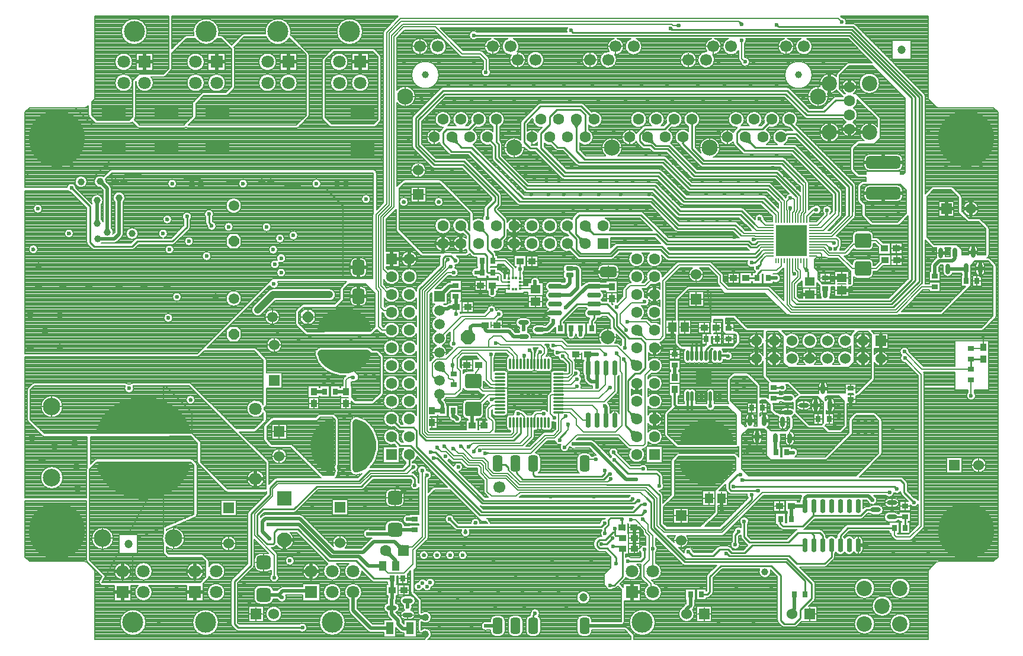
<source format=gtl>
G04*
G04 #@! TF.GenerationSoftware,Altium Limited,Altium Designer,19.1.8 (144)*
G04*
G04 Layer_Physical_Order=1*
G04 Layer_Color=255*
%FSLAX24Y24*%
%MOIN*%
G70*
G01*
G75*
%ADD12C,0.0071*%
%ADD13C,0.0098*%
%ADD14C,0.0079*%
%ADD19O,0.0295X0.0800*%
%ADD20O,0.0591X0.0281*%
G04:AMPARAMS|DCode=21|XSize=194.9mil|YSize=70.9mil|CornerRadius=17.7mil|HoleSize=0mil|Usage=FLASHONLY|Rotation=0.000|XOffset=0mil|YOffset=0mil|HoleType=Round|Shape=RoundedRectangle|*
%AMROUNDEDRECTD21*
21,1,0.1949,0.0354,0,0,0.0*
21,1,0.1594,0.0709,0,0,0.0*
1,1,0.0354,0.0797,-0.0177*
1,1,0.0354,-0.0797,-0.0177*
1,1,0.0354,-0.0797,0.0177*
1,1,0.0354,0.0797,0.0177*
%
%ADD21ROUNDEDRECTD21*%
G04:AMPARAMS|DCode=22|XSize=90.6mil|YSize=55.1mil|CornerRadius=13.8mil|HoleSize=0mil|Usage=FLASHONLY|Rotation=90.000|XOffset=0mil|YOffset=0mil|HoleType=Round|Shape=RoundedRectangle|*
%AMROUNDEDRECTD22*
21,1,0.0906,0.0276,0,0,90.0*
21,1,0.0630,0.0551,0,0,90.0*
1,1,0.0276,0.0138,0.0315*
1,1,0.0276,0.0138,-0.0315*
1,1,0.0276,-0.0138,-0.0315*
1,1,0.0276,-0.0138,0.0315*
%
%ADD22ROUNDEDRECTD22*%
G04:AMPARAMS|DCode=23|XSize=82.7mil|YSize=78.7mil|CornerRadius=19.7mil|HoleSize=0mil|Usage=FLASHONLY|Rotation=0.000|XOffset=0mil|YOffset=0mil|HoleType=Round|Shape=RoundedRectangle|*
%AMROUNDEDRECTD23*
21,1,0.0827,0.0394,0,0,0.0*
21,1,0.0433,0.0787,0,0,0.0*
1,1,0.0394,0.0217,-0.0197*
1,1,0.0394,-0.0217,-0.0197*
1,1,0.0394,-0.0217,0.0197*
1,1,0.0394,0.0217,0.0197*
%
%ADD23ROUNDEDRECTD23*%
%ADD24O,0.0281X0.0591*%
%ADD25R,0.0118X0.0157*%
%ADD26R,0.0157X0.0118*%
%ADD27R,0.1339X0.0709*%
%ADD28O,0.0177X0.0591*%
%ADD29R,0.1732X0.1732*%
%ADD30R,0.0079X0.0276*%
%ADD31R,0.0276X0.0079*%
%ADD32O,0.0630X0.0118*%
%ADD33O,0.0118X0.0630*%
G04:AMPARAMS|DCode=34|XSize=94.5mil|YSize=59.1mil|CornerRadius=14.8mil|HoleSize=0mil|Usage=FLASHONLY|Rotation=0.000|XOffset=0mil|YOffset=0mil|HoleType=Round|Shape=RoundedRectangle|*
%AMROUNDEDRECTD34*
21,1,0.0945,0.0295,0,0,0.0*
21,1,0.0650,0.0591,0,0,0.0*
1,1,0.0295,0.0325,-0.0148*
1,1,0.0295,-0.0325,-0.0148*
1,1,0.0295,-0.0325,0.0148*
1,1,0.0295,0.0325,0.0148*
%
%ADD34ROUNDEDRECTD34*%
G04:AMPARAMS|DCode=35|XSize=43.3mil|YSize=23.6mil|CornerRadius=5.9mil|HoleSize=0mil|Usage=FLASHONLY|Rotation=0.000|XOffset=0mil|YOffset=0mil|HoleType=Round|Shape=RoundedRectangle|*
%AMROUNDEDRECTD35*
21,1,0.0433,0.0118,0,0,0.0*
21,1,0.0315,0.0236,0,0,0.0*
1,1,0.0118,0.0157,-0.0059*
1,1,0.0118,-0.0157,-0.0059*
1,1,0.0118,-0.0157,0.0059*
1,1,0.0118,0.0157,0.0059*
%
%ADD35ROUNDEDRECTD35*%
%ADD36O,0.0800X0.0295*%
%ADD37O,0.0295X0.0850*%
G04:AMPARAMS|DCode=38|XSize=90.6mil|YSize=82.7mil|CornerRadius=12.4mil|HoleSize=0mil|Usage=FLASHONLY|Rotation=0.000|XOffset=0mil|YOffset=0mil|HoleType=Round|Shape=RoundedRectangle|*
%AMROUNDEDRECTD38*
21,1,0.0906,0.0579,0,0,0.0*
21,1,0.0657,0.0827,0,0,0.0*
1,1,0.0248,0.0329,-0.0289*
1,1,0.0248,-0.0329,-0.0289*
1,1,0.0248,-0.0329,0.0289*
1,1,0.0248,0.0329,0.0289*
%
%ADD38ROUNDEDRECTD38*%
G04:AMPARAMS|DCode=39|XSize=86.6mil|YSize=68.9mil|CornerRadius=17.2mil|HoleSize=0mil|Usage=FLASHONLY|Rotation=90.000|XOffset=0mil|YOffset=0mil|HoleType=Round|Shape=RoundedRectangle|*
%AMROUNDEDRECTD39*
21,1,0.0866,0.0344,0,0,90.0*
21,1,0.0522,0.0689,0,0,90.0*
1,1,0.0344,0.0172,0.0261*
1,1,0.0344,0.0172,-0.0261*
1,1,0.0344,-0.0172,-0.0261*
1,1,0.0344,-0.0172,0.0261*
%
%ADD39ROUNDEDRECTD39*%
%ADD79C,0.0827*%
%ADD84C,0.0669*%
%ADD88C,0.0709*%
%ADD90C,0.0630*%
%ADD92C,0.0866*%
%ADD95C,0.0906*%
%ADD98R,0.0630X0.0630*%
%ADD101R,0.0394X0.0354*%
%ADD102R,0.0276X0.0354*%
%ADD103R,0.0354X0.0276*%
%ADD104R,0.0413X0.0551*%
%ADD105R,0.0413X0.0689*%
%ADD106R,0.0571X0.0453*%
%ADD107R,0.0354X0.0394*%
%ADD108C,0.0000*%
%ADD109R,0.0394X0.0394*%
%ADD110R,0.0394X0.0394*%
%ADD111R,0.0906X0.0965*%
%ADD112R,0.0453X0.0571*%
%ADD113C,0.0472*%
%ADD114C,0.0197*%
%ADD115C,0.0276*%
%ADD116C,0.0394*%
%ADD117C,0.0118*%
%ADD118C,0.0138*%
%ADD119C,0.0591*%
%ADD120P,0.0852X8X202.5*%
%ADD121C,0.0787*%
%ADD122C,0.1181*%
%ADD123R,0.0709X0.0709*%
%ADD124R,0.0630X0.0630*%
%ADD125C,0.0600*%
%ADD126R,0.0600X0.0600*%
%ADD127R,0.0600X0.0600*%
%ADD128P,0.0639X8X22.5*%
%ADD129C,0.0591*%
%ADD130R,0.0827X0.0827*%
%ADD131C,0.3150*%
%ADD132C,0.0984*%
%ADD133P,0.0639X8X292.5*%
%ADD134R,0.0591X0.0591*%
%ADD135C,0.0394*%
%ADD136C,0.0236*%
G36*
X444Y9496D02*
X565Y9282D01*
X708Y9081D01*
X870Y8895D01*
X1050Y8727D01*
X1247Y8578D01*
X1457Y8450D01*
X1679Y8344D01*
X1828Y8282D01*
X2031Y8208D01*
X2241Y8151D01*
X2290Y8141D01*
X2537Y8097D01*
X2788Y8075D01*
X3039D01*
X3290Y8097D01*
X3537Y8141D01*
X3577Y8149D01*
X3795Y8208D01*
X4007Y8285D01*
X4149Y8344D01*
X4371Y8450D01*
X4581Y8578D01*
X4777Y8727D01*
X4957Y8895D01*
X5119Y9080D01*
X5261Y9280D01*
X5382Y9495D01*
X5534Y9799D01*
X5554Y9872D01*
X5543Y9946D01*
X5503Y10010D01*
X5441Y10054D01*
X5368Y10069D01*
X459D01*
X385Y10054D01*
X324Y10010D01*
X284Y9946D01*
X273Y9872D01*
X292Y9799D01*
X444Y9496D01*
D02*
G37*
G36*
X5383Y12413D02*
X5261Y12628D01*
X5119Y12829D01*
X4957Y13014D01*
X4776Y13182D01*
X4580Y13331D01*
X4370Y13459D01*
X4147Y13566D01*
X3999Y13627D01*
X3795Y13702D01*
X3586Y13758D01*
X3537Y13769D01*
X3290Y13812D01*
X3039Y13834D01*
X2788D01*
X2537Y13812D01*
X2289Y13769D01*
X2250Y13760D01*
X2032Y13701D01*
X1820Y13624D01*
X1678Y13565D01*
X1456Y13459D01*
X1246Y13331D01*
X1050Y13182D01*
X870Y13015D01*
X708Y12830D01*
X566Y12629D01*
X445Y12415D01*
X292Y12111D01*
X273Y12038D01*
X284Y11963D01*
X324Y11899D01*
X385Y11856D01*
X459Y11841D01*
X5368D01*
X5441Y11856D01*
X5503Y11899D01*
X5543Y11963D01*
X5554Y12038D01*
X5534Y12111D01*
X5383Y12413D01*
D02*
G37*
G36*
X16801Y4792D02*
X16780Y4811D01*
X16758Y4828D01*
X16734Y4844D01*
X16709Y4857D01*
X16682Y4868D01*
X16654Y4877D01*
X16625Y4883D01*
X16594Y4888D01*
X16562Y4891D01*
X16529Y4892D01*
X16841Y5204D01*
X16841Y5170D01*
X16844Y5138D01*
X16849Y5107D01*
X16856Y5078D01*
X16865Y5050D01*
X16876Y5023D01*
X16889Y4998D01*
X16904Y4974D01*
X16921Y4952D01*
X16940Y4931D01*
X16801Y4792D01*
D02*
G37*
G36*
X14686Y9776D02*
X14700Y9704D01*
X14739Y9642D01*
X14798Y9598D01*
X14869Y9579D01*
X14942Y9588D01*
X15076Y9630D01*
X15229Y9691D01*
X15370Y9775D01*
X15497Y9881D01*
X15499Y9883D01*
X15648Y10048D01*
X15774Y10232D01*
X15874Y10431D01*
X15947Y10642D01*
X15991Y10860D01*
X16006Y11083D01*
X15991Y11305D01*
X15947Y11523D01*
X15874Y11734D01*
X15774Y11933D01*
X15648Y12117D01*
X15499Y12282D01*
X15494Y12287D01*
X15369Y12391D01*
X15230Y12474D01*
X15079Y12535D01*
X14949Y12575D01*
X14874Y12584D01*
X14801Y12565D01*
X14740Y12520D01*
X14700Y12456D01*
X14686Y12382D01*
Y9776D01*
D02*
G37*
G36*
X13641Y12390D02*
X13627Y12462D01*
X13588Y12524D01*
X13529Y12567D01*
X13458Y12586D01*
X13385Y12578D01*
X13251Y12536D01*
X13098Y12474D01*
X12957Y12390D01*
X12830Y12285D01*
X12828Y12282D01*
X12679Y12117D01*
X12553Y11933D01*
X12453Y11734D01*
X12380Y11523D01*
X12336Y11305D01*
X12321Y11083D01*
X12336Y10860D01*
X12380Y10642D01*
X12453Y10431D01*
X12553Y10232D01*
X12679Y10049D01*
X12828Y9883D01*
X12832Y9878D01*
X12957Y9774D01*
X13097Y9691D01*
X13248Y9631D01*
X13377Y9590D01*
X13453Y9581D01*
X13526Y9601D01*
X13587Y9646D01*
X13627Y9710D01*
X13641Y9784D01*
Y12390D01*
D02*
G37*
G36*
X17212Y5660D02*
X17252Y5621D01*
X17325Y5559D01*
X17357Y5537D01*
X17386Y5520D01*
X17413Y5509D01*
X17436Y5503D01*
X17457Y5503D01*
X17475Y5508D01*
X17490Y5519D01*
X17213Y5242D01*
X17224Y5257D01*
X17229Y5275D01*
X17229Y5296D01*
X17224Y5320D01*
X17212Y5346D01*
X17196Y5375D01*
X17173Y5407D01*
X17145Y5442D01*
X17073Y5520D01*
X17212Y5660D01*
D02*
G37*
G36*
X17918Y5344D02*
X17903Y5344D01*
X17889Y5343D01*
X17877Y5341D01*
X17867Y5338D01*
X17858Y5335D01*
X17851Y5330D01*
X17845Y5325D01*
X17841Y5319D01*
X17839Y5313D01*
X17838Y5305D01*
Y5463D01*
X17839Y5455D01*
X17841Y5448D01*
X17845Y5443D01*
X17851Y5437D01*
X17858Y5433D01*
X17867Y5430D01*
X17877Y5427D01*
X17889Y5425D01*
X17903Y5424D01*
X17918Y5423D01*
Y5344D01*
D02*
G37*
G36*
X18732Y9316D02*
X18739Y9324D01*
X18745Y9332D01*
X18750Y9340D01*
X18754Y9349D01*
X18757Y9357D01*
X18759Y9366D01*
X18759Y9376D01*
X18759Y9385D01*
X18758Y9395D01*
X18755Y9405D01*
X18894Y9324D01*
X18883Y9321D01*
X18873Y9318D01*
X18862Y9314D01*
X18852Y9309D01*
X18843Y9305D01*
X18833Y9299D01*
X18825Y9293D01*
X18816Y9287D01*
X18808Y9280D01*
X18800Y9272D01*
X18732Y9316D01*
D02*
G37*
G36*
X17951Y9788D02*
X17958Y9796D01*
X17965Y9804D01*
X17971Y9813D01*
X17976Y9822D01*
X17980Y9832D01*
X17984Y9842D01*
X17987Y9853D01*
X17990Y9864D01*
X17991Y9876D01*
X17992Y9888D01*
X18102Y9764D01*
X18090Y9764D01*
X18079Y9764D01*
X18068Y9763D01*
X18058Y9760D01*
X18047Y9757D01*
X18038Y9753D01*
X18028Y9748D01*
X18019Y9743D01*
X18011Y9736D01*
X18003Y9729D01*
X17951Y9788D01*
D02*
G37*
G36*
X19253Y10669D02*
X19241Y10669D01*
X19230Y10668D01*
X19219Y10666D01*
X19209Y10664D01*
X19199Y10661D01*
X19190Y10657D01*
X19181Y10653D01*
X19173Y10648D01*
X19166Y10642D01*
X19159Y10636D01*
Y10801D01*
X19166Y10795D01*
X19173Y10789D01*
X19181Y10784D01*
X19190Y10780D01*
X19199Y10776D01*
X19209Y10773D01*
X19219Y10771D01*
X19230Y10769D01*
X19241Y10768D01*
X19253Y10768D01*
Y10669D01*
D02*
G37*
G36*
X19420Y10335D02*
X19408Y10334D01*
X19397Y10333D01*
X19386Y10332D01*
X19376Y10329D01*
X19366Y10326D01*
X19357Y10323D01*
X19349Y10318D01*
X19341Y10313D01*
X19333Y10308D01*
X19326Y10301D01*
Y10467D01*
X19333Y10460D01*
X19341Y10454D01*
X19349Y10449D01*
X19357Y10445D01*
X19366Y10441D01*
X19376Y10438D01*
X19386Y10436D01*
X19397Y10434D01*
X19408Y10433D01*
X19420Y10433D01*
Y10335D01*
D02*
G37*
G36*
X19669Y13702D02*
X19666Y13697D01*
X19664Y13690D01*
X19661Y13682D01*
X19660Y13670D01*
X19657Y13642D01*
X19656Y13605D01*
X19656Y13583D01*
X19459D01*
X19459Y13605D01*
X19453Y13682D01*
X19451Y13690D01*
X19448Y13697D01*
X19445Y13702D01*
X19442Y13704D01*
X19672Y13704D01*
X19669Y13702D01*
D02*
G37*
G36*
X21367Y11105D02*
X21360Y11098D01*
X21353Y11089D01*
X21347Y11081D01*
X21341Y11072D01*
X21336Y11062D01*
X21331Y11052D01*
X21326Y11042D01*
X21322Y11031D01*
X21316Y11007D01*
X21229Y11148D01*
X21240Y11146D01*
X21251Y11145D01*
X21261Y11145D01*
X21271Y11146D01*
X21281Y11148D01*
X21291Y11151D01*
X21300Y11156D01*
X21309Y11161D01*
X21317Y11167D01*
X21326Y11175D01*
X21367Y11105D01*
D02*
G37*
G36*
X20896Y11060D02*
X20897Y11048D01*
X20899Y11037D01*
X20902Y11027D01*
X20905Y11016D01*
X20909Y11007D01*
X20914Y10997D01*
X20920Y10988D01*
X20927Y10980D01*
X20934Y10972D01*
X20879Y10916D01*
X20871Y10924D01*
X20862Y10930D01*
X20853Y10936D01*
X20844Y10941D01*
X20834Y10945D01*
X20824Y10949D01*
X20813Y10952D01*
X20802Y10953D01*
X20791Y10954D01*
X20779Y10955D01*
X20896Y11072D01*
X20896Y11060D01*
D02*
G37*
G36*
X19961Y11040D02*
X19962Y11029D01*
X19964Y11018D01*
X19967Y11007D01*
X19970Y10997D01*
X19974Y10987D01*
X19979Y10978D01*
X19985Y10969D01*
X19992Y10960D01*
X19999Y10952D01*
X19944Y10896D01*
X19935Y10904D01*
X19927Y10911D01*
X19918Y10916D01*
X19909Y10921D01*
X19899Y10926D01*
X19889Y10929D01*
X19878Y10932D01*
X19867Y10934D01*
X19856Y10935D01*
X19844Y10935D01*
X19961Y11052D01*
X19961Y11040D01*
D02*
G37*
G36*
X19548Y10981D02*
X19549Y10970D01*
X19550Y10958D01*
X19553Y10948D01*
X19557Y10938D01*
X19561Y10928D01*
X19566Y10919D01*
X19572Y10910D01*
X19578Y10901D01*
X19586Y10893D01*
X19530Y10837D01*
X19522Y10845D01*
X19514Y10851D01*
X19505Y10857D01*
X19495Y10862D01*
X19486Y10867D01*
X19475Y10870D01*
X19465Y10873D01*
X19454Y10875D01*
X19442Y10876D01*
X19430Y10876D01*
X19547Y10993D01*
X19548Y10981D01*
D02*
G37*
G36*
X20463Y10922D02*
X20464Y10910D01*
X20466Y10899D01*
X20468Y10889D01*
X20472Y10879D01*
X20476Y10869D01*
X20481Y10859D01*
X20487Y10851D01*
X20494Y10842D01*
X20501Y10834D01*
X20445Y10778D01*
X20437Y10786D01*
X20429Y10792D01*
X20420Y10798D01*
X20411Y10803D01*
X20401Y10808D01*
X20391Y10811D01*
X20380Y10814D01*
X20369Y10816D01*
X20358Y10817D01*
X20346Y10817D01*
X20463Y10934D01*
X20463Y10922D01*
D02*
G37*
G36*
X21633Y10898D02*
X21625Y10890D01*
X21619Y10881D01*
X21613Y10872D01*
X21609Y10863D01*
X21606Y10854D01*
X21604Y10844D01*
X21604Y10834D01*
X21604Y10824D01*
X21606Y10814D01*
X21609Y10804D01*
X21462Y10881D01*
X21474Y10885D01*
X21496Y10893D01*
X21506Y10898D01*
X21526Y10909D01*
X21535Y10915D01*
X21543Y10921D01*
X21551Y10928D01*
X21559Y10935D01*
X21633Y10898D01*
D02*
G37*
G36*
X22338Y10630D02*
X22327Y10629D01*
X22316Y10628D01*
X22306Y10626D01*
X22295Y10623D01*
X22286Y10619D01*
X22276Y10614D01*
X22266Y10609D01*
X22257Y10602D01*
X22248Y10595D01*
X22240Y10587D01*
Y10752D01*
X22248Y10744D01*
X22257Y10736D01*
X22266Y10730D01*
X22276Y10724D01*
X22286Y10719D01*
X22295Y10716D01*
X22306Y10713D01*
X22316Y10710D01*
X22327Y10709D01*
X22338Y10709D01*
Y10630D01*
D02*
G37*
G36*
X22698Y13703D02*
X22687Y13703D01*
X22676Y13701D01*
X22666Y13699D01*
X22657Y13695D01*
X22649Y13691D01*
X22642Y13685D01*
X22636Y13679D01*
X22630Y13671D01*
X22626Y13663D01*
X22622Y13653D01*
X22552Y13801D01*
X22562Y13798D01*
X22593Y13789D01*
X22604Y13787D01*
X22625Y13784D01*
X22635Y13783D01*
X22656Y13782D01*
X22698Y13703D01*
D02*
G37*
G36*
X25952Y12804D02*
X25960Y12797D01*
X25969Y12790D01*
X25978Y12784D01*
X25987Y12779D01*
X25997Y12775D01*
X26007Y12772D01*
X26018Y12769D01*
X26029Y12767D01*
X26040Y12766D01*
X26052Y12766D01*
X25935Y12649D01*
X25935Y12661D01*
X25934Y12672D01*
X25932Y12683D01*
X25929Y12694D01*
X25926Y12704D01*
X25921Y12714D01*
X25916Y12723D01*
X25911Y12732D01*
X25904Y12741D01*
X25896Y12749D01*
X25952Y12804D01*
D02*
G37*
G36*
X26507Y12655D02*
X26514Y12663D01*
X26521Y12671D01*
X26527Y12680D01*
X26532Y12690D01*
X26536Y12699D01*
X26539Y12710D01*
X26542Y12720D01*
X26544Y12731D01*
X26545Y12743D01*
X26545Y12755D01*
X26662Y12638D01*
X26650Y12638D01*
X26639Y12636D01*
X26628Y12635D01*
X26617Y12632D01*
X26607Y12628D01*
X26597Y12624D01*
X26588Y12619D01*
X26579Y12613D01*
X26570Y12607D01*
X26562Y12599D01*
X26507Y12655D01*
D02*
G37*
G36*
X29056Y9112D02*
X29063Y9120D01*
X29070Y9128D01*
X29076Y9137D01*
X29081Y9146D01*
X29085Y9156D01*
X29089Y9166D01*
X29091Y9177D01*
X29093Y9188D01*
X29094Y9200D01*
X29094Y9211D01*
X29211Y9094D01*
X29200Y9094D01*
X29188Y9093D01*
X29177Y9091D01*
X29166Y9089D01*
X29156Y9085D01*
X29146Y9081D01*
X29137Y9076D01*
X29128Y9070D01*
X29120Y9063D01*
X29112Y9056D01*
X29056Y9112D01*
D02*
G37*
G36*
X30258Y8051D02*
X30270Y8052D01*
X30281Y8053D01*
X30291Y8054D01*
X30300Y8057D01*
X30307Y8060D01*
X30313Y8064D01*
X30318Y8068D01*
X30322Y8074D01*
X30324Y8079D01*
X30325Y8086D01*
X30421Y7965D01*
X30284Y7953D01*
X30258Y8051D01*
D02*
G37*
G36*
X30585Y7972D02*
X30687Y8064D01*
X30714Y7910D01*
X30708Y7914D01*
X30701Y7916D01*
X30695Y7917D01*
X30688Y7917D01*
X30680Y7916D01*
X30673Y7913D01*
X30665Y7908D01*
X30656Y7902D01*
X30648Y7895D01*
X30639Y7887D01*
X30585Y7972D01*
D02*
G37*
G36*
X28829Y9532D02*
X28829Y9545D01*
X28826Y9578D01*
X28824Y9587D01*
X28822Y9594D01*
X28820Y9601D01*
X28817Y9607D01*
X28814Y9612D01*
X28811Y9615D01*
X28949Y9604D01*
X28945Y9601D01*
X28941Y9596D01*
X28938Y9591D01*
X28935Y9585D01*
X28933Y9578D01*
X28931Y9570D01*
X28929Y9561D01*
X28928Y9551D01*
X28927Y9528D01*
X28829Y9532D01*
D02*
G37*
G36*
X29005Y9458D02*
X29013Y9467D01*
X29028Y9484D01*
X29035Y9492D01*
X29046Y9509D01*
X29050Y9517D01*
X29054Y9525D01*
X29057Y9534D01*
X29060Y9542D01*
X29137Y9395D01*
X29129Y9398D01*
X29120Y9398D01*
X29112Y9398D01*
X29103Y9397D01*
X29094Y9394D01*
X29086Y9391D01*
X29077Y9386D01*
X29068Y9380D01*
X29059Y9373D01*
X29050Y9365D01*
X29005Y9458D01*
D02*
G37*
G36*
X29511Y10125D02*
X29502Y10133D01*
X29493Y10140D01*
X29484Y10147D01*
X29475Y10152D01*
X29466Y10157D01*
X29457Y10161D01*
X29448Y10164D01*
X29439Y10166D01*
X29430Y10167D01*
X29420Y10167D01*
X29537Y10284D01*
X29538Y10275D01*
X29539Y10266D01*
X29541Y10256D01*
X29544Y10247D01*
X29548Y10238D01*
X29553Y10229D01*
X29558Y10220D01*
X29565Y10212D01*
X29572Y10203D01*
X29580Y10194D01*
X29511Y10125D01*
D02*
G37*
G36*
X26772Y12101D02*
X26771Y12112D01*
X26770Y12123D01*
X26768Y12133D01*
X26765Y12144D01*
X26761Y12153D01*
X26756Y12163D01*
X26750Y12172D01*
X26744Y12182D01*
X26737Y12191D01*
X26728Y12199D01*
X26894D01*
X26885Y12191D01*
X26878Y12182D01*
X26872Y12172D01*
X26866Y12163D01*
X26861Y12153D01*
X26857Y12144D01*
X26854Y12133D01*
X26852Y12123D01*
X26851Y12112D01*
X26850Y12101D01*
X26772D01*
D02*
G37*
G36*
X29440Y10554D02*
X29432Y10561D01*
X29424Y10568D01*
X29415Y10574D01*
X29406Y10580D01*
X29396Y10585D01*
X29386Y10589D01*
X29375Y10593D01*
X29364Y10597D01*
X29353Y10600D01*
X29341Y10602D01*
X29476Y10696D01*
X29475Y10685D01*
X29474Y10674D01*
X29474Y10664D01*
X29476Y10654D01*
X29478Y10644D01*
X29482Y10634D01*
X29486Y10625D01*
X29492Y10616D01*
X29498Y10607D01*
X29506Y10599D01*
X29440Y10554D01*
D02*
G37*
G36*
X29007Y14269D02*
X29014Y14277D01*
X29021Y14286D01*
X29027Y14295D01*
X29032Y14304D01*
X29036Y14314D01*
X29039Y14324D01*
X29042Y14334D01*
X29044Y14346D01*
X29045Y14357D01*
X29045Y14369D01*
X29162Y14252D01*
X29150Y14252D01*
X29139Y14251D01*
X29128Y14249D01*
X29117Y14246D01*
X29107Y14243D01*
X29097Y14238D01*
X29088Y14233D01*
X29079Y14227D01*
X29070Y14221D01*
X29062Y14213D01*
X29007Y14269D01*
D02*
G37*
G36*
X30345Y11979D02*
X30361Y11965D01*
X30381Y11952D01*
X30405Y11940D01*
X30431Y11931D01*
X30461Y11923D01*
X30495Y11916D01*
X30531Y11911D01*
X30614Y11906D01*
X30660Y11905D01*
X30348Y11594D01*
X30348Y11640D01*
X30343Y11723D01*
X30338Y11759D01*
X30331Y11793D01*
X30323Y11822D01*
X30313Y11849D01*
X30302Y11872D01*
X30289Y11893D01*
X30275Y11909D01*
X30345Y11979D01*
D02*
G37*
G36*
Y12979D02*
X30361Y12965D01*
X30381Y12952D01*
X30405Y12940D01*
X30431Y12931D01*
X30461Y12923D01*
X30495Y12916D01*
X30531Y12911D01*
X30614Y12906D01*
X30660Y12905D01*
X30348Y12594D01*
X30348Y12640D01*
X30343Y12723D01*
X30338Y12759D01*
X30331Y12793D01*
X30323Y12822D01*
X30313Y12849D01*
X30302Y12872D01*
X30289Y12893D01*
X30275Y12909D01*
X30345Y12979D01*
D02*
G37*
G36*
X33633Y1919D02*
X33603Y1892D01*
X33388Y1913D01*
X33493Y2058D01*
X33633Y1919D01*
D02*
G37*
G36*
X31115Y6792D02*
X31107Y6800D01*
X31098Y6806D01*
X31089Y6812D01*
X31080Y6817D01*
X31070Y6821D01*
X31060Y6825D01*
X31049Y6827D01*
X31038Y6829D01*
X31027Y6830D01*
X31015Y6831D01*
X31132Y6948D01*
X31132Y6936D01*
X31133Y6924D01*
X31135Y6913D01*
X31138Y6903D01*
X31141Y6892D01*
X31145Y6883D01*
X31151Y6873D01*
X31156Y6864D01*
X31163Y6856D01*
X31170Y6848D01*
X31115Y6792D01*
D02*
G37*
G36*
X30971Y7310D02*
X30979Y7319D01*
X30987Y7328D01*
X30993Y7337D01*
X30999Y7345D01*
X31003Y7354D01*
X31007Y7363D01*
X31010Y7373D01*
X31012Y7382D01*
X31013Y7391D01*
X31014Y7400D01*
X31131Y7283D01*
X31121Y7283D01*
X31112Y7282D01*
X31103Y7280D01*
X31094Y7277D01*
X31085Y7273D01*
X31076Y7268D01*
X31067Y7263D01*
X31058Y7256D01*
X31049Y7249D01*
X31041Y7241D01*
X30971Y7310D01*
D02*
G37*
G36*
X30950Y7825D02*
X30962Y7825D01*
X30973Y7826D01*
X30984Y7828D01*
X30994Y7831D01*
X31003Y7834D01*
X31012Y7838D01*
X31020Y7842D01*
X31028Y7848D01*
X31035Y7854D01*
X31041Y7861D01*
X31055Y7696D01*
X31047Y7702D01*
X31040Y7707D01*
X31031Y7711D01*
X31022Y7715D01*
X31013Y7719D01*
X31003Y7722D01*
X30993Y7724D01*
X30982Y7725D01*
X30971Y7726D01*
X30959Y7726D01*
X30950Y7825D01*
D02*
G37*
G36*
X33299Y10196D02*
X33227Y10182D01*
X33165Y10143D01*
X33122Y10084D01*
X33103Y10013D01*
X33111Y9940D01*
X33153Y9806D01*
X33215Y9653D01*
X33299Y9512D01*
X33404Y9385D01*
X33407Y9383D01*
X33572Y9234D01*
X33756Y9108D01*
X33955Y9008D01*
X34166Y8935D01*
X34384Y8891D01*
X34606Y8876D01*
X34829Y8891D01*
X35047Y8935D01*
X35258Y9008D01*
X35457Y9108D01*
X35640Y9234D01*
X35806Y9383D01*
X35811Y9388D01*
X35914Y9513D01*
X35998Y9652D01*
X36058Y9803D01*
X36099Y9933D01*
X36108Y10008D01*
X36088Y10081D01*
X36043Y10142D01*
X35979Y10182D01*
X35905Y10196D01*
X33299D01*
D02*
G37*
G36*
X35913Y11241D02*
X35985Y11255D01*
X36047Y11294D01*
X36091Y11353D01*
X36110Y11424D01*
X36101Y11497D01*
X36059Y11631D01*
X35998Y11784D01*
X35914Y11925D01*
X35808Y12052D01*
X35806Y12054D01*
X35640Y12203D01*
X35457Y12329D01*
X35258Y12429D01*
X35047Y12502D01*
X34829Y12546D01*
X34606Y12561D01*
X34384Y12546D01*
X34166Y12502D01*
X33955Y12429D01*
X33756Y12329D01*
X33572Y12203D01*
X33407Y12054D01*
X33402Y12049D01*
X33298Y11924D01*
X33215Y11785D01*
X33154Y11634D01*
X33114Y11504D01*
X33105Y11429D01*
X33124Y11356D01*
X33169Y11295D01*
X33233Y11255D01*
X33307Y11241D01*
X35913D01*
D02*
G37*
G36*
X36281Y8730D02*
X36269Y8730D01*
X36257Y8729D01*
X36246Y8727D01*
X36236Y8725D01*
X36227Y8722D01*
X36217Y8718D01*
X36209Y8714D01*
X36201Y8709D01*
X36194Y8703D01*
X36187Y8697D01*
Y8862D01*
X36194Y8856D01*
X36201Y8850D01*
X36209Y8845D01*
X36217Y8841D01*
X36227Y8837D01*
X36236Y8834D01*
X36246Y8832D01*
X36257Y8830D01*
X36269Y8829D01*
X36281Y8829D01*
Y8730D01*
D02*
G37*
G36*
X36783Y9104D02*
X36771Y9104D01*
X36759Y9103D01*
X36748Y9101D01*
X36738Y9099D01*
X36729Y9096D01*
X36719Y9092D01*
X36711Y9088D01*
X36703Y9083D01*
X36696Y9077D01*
X36689Y9071D01*
Y9236D01*
X36696Y9230D01*
X36703Y9224D01*
X36711Y9219D01*
X36719Y9215D01*
X36729Y9211D01*
X36738Y9208D01*
X36748Y9206D01*
X36759Y9204D01*
X36771Y9203D01*
X36783Y9203D01*
Y9104D01*
D02*
G37*
G36*
X37312Y8602D02*
X37324Y8603D01*
X37335Y8604D01*
X37346Y8605D01*
X37356Y8608D01*
X37366Y8611D01*
X37375Y8614D01*
X37384Y8619D01*
X37392Y8624D01*
X37399Y8629D01*
X37406Y8636D01*
Y8470D01*
X37399Y8477D01*
X37392Y8483D01*
X37384Y8488D01*
X37375Y8492D01*
X37366Y8496D01*
X37356Y8499D01*
X37346Y8501D01*
X37335Y8503D01*
X37324Y8504D01*
X37312Y8504D01*
Y8602D01*
D02*
G37*
G36*
X38690Y14409D02*
X38702Y14410D01*
X38713Y14411D01*
X38724Y14412D01*
X38734Y14415D01*
X38744Y14418D01*
X38753Y14421D01*
X38761Y14426D01*
X38769Y14431D01*
X38777Y14436D01*
X38784Y14443D01*
X38784Y14277D01*
X38777Y14284D01*
X38770Y14290D01*
X38762Y14295D01*
X38753Y14299D01*
X38744Y14303D01*
X38734Y14306D01*
X38724Y14308D01*
X38713Y14310D01*
X38702Y14311D01*
X38690Y14311D01*
X38690Y14409D01*
D02*
G37*
G36*
X45214Y8803D02*
X45223Y8794D01*
X45231Y8787D01*
X45240Y8781D01*
X45249Y8775D01*
X45258Y8770D01*
X45267Y8766D01*
X45276Y8763D01*
X45285Y8761D01*
X45295Y8760D01*
X45304Y8760D01*
X45187Y8643D01*
X45187Y8652D01*
X45185Y8662D01*
X45183Y8671D01*
X45180Y8680D01*
X45177Y8689D01*
X45172Y8698D01*
X45166Y8707D01*
X45160Y8716D01*
X45152Y8724D01*
X45144Y8733D01*
X45214Y8803D01*
D02*
G37*
G36*
X27082Y34414D02*
X27083Y34411D01*
X27084Y34408D01*
X27087Y34404D01*
X27091Y34399D01*
X27100Y34388D01*
X27121Y34366D01*
X27052Y34296D01*
X27044Y34304D01*
X27013Y34330D01*
X27009Y34333D01*
X27006Y34335D01*
X27003Y34335D01*
X27001Y34335D01*
X27082Y34416D01*
X27082Y34414D01*
D02*
G37*
G36*
X27460Y29184D02*
X27405Y29122D01*
X27383Y29092D01*
X27364Y29064D01*
X27348Y29037D01*
X27336Y29011D01*
X27328Y28987D01*
X27323Y28964D01*
X27321Y28942D01*
X27222D01*
X27221Y28964D01*
X27216Y28987D01*
X27207Y29011D01*
X27195Y29037D01*
X27180Y29064D01*
X27161Y29092D01*
X27139Y29122D01*
X27084Y29184D01*
X27051Y29217D01*
X27492D01*
X27460Y29184D01*
D02*
G37*
G36*
X20584Y28377D02*
X20586Y28296D01*
X20590Y28260D01*
X20595Y28228D01*
X20602Y28198D01*
X20612Y28171D01*
X20623Y28148D01*
X20636Y28127D01*
X20650Y28110D01*
X20577Y28044D01*
X20561Y28058D01*
X20541Y28071D01*
X20518Y28082D01*
X20491Y28092D01*
X20461Y28101D01*
X20428Y28109D01*
X20391Y28115D01*
X20306Y28124D01*
X20259Y28127D01*
X20586Y28423D01*
X20584Y28377D01*
D02*
G37*
G36*
X28081Y23405D02*
X28086Y23322D01*
X28091Y23286D01*
X28098Y23253D01*
X28106Y23223D01*
X28116Y23196D01*
X28127Y23173D01*
X28140Y23153D01*
X28154Y23136D01*
X28085Y23066D01*
X28068Y23081D01*
X28048Y23094D01*
X28024Y23105D01*
X27998Y23114D01*
X27968Y23123D01*
X27935Y23129D01*
X27898Y23134D01*
X27815Y23139D01*
X27769Y23140D01*
X28081Y23452D01*
X28081Y23405D01*
D02*
G37*
G36*
X22081D02*
X22086Y23322D01*
X22091Y23286D01*
X22098Y23253D01*
X22106Y23223D01*
X22116Y23196D01*
X22127Y23173D01*
X22140Y23153D01*
X22154Y23136D01*
X22085Y23066D01*
X22068Y23081D01*
X22048Y23094D01*
X22024Y23105D01*
X21998Y23114D01*
X21968Y23123D01*
X21935Y23129D01*
X21898Y23134D01*
X21815Y23139D01*
X21769Y23140D01*
X22081Y23452D01*
X22081Y23405D01*
D02*
G37*
G36*
X27464Y22825D02*
X27484Y22812D01*
X27507Y22801D01*
X27534Y22791D01*
X27564Y22783D01*
X27597Y22776D01*
X27633Y22771D01*
X27716Y22766D01*
X27763Y22766D01*
X27451Y22454D01*
X27450Y22500D01*
X27445Y22583D01*
X27440Y22620D01*
X27434Y22653D01*
X27426Y22683D01*
X27416Y22709D01*
X27405Y22733D01*
X27392Y22753D01*
X27377Y22770D01*
X27447Y22839D01*
X27464Y22825D01*
D02*
G37*
G36*
X20380Y21659D02*
X20389Y21651D01*
X20398Y21645D01*
X20407Y21639D01*
X20415Y21634D01*
X20425Y21631D01*
X20434Y21628D01*
X20443Y21626D01*
X20452Y21624D01*
X20461Y21624D01*
X20344Y21507D01*
X20344Y21516D01*
X20343Y21526D01*
X20341Y21535D01*
X20338Y21544D01*
X20334Y21553D01*
X20329Y21562D01*
X20324Y21571D01*
X20317Y21580D01*
X20310Y21588D01*
X20302Y21597D01*
X20371Y21667D01*
X20380Y21659D01*
D02*
G37*
G36*
X20034Y21427D02*
X20023Y21427D01*
X20013Y21426D01*
X20003Y21425D01*
X19993Y21422D01*
X19983Y21419D01*
X19973Y21414D01*
X19964Y21409D01*
X19955Y21403D01*
X19947Y21396D01*
X19938Y21389D01*
X19883Y21444D01*
X19890Y21453D01*
X19897Y21461D01*
X19903Y21470D01*
X19909Y21479D01*
X19913Y21489D01*
X19916Y21498D01*
X19919Y21508D01*
X19921Y21519D01*
X19921Y21529D01*
X19921Y21540D01*
X20034Y21427D01*
D02*
G37*
G36*
X20165Y21061D02*
X20155Y21064D01*
X20145Y21066D01*
X20135Y21067D01*
X20126Y21066D01*
X20116Y21065D01*
X20107Y21062D01*
X20098Y21058D01*
X20089Y21053D01*
X20081Y21046D01*
X20072Y21038D01*
X20039Y21116D01*
X20046Y21123D01*
X20059Y21140D01*
X20065Y21148D01*
X20076Y21167D01*
X20082Y21177D01*
X20091Y21199D01*
X20095Y21211D01*
X20165Y21061D01*
D02*
G37*
G36*
X20541Y18662D02*
X20542Y18652D01*
X20543Y18641D01*
X20545Y18631D01*
X20548Y18620D01*
X20551Y18610D01*
X20556Y18600D01*
X20561Y18590D01*
X20567Y18580D01*
X20574Y18571D01*
X20582Y18561D01*
X20417Y18575D01*
X20425Y18583D01*
X20433Y18591D01*
X20440Y18600D01*
X20446Y18609D01*
X20451Y18618D01*
X20455Y18627D01*
X20458Y18637D01*
X20461Y18648D01*
X20462Y18658D01*
X20463Y18669D01*
X20541Y18662D01*
D02*
G37*
G36*
X21416Y17716D02*
X21417Y17670D01*
X21422Y17591D01*
X21427Y17558D01*
X21433Y17529D01*
X21440Y17505D01*
X21449Y17485D01*
X21459Y17469D01*
X21471Y17457D01*
X21484Y17450D01*
X21150Y17576D01*
X21163Y17573D01*
X21175Y17575D01*
X21185Y17581D01*
X21194Y17591D01*
X21202Y17605D01*
X21208Y17624D01*
X21213Y17648D01*
X21216Y17676D01*
X21218Y17708D01*
X21219Y17745D01*
X21416Y17716D01*
D02*
G37*
G36*
X14435Y18826D02*
X14653Y18781D01*
X14864Y18709D01*
X15063Y18608D01*
X15247Y18483D01*
X15412Y18334D01*
X15415Y18331D01*
X15520Y18205D01*
X15604Y18063D01*
X15666Y17910D01*
X15707Y17776D01*
X15716Y17703D01*
X15697Y17632D01*
X15654Y17573D01*
X15592Y17534D01*
X15519Y17520D01*
X12914D01*
X12839Y17535D01*
X12775Y17575D01*
X12731Y17636D01*
X12711Y17709D01*
X12720Y17784D01*
X12761Y17914D01*
X12821Y18064D01*
X12904Y18204D01*
X13008Y18329D01*
X13013Y18334D01*
X13178Y18483D01*
X13362Y18608D01*
X13561Y18709D01*
X13772Y18781D01*
X13990Y18826D01*
X14213Y18840D01*
X14435Y18826D01*
D02*
G37*
G36*
X26067Y16787D02*
X26076Y16780D01*
X26085Y16773D01*
X26095Y16768D01*
X26104Y16763D01*
X26114Y16759D01*
X26125Y16756D01*
X26135Y16754D01*
X26146Y16752D01*
X26157Y16752D01*
Y16673D01*
X26146Y16673D01*
X26135Y16672D01*
X26125Y16669D01*
X26114Y16666D01*
X26104Y16662D01*
X26095Y16658D01*
X26085Y16652D01*
X26076Y16646D01*
X26067Y16638D01*
X26059Y16630D01*
Y16795D01*
X26067Y16787D01*
D02*
G37*
G36*
X26307Y16420D02*
X26317Y16414D01*
X26326Y16408D01*
X26336Y16402D01*
X26346Y16398D01*
X26356Y16394D01*
X26367Y16391D01*
X26377Y16389D01*
X26388Y16388D01*
X26399Y16388D01*
X26406Y16309D01*
X26395Y16309D01*
X26384Y16307D01*
X26374Y16305D01*
X26364Y16302D01*
X26354Y16298D01*
X26345Y16293D01*
X26336Y16287D01*
X26327Y16280D01*
X26319Y16272D01*
X26311Y16263D01*
X26298Y16428D01*
X26307Y16420D01*
D02*
G37*
G36*
X25203Y16245D02*
X25199Y16245D01*
X25195Y16245D01*
X25190Y16244D01*
X25185Y16242D01*
X25179Y16239D01*
X25173Y16236D01*
X25167Y16231D01*
X25160Y16226D01*
X25146Y16212D01*
X25090Y16268D01*
X25097Y16275D01*
X25109Y16289D01*
X25114Y16295D01*
X25117Y16301D01*
X25120Y16307D01*
X25122Y16312D01*
X25123Y16317D01*
X25123Y16321D01*
X25123Y16326D01*
X25203Y16245D01*
D02*
G37*
G36*
X24413Y16077D02*
X24405Y16068D01*
X24398Y16060D01*
X24391Y16050D01*
X24386Y16041D01*
X24381Y16031D01*
X24377Y16021D01*
X24374Y16011D01*
X24372Y16001D01*
X24371Y15990D01*
X24370Y15979D01*
X24291Y15979D01*
X24291Y15990D01*
X24290Y16001D01*
X24287Y16011D01*
X24284Y16021D01*
X24281Y16031D01*
X24276Y16041D01*
X24270Y16050D01*
X24264Y16060D01*
X24256Y16068D01*
X24248Y16077D01*
X24413Y16077D01*
D02*
G37*
G36*
X20355Y15782D02*
X20356Y15771D01*
X20358Y15760D01*
X20361Y15750D01*
X20365Y15740D01*
X20370Y15731D01*
X20376Y15721D01*
X20382Y15712D01*
X20389Y15703D01*
X20398Y15695D01*
X20232D01*
X20241Y15703D01*
X20248Y15712D01*
X20254Y15721D01*
X20260Y15731D01*
X20265Y15740D01*
X20269Y15750D01*
X20272Y15760D01*
X20274Y15771D01*
X20275Y15782D01*
X20276Y15792D01*
X20354D01*
X20355Y15782D01*
D02*
G37*
G36*
X20389Y15517D02*
X20382Y15508D01*
X20376Y15499D01*
X20370Y15490D01*
X20365Y15480D01*
X20361Y15470D01*
X20358Y15460D01*
X20356Y15450D01*
X20355Y15439D01*
X20354Y15428D01*
X20276D01*
X20275Y15439D01*
X20274Y15450D01*
X20272Y15460D01*
X20269Y15470D01*
X20265Y15480D01*
X20260Y15490D01*
X20254Y15499D01*
X20248Y15508D01*
X20241Y15517D01*
X20232Y15526D01*
X20398D01*
X20389Y15517D01*
D02*
G37*
G36*
X19853Y15503D02*
X19857Y15423D01*
X19862Y15388D01*
X19867Y15356D01*
X19875Y15327D01*
X19883Y15302D01*
X19893Y15280D01*
X19904Y15262D01*
X19917Y15247D01*
X19861Y15191D01*
X19846Y15204D01*
X19828Y15215D01*
X19806Y15225D01*
X19781Y15234D01*
X19753Y15241D01*
X19721Y15247D01*
X19686Y15251D01*
X19605Y15256D01*
X19560Y15256D01*
X19852Y15548D01*
X19853Y15503D01*
D02*
G37*
G36*
X15586Y16461D02*
X15650Y16421D01*
X15694Y16360D01*
X15714Y16287D01*
X15705Y16212D01*
X15665Y16083D01*
X15604Y15932D01*
X15521Y15792D01*
X15417Y15667D01*
X15412Y15662D01*
X15247Y15513D01*
X15063Y15388D01*
X14864Y15287D01*
X14653Y15215D01*
X14435Y15170D01*
X14213Y15156D01*
X13990Y15170D01*
X13772Y15215D01*
X13561Y15287D01*
X13362Y15388D01*
X13178Y15513D01*
X13013Y15662D01*
X13011Y15665D01*
X12905Y15791D01*
X12821Y15933D01*
X12760Y16086D01*
X12718Y16220D01*
X12709Y16293D01*
X12728Y16364D01*
X12772Y16423D01*
X12834Y16462D01*
X12906Y16476D01*
X15511D01*
X15586Y16461D01*
D02*
G37*
G36*
X27253Y15039D02*
X27241Y15039D01*
X27229Y15038D01*
X27218Y15036D01*
X27208Y15033D01*
X27197Y15030D01*
X27188Y15026D01*
X27178Y15021D01*
X27169Y15015D01*
X27161Y15008D01*
X27153Y15001D01*
X27097Y15056D01*
X27105Y15065D01*
X27111Y15073D01*
X27117Y15082D01*
X27122Y15091D01*
X27126Y15101D01*
X27130Y15111D01*
X27133Y15122D01*
X27134Y15133D01*
X27136Y15144D01*
X27136Y15156D01*
X27253Y15039D01*
D02*
G37*
G36*
X14630Y14858D02*
X14622Y14866D01*
X14613Y14874D01*
X14604Y14880D01*
X14594Y14886D01*
X14585Y14891D01*
X14575Y14895D01*
X14564Y14898D01*
X14554Y14900D01*
X14543Y14901D01*
X14532Y14902D01*
Y14980D01*
X14543Y14981D01*
X14554Y14982D01*
X14564Y14984D01*
X14575Y14987D01*
X14585Y14991D01*
X14594Y14996D01*
X14604Y15002D01*
X14613Y15008D01*
X14622Y15015D01*
X14630Y15024D01*
Y14858D01*
D02*
G37*
G36*
X19285Y14953D02*
X19291Y14949D01*
X19296Y14945D01*
X19302Y14942D01*
X19306Y14940D01*
X19311Y14940D01*
X19315Y14940D01*
X19319Y14941D01*
X19322Y14944D01*
X19326Y14947D01*
X19269Y14829D01*
X19270Y14834D01*
X19269Y14840D01*
X19267Y14846D01*
X19264Y14852D01*
X19260Y14859D01*
X19255Y14867D01*
X19249Y14875D01*
X19233Y14893D01*
X19223Y14903D01*
X19279Y14959D01*
X19285Y14953D01*
D02*
G37*
G36*
X28816Y16377D02*
X28824Y16370D01*
X28833Y16363D01*
X28842Y16357D01*
X28851Y16352D01*
X28861Y16348D01*
X28871Y16344D01*
X28882Y16342D01*
X28893Y16340D01*
X28904Y16339D01*
X28916Y16339D01*
X28799Y16222D01*
X28799Y16234D01*
X28798Y16245D01*
X28796Y16256D01*
X28793Y16267D01*
X28790Y16277D01*
X28786Y16287D01*
X28781Y16296D01*
X28775Y16305D01*
X28768Y16313D01*
X28761Y16321D01*
X28816Y16377D01*
D02*
G37*
G36*
X29615Y16127D02*
X29607Y16134D01*
X29598Y16141D01*
X29589Y16147D01*
X29580Y16153D01*
X29570Y16157D01*
X29560Y16162D01*
X29550Y16165D01*
X29538Y16168D01*
X29527Y16170D01*
X29515Y16172D01*
X29645Y16274D01*
X29644Y16263D01*
X29644Y16252D01*
X29644Y16241D01*
X29646Y16230D01*
X29649Y16220D01*
X29653Y16211D01*
X29657Y16201D01*
X29663Y16192D01*
X29670Y16184D01*
X29677Y16176D01*
X29615Y16127D01*
D02*
G37*
G36*
X30337Y15975D02*
X30352Y15962D01*
X30372Y15950D01*
X30395Y15939D01*
X30422Y15931D01*
X30453Y15923D01*
X30487Y15917D01*
X30525Y15912D01*
X30611Y15908D01*
X30660Y15907D01*
X30348Y15596D01*
X30348Y15645D01*
X30339Y15769D01*
X30333Y15803D01*
X30325Y15834D01*
X30316Y15861D01*
X30306Y15884D01*
X30294Y15903D01*
X30281Y15919D01*
X30337Y15975D01*
D02*
G37*
G36*
X30990Y17212D02*
X30974Y17225D01*
X30955Y17237D01*
X30932Y17248D01*
X30905Y17256D01*
X30874Y17264D01*
X30840Y17270D01*
X30802Y17275D01*
X30715Y17279D01*
X30667Y17280D01*
X30978Y17591D01*
X30979Y17542D01*
X30988Y17418D01*
X30994Y17384D01*
X31001Y17353D01*
X31010Y17326D01*
X31021Y17303D01*
X31033Y17284D01*
X31046Y17268D01*
X30990Y17212D01*
D02*
G37*
G36*
X37304Y21329D02*
X37292Y21328D01*
X37281Y21327D01*
X37270Y21326D01*
X37260Y21323D01*
X37250Y21320D01*
X37241Y21317D01*
X37233Y21312D01*
X37225Y21307D01*
X37217Y21302D01*
X37210Y21295D01*
Y21461D01*
X37217Y21454D01*
X37225Y21449D01*
X37233Y21444D01*
X37241Y21439D01*
X37250Y21436D01*
X37260Y21433D01*
X37270Y21430D01*
X37281Y21428D01*
X37292Y21428D01*
X37304Y21427D01*
Y21329D01*
D02*
G37*
G36*
X37433Y22681D02*
X37422Y22681D01*
X37412Y22679D01*
X37402Y22676D01*
X37393Y22673D01*
X37384Y22668D01*
X37376Y22662D01*
X37369Y22655D01*
X37362Y22647D01*
X37357Y22638D01*
X37351Y22627D01*
X37296Y22783D01*
X37309Y22777D01*
X37344Y22763D01*
X37356Y22760D01*
X37377Y22755D01*
X37387Y22753D01*
X37397Y22752D01*
X37406Y22752D01*
X37433Y22681D01*
D02*
G37*
G36*
X37629Y21218D02*
X37620Y21209D01*
X37613Y21201D01*
X37607Y21192D01*
X37602Y21183D01*
X37598Y21174D01*
X37595Y21165D01*
X37594Y21156D01*
X37593Y21148D01*
X37594Y21139D01*
X37595Y21130D01*
X37455Y21218D01*
X37464Y21220D01*
X37472Y21223D01*
X37481Y21226D01*
X37490Y21231D01*
X37498Y21236D01*
X37507Y21241D01*
X37515Y21247D01*
X37533Y21262D01*
X37541Y21270D01*
X37629Y21218D01*
D02*
G37*
G36*
X40262Y21140D02*
X40262Y21129D01*
X40264Y21119D01*
X40266Y21109D01*
X40269Y21099D01*
X40273Y21089D01*
X40279Y21079D01*
X40285Y21069D01*
X40292Y21059D01*
X40300Y21049D01*
X40308Y21040D01*
X40190Y21042D01*
X40106Y20958D01*
X40106Y20971D01*
X40105Y20984D01*
X40103Y20995D01*
X40100Y21007D01*
X40097Y21017D01*
X40093Y21027D01*
X40088Y21037D01*
X40083Y21046D01*
X40076Y21054D01*
X40069Y21062D01*
X40119Y21112D01*
X40127Y21105D01*
X40135Y21099D01*
X40144Y21093D01*
X40154Y21088D01*
X40164Y21084D01*
X40174Y21081D01*
X40179Y21090D01*
X40183Y21100D01*
X40187Y21110D01*
X40189Y21121D01*
X40190Y21131D01*
X40191Y21141D01*
X40262Y21140D01*
D02*
G37*
G36*
X41470Y22320D02*
X41478Y22313D01*
X41486Y22307D01*
X41495Y22301D01*
X41505Y22296D01*
X41515Y22292D01*
X41525Y22289D01*
X41537Y22286D01*
X41548Y22285D01*
X41561Y22284D01*
X41574Y22283D01*
X41457Y22167D01*
X41456Y22179D01*
X41455Y22192D01*
X41454Y22204D01*
X41451Y22215D01*
X41448Y22225D01*
X41444Y22236D01*
X41439Y22245D01*
X41433Y22254D01*
X41427Y22262D01*
X41420Y22270D01*
X41470Y22320D01*
D02*
G37*
G36*
X41997Y22284D02*
X41990Y22276D01*
X41983Y22267D01*
X41978Y22258D01*
X41974Y22249D01*
X41970Y22239D01*
X41968Y22229D01*
X41966Y22218D01*
X41966Y22206D01*
X41966Y22195D01*
X41967Y22182D01*
X41836Y22283D01*
X41849Y22285D01*
X41874Y22290D01*
X41885Y22294D01*
X41896Y22298D01*
X41906Y22303D01*
X41915Y22308D01*
X41924Y22314D01*
X41932Y22320D01*
X41940Y22327D01*
X41997Y22284D01*
D02*
G37*
G36*
X31577Y28044D02*
X31561Y28058D01*
X31541Y28071D01*
X31518Y28082D01*
X31491Y28092D01*
X31461Y28101D01*
X31428Y28109D01*
X31391Y28115D01*
X31306Y28124D01*
X31259Y28127D01*
X31586Y28423D01*
X31584Y28377D01*
X31586Y28296D01*
X31590Y28260D01*
X31595Y28228D01*
X31602Y28198D01*
X31612Y28171D01*
X31623Y28148D01*
X31636Y28127D01*
X31650Y28110D01*
X31577Y28044D01*
D02*
G37*
G36*
X33222Y28053D02*
X33222Y28067D01*
X33221Y28080D01*
X33219Y28092D01*
X33216Y28103D01*
X33213Y28112D01*
X33209Y28120D01*
X33204Y28127D01*
X33199Y28132D01*
X33192Y28136D01*
X33185Y28139D01*
X33358D01*
X33351Y28136D01*
X33345Y28132D01*
X33339Y28127D01*
X33334Y28120D01*
X33330Y28112D01*
X33327Y28103D01*
X33324Y28092D01*
X33322Y28080D01*
X33321Y28067D01*
X33321Y28053D01*
X33222D01*
D02*
G37*
G36*
X37077Y28044D02*
X37061Y28058D01*
X37041Y28071D01*
X37018Y28082D01*
X36991Y28092D01*
X36961Y28101D01*
X36928Y28109D01*
X36891Y28115D01*
X36806Y28124D01*
X36759Y28127D01*
X37086Y28423D01*
X37084Y28377D01*
X37086Y28296D01*
X37090Y28260D01*
X37095Y28228D01*
X37102Y28198D01*
X37112Y28171D01*
X37123Y28148D01*
X37136Y28127D01*
X37150Y28110D01*
X37077Y28044D01*
D02*
G37*
G36*
X37642Y23705D02*
X37598Y23752D01*
X37682Y23810D01*
X37682Y23809D01*
X37682Y23808D01*
X37684Y23806D01*
X37686Y23803D01*
X37692Y23796D01*
X37712Y23775D01*
X37642Y23705D01*
D02*
G37*
G36*
X39246Y24287D02*
X39246Y24296D01*
X39245Y24306D01*
X39243Y24316D01*
X39241Y24327D01*
X39235Y24349D01*
X39231Y24360D01*
X39221Y24384D01*
X39215Y24397D01*
X39371Y24342D01*
X39360Y24336D01*
X39351Y24330D01*
X39343Y24324D01*
X39336Y24317D01*
X39330Y24309D01*
X39326Y24300D01*
X39322Y24291D01*
X39319Y24281D01*
X39317Y24271D01*
X39317Y24260D01*
X39246Y24287D01*
D02*
G37*
G36*
X39475Y24962D02*
X39462Y24962D01*
X39431Y24960D01*
X39423Y24958D01*
X39415Y24957D01*
X39409Y24954D01*
X39403Y24952D01*
X39398Y24949D01*
X39395Y24946D01*
X39426Y25058D01*
X39427Y25053D01*
X39430Y25049D01*
X39433Y25045D01*
X39436Y25042D01*
X39441Y25039D01*
X39446Y25037D01*
X39452Y25036D01*
X39459Y25034D01*
X39466Y25034D01*
X39475Y25033D01*
Y24962D01*
D02*
G37*
G36*
X32718Y34439D02*
X32581Y34451D01*
X32677Y34572D01*
X32678Y34566D01*
X32680Y34560D01*
X32684Y34555D01*
X32689Y34550D01*
X32695Y34546D01*
X32702Y34543D01*
X32711Y34541D01*
X32721Y34539D01*
X32732Y34538D01*
X32744Y34537D01*
X32718Y34439D01*
D02*
G37*
G36*
X32849Y34764D02*
X32860Y34764D01*
X32871Y34766D01*
X32881Y34768D01*
X32892Y34771D01*
X32901Y34775D01*
X32911Y34779D01*
X32921Y34785D01*
X32930Y34792D01*
X32939Y34799D01*
X32947Y34807D01*
Y34642D01*
X32939Y34650D01*
X32930Y34657D01*
X32921Y34664D01*
X32911Y34669D01*
X32901Y34674D01*
X32892Y34678D01*
X32881Y34681D01*
X32871Y34683D01*
X32860Y34685D01*
X32849Y34685D01*
Y34764D01*
D02*
G37*
G36*
X36474Y34960D02*
X36482Y34952D01*
X36490Y34946D01*
X36499Y34940D01*
X36509Y34935D01*
X36518Y34931D01*
X36529Y34927D01*
X36539Y34924D01*
X36550Y34923D01*
X36562Y34922D01*
X36574Y34921D01*
X36457Y34804D01*
X36456Y34816D01*
X36455Y34828D01*
X36453Y34839D01*
X36451Y34849D01*
X36447Y34860D01*
X36443Y34869D01*
X36438Y34879D01*
X36432Y34888D01*
X36426Y34896D01*
X36418Y34904D01*
X36474Y34960D01*
D02*
G37*
G36*
X39153Y28587D02*
X39139Y28573D01*
X39117Y28547D01*
X39107Y28534D01*
X39100Y28523D01*
X39094Y28512D01*
X39089Y28501D01*
X39086Y28491D01*
X39085Y28482D01*
X39085Y28473D01*
X39011Y28646D01*
X39017Y28640D01*
X39023Y28636D01*
X39030Y28633D01*
X39036Y28632D01*
X39044Y28632D01*
X39051Y28634D01*
X39059Y28637D01*
X39067Y28642D01*
X39075Y28649D01*
X39083Y28657D01*
X39153Y28587D01*
D02*
G37*
G36*
X38627Y34611D02*
X38619Y34619D01*
X38588Y34645D01*
X38584Y34648D01*
X38581Y34650D01*
X38578Y34650D01*
X38576Y34650D01*
X38657Y34731D01*
X38657Y34729D01*
X38658Y34726D01*
X38659Y34723D01*
X38662Y34719D01*
X38665Y34714D01*
X38675Y34703D01*
X38696Y34680D01*
X38627Y34611D01*
D02*
G37*
D12*
X43593Y22628D02*
X44154D01*
X44596Y22185D01*
X44616D01*
X43396Y21053D02*
X44134D01*
X44606Y21526D01*
X44626D01*
X42884Y22411D02*
X43179D01*
X43396Y22628D01*
X42402Y21929D02*
X42884Y22411D01*
X41510Y21929D02*
X42402D01*
X41457Y21799D02*
X42049D01*
X42795Y21053D01*
X43396D01*
X39541Y19435D02*
X39764Y19213D01*
X39541Y19435D02*
Y20181D01*
X39870Y20510D01*
X45240Y18734D02*
X46717Y20211D01*
X39406Y18734D02*
X45240D01*
X39124Y19016D02*
X39406Y18734D01*
X40787Y21772D02*
X41063Y21496D01*
X40492Y21772D02*
X40787D01*
X41063Y21496D02*
Y21860D01*
X40994Y21929D02*
X41063Y21860D01*
X40492Y21929D02*
X40994D01*
X41169Y22087D02*
X41457Y21799D01*
X40492Y22087D02*
X41169D01*
X42992Y22638D02*
X43032D01*
X41195Y22244D02*
X41510Y21929D01*
X40492Y22244D02*
X41195D01*
X41339Y22402D02*
X41575Y22165D01*
X40492Y22402D02*
X41339D01*
X41727Y22480D02*
X41772D01*
X41648Y22559D02*
X41727Y22480D01*
X40492Y22559D02*
X41648D01*
X41998Y22335D02*
Y22628D01*
X41850Y22187D02*
X41998Y22335D01*
X41850Y22165D02*
Y22187D01*
X41909Y22717D02*
X41998Y22628D01*
X40492Y22717D02*
X41909D01*
X41640Y22874D02*
X42268Y23502D01*
X40492Y22874D02*
X41640D01*
X42268Y23502D02*
X42288D01*
X42795Y24009D02*
Y24262D01*
X42288Y23502D02*
X42795Y24009D01*
X41614Y23031D02*
X42598Y24016D01*
X40492Y23031D02*
X41614D01*
X42028Y24045D02*
Y24257D01*
X41171Y23189D02*
X42028Y24045D01*
X40492Y23189D02*
X41171D01*
X41850Y24173D02*
Y24331D01*
X41024Y23346D02*
X41850Y24173D01*
X40492Y23346D02*
X41024D01*
X40827Y23504D02*
X41378Y24055D01*
Y24331D01*
X40492Y23504D02*
X40827D01*
X40069Y23770D02*
Y24117D01*
X40171Y24220D02*
Y25852D01*
X40069Y24117D02*
X40171Y24220D01*
X39927Y24071D02*
Y24159D01*
X39911Y24055D02*
X39927Y24071D01*
X39911Y23770D02*
Y24055D01*
Y23770D02*
X39911Y23770D01*
X39096Y24343D02*
Y24815D01*
Y24343D02*
X39124Y24315D01*
X39797Y24267D02*
X39862Y24332D01*
X39927Y24159D02*
X40041Y24274D01*
X39797Y24194D02*
Y24267D01*
X39754Y24150D02*
X39797Y24194D01*
X39754Y23770D02*
Y24150D01*
X39667Y24321D02*
X39715Y24368D01*
X39667Y24247D02*
Y24321D01*
X39596Y24176D02*
X39667Y24247D01*
X39596Y23770D02*
Y24176D01*
X39537Y24301D02*
Y24935D01*
X39439Y24203D02*
X39537Y24301D01*
X39439Y23770D02*
Y24203D01*
X39793Y25202D02*
X39862Y25133D01*
Y24332D02*
Y25133D01*
X39649Y25123D02*
X39715Y25058D01*
Y24368D02*
Y25058D01*
X39475Y24998D02*
X39537Y24935D01*
X39096Y24815D02*
X39311Y25030D01*
X40041Y24274D02*
Y25732D01*
X40059Y25965D02*
X40171Y25852D01*
X39835Y25938D02*
X40041Y25732D01*
X39281Y23770D02*
Y24459D01*
Y23770D02*
X39281Y23770D01*
X39343Y24998D02*
X39475D01*
X39311Y25030D02*
X39343Y24998D01*
X39124Y23770D02*
Y24315D01*
X40610Y24370D02*
X40650D01*
X40226Y23986D02*
X40610Y24370D01*
X40226Y23770D02*
Y23986D01*
X39754Y23770D02*
X39754Y23770D01*
X39596Y23770D02*
X39596Y23770D01*
X38858Y24969D02*
X38967Y24860D01*
Y23770D02*
Y24860D01*
Y23770D02*
X38967Y23770D01*
X38661Y24915D02*
X38809Y24767D01*
Y23770D02*
Y24767D01*
Y23770D02*
X38809Y23770D01*
X38465Y24370D02*
X38652Y24183D01*
Y23770D02*
Y24183D01*
X38268Y24277D02*
X38494Y24051D01*
Y23770D02*
Y24051D01*
Y23770D02*
X38494Y23770D01*
X40172Y21009D02*
X40276Y20906D01*
X40069Y21112D02*
X40172Y21009D01*
X40226Y21063D01*
Y21506D01*
X40069Y21112D02*
Y21506D01*
X39870Y20510D02*
Y20947D01*
X39754Y21063D02*
X39870Y20947D01*
X39754Y21063D02*
Y21506D01*
X39411Y19299D02*
X39656Y19055D01*
X39411Y19299D02*
Y20268D01*
X39740Y20596D01*
Y20860D01*
X39596Y21004D02*
X39740Y20860D01*
X39596Y21004D02*
Y21506D01*
X39439Y20837D02*
X39449Y20827D01*
X39439Y20837D02*
Y21506D01*
X39446Y18878D02*
X39537D01*
X39281Y19042D02*
X39446Y18878D01*
X39281Y19042D02*
Y21506D01*
X39124Y19016D02*
Y21506D01*
X37677Y20945D02*
X38553D01*
X38809Y21201D01*
Y21506D01*
X37752Y21571D02*
X37953Y21772D01*
X38228D01*
X37713Y21768D02*
X37874Y21929D01*
X38228D01*
X37652Y21969D02*
X37770Y22087D01*
X38228D01*
X37539Y22106D02*
X37677Y22244D01*
X38228D01*
X37528Y22362D02*
X37567Y22402D01*
X38228D01*
X37474Y22559D02*
X37474Y22559D01*
X38228D01*
X37321Y22717D02*
X37321Y22717D01*
X38228D01*
X36493Y22953D02*
X36544Y22902D01*
X37320D01*
X37348Y22874D01*
X38228D01*
X36575Y23150D02*
X36693Y23031D01*
X38228D01*
X37241Y23346D02*
X37399Y23189D01*
X38228D01*
X37323Y23543D02*
X37520Y23346D01*
X38228D01*
X37677Y23740D02*
X37913Y23504D01*
X38228D01*
D13*
X29941Y15886D02*
Y15955D01*
Y15886D02*
X30030Y15797D01*
Y12224D02*
Y15797D01*
Y12224D02*
X30663Y11591D01*
X40482Y6191D02*
X40973D01*
X41124Y6040D01*
Y5492D02*
Y6040D01*
X40624Y5492D02*
Y6049D01*
X40482Y6191D02*
X40624Y6049D01*
X39734Y6191D02*
X40482D01*
X39193Y5650D02*
X39734Y6191D01*
X37018Y5650D02*
X39193D01*
X36722Y5945D02*
X37018Y5650D01*
X36722Y5945D02*
Y6831D01*
X30177Y4606D02*
X30906D01*
X31093Y4793D01*
Y5246D01*
X29508Y4449D02*
Y4803D01*
X28996Y5315D02*
X29508Y4803D01*
X28587Y5315D02*
X28996D01*
X28435Y5467D02*
X28587Y5315D01*
X28435Y5467D02*
Y5655D01*
X28573Y5793D01*
X28898D01*
X29429Y6068D02*
X29487Y6011D01*
X29747D01*
X29862Y5896D01*
X28986Y5561D02*
X29301Y5876D01*
X28661Y5561D02*
X28986D01*
X29350Y5433D02*
X29734D01*
X29862Y5305D01*
X28898Y5793D02*
X29335Y6230D01*
X29429D01*
Y6068D02*
Y6230D01*
Y6427D01*
X33583Y5128D02*
X33819Y4892D01*
X34980D01*
X35344Y5256D01*
X35793D01*
X35999Y5049D01*
X36742D01*
X37185Y5492D01*
X40124D01*
X41250Y4459D02*
X41624Y4833D01*
Y5492D01*
X39675Y4459D02*
X41250D01*
X39242Y4892D02*
X39675Y4459D01*
X35874Y4892D02*
X39242D01*
X35736Y5030D02*
X35874Y4892D01*
X35699Y5030D02*
X35736D01*
X33406Y4734D02*
X39120D01*
X40522Y3333D01*
X31634Y6506D02*
X33406Y4734D01*
X33366Y4547D02*
X39085D01*
X40148Y3484D01*
X31467Y6447D02*
X33366Y4547D01*
X38228Y4341D02*
X38770Y3799D01*
X35404Y4341D02*
X38228D01*
X34783Y3720D02*
X35404Y4341D01*
X38770Y1270D02*
Y3799D01*
X42124Y6040D02*
X42551Y6467D01*
X45158D01*
X42124Y5492D02*
Y6040D01*
X45768Y7087D02*
X45768Y7087D01*
X45763Y7082D02*
X45768Y7087D01*
Y6467D02*
Y7087D01*
X45030Y7082D02*
X45763D01*
X45025Y7077D02*
X45030Y7082D01*
X43276Y7144D02*
X43609Y7477D01*
X44115D01*
X40609Y7144D02*
X43276D01*
X38750Y6703D02*
Y6959D01*
X38760Y6969D01*
X38750Y6703D02*
X38898Y6555D01*
X40020D01*
X40609Y7144D01*
Y7677D01*
X40624Y7692D01*
X24844Y1555D02*
X24951Y1661D01*
Y1663D01*
X24844Y955D02*
Y1555D01*
X29175Y3238D02*
X29175Y3238D01*
X29390D01*
X29862Y3711D01*
Y5305D01*
X29843Y6495D02*
Y6931D01*
Y6495D02*
X29852Y6486D01*
X29892Y6447D02*
X29970Y6368D01*
X29736Y7037D02*
X29843Y6931D01*
X21856Y7195D02*
X30925D01*
X21953Y7352D02*
X30471D01*
X18287Y11018D02*
X21953Y7352D01*
X30471D02*
X30894Y7776D01*
X31122D01*
X31132Y7785D01*
X17949Y11102D02*
X21856Y7195D01*
X30925D02*
X31132Y7402D01*
X29193Y7037D02*
X29736D01*
X29085Y6929D02*
X29193Y7037D01*
X29085Y6639D02*
Y6929D01*
X28888Y6442D02*
X29085Y6639D01*
X28888Y6152D02*
Y6442D01*
X128Y22303D02*
X2283D01*
X2564Y22584D01*
X4545D01*
X5364Y23403D01*
Y23976D01*
X31939Y8819D02*
Y9380D01*
X31781Y9537D02*
X31939Y9380D01*
X30167Y9537D02*
X31781D01*
X29419Y10285D02*
X30167Y9537D01*
X24843Y9469D02*
Y10087D01*
X24844Y10089D01*
X24843Y9469D02*
X24951Y9360D01*
X28819Y9203D02*
X29149Y9532D01*
X23898Y9547D02*
Y10035D01*
X23844Y10089D02*
X23898Y10035D01*
Y9547D02*
X24242Y9203D01*
X28878Y9528D02*
Y9695D01*
X28888Y9705D01*
X28711Y9360D02*
X28878Y9528D01*
X24951Y9360D02*
X28711D01*
X31348Y8888D02*
X31959Y8278D01*
X28967Y8888D02*
X31348D01*
X24242Y9203D02*
X28819D01*
X22053Y8002D02*
X30364D01*
X21988Y7844D02*
X30527D01*
X30684Y8002D01*
X30364Y8002D02*
X30443Y8081D01*
X6752Y23445D02*
Y23482D01*
X6604Y23630D02*
X6752Y23482D01*
X6604Y23630D02*
Y24114D01*
X17356Y11102D02*
X17949D01*
X28661Y6535D02*
X28858Y6732D01*
X20561Y6535D02*
X28661D01*
X20138Y6959D02*
X20561Y6535D01*
X19449Y10384D02*
X21988Y7844D01*
X19337Y10718D02*
X22053Y8002D01*
X30684Y8002D02*
X30787D01*
X31206Y8145D02*
X31467Y7884D01*
X18791Y11407D02*
X23742D01*
X18455Y11744D02*
X18791Y11407D01*
X23742D02*
X24134Y11799D01*
X23425Y9744D02*
Y9872D01*
X23278Y10020D02*
X23425Y9872D01*
X20138Y6959D02*
X20177Y6998D01*
X26506Y16112D02*
X26880Y15738D01*
Y15197D02*
Y15738D01*
X35876Y8976D02*
X36342Y9442D01*
X36470D01*
X36496Y9469D01*
X35876Y8652D02*
Y8976D01*
Y8652D02*
X35974Y8553D01*
X37490D01*
X45167Y8780D02*
X45305Y8642D01*
X36102Y8780D02*
X45167D01*
X38868Y14360D02*
X38868Y14360D01*
X38386Y14360D02*
X38868D01*
X38386Y14360D02*
X38386Y14360D01*
X29370Y17760D02*
X30000Y17130D01*
Y16594D02*
Y17130D01*
X36211Y5522D02*
Y6073D01*
X36407Y6270D01*
X34301Y2726D02*
X34656D01*
X34783Y2854D01*
Y3720D01*
X38770Y1270D02*
X38976Y1063D01*
X39537D01*
X39862Y1388D01*
Y1850D01*
X40095Y2082D01*
X40104D01*
X40522Y2500D01*
Y3333D01*
X31634Y6506D02*
Y8100D01*
X31467Y6447D02*
Y7884D01*
X31289Y8445D02*
X31634Y8100D01*
X31959Y6673D02*
Y8278D01*
Y6673D02*
X32274Y6358D01*
X35421D01*
X37136Y8073D01*
Y8327D01*
X22913Y10020D02*
X23278D01*
X22844Y10089D02*
X22913Y10020D01*
X29063Y18545D02*
X29370Y18238D01*
X28273Y18545D02*
X29063D01*
X29370Y17760D02*
Y18238D01*
X28273Y19045D02*
X29006D01*
X29528Y18524D01*
Y17825D02*
Y18524D01*
Y17825D02*
X30236Y17116D01*
X30896D01*
X31142Y16870D01*
Y15472D02*
Y16870D01*
X30839Y15169D02*
X31142Y15472D01*
X30583Y15169D02*
X30839D01*
X30187Y14774D02*
X30583Y15169D01*
X30187Y13067D02*
Y14774D01*
Y13067D02*
X30663Y12591D01*
X26329Y11516D02*
X26688Y11875D01*
X26329Y11388D02*
Y11516D01*
X18022Y9390D02*
X18189Y9222D01*
Y8858D02*
Y9222D01*
X15752Y9390D02*
X18022D01*
X15162Y8799D02*
X15752Y9390D01*
X12657Y8799D02*
X15162D01*
X11368Y7510D02*
X12657Y8799D01*
X9640Y7510D02*
X11368D01*
X9321Y7191D02*
X9640Y7510D01*
X9321Y6104D02*
Y7191D01*
Y6104D02*
X9874Y5551D01*
X10207D01*
X10266Y5610D01*
Y6220D01*
X10433Y6388D01*
X11604D01*
X13356Y4636D01*
X14862D01*
X15886Y3612D01*
X16900D01*
X8957Y4370D02*
Y7244D01*
X24134Y11799D02*
Y12392D01*
X19075Y10718D02*
X19337D01*
X19242Y10384D02*
X19449D01*
X18287Y11018D02*
Y11919D01*
X40148Y2717D02*
Y3484D01*
X45709Y8465D02*
X46270Y7904D01*
X45709Y8465D02*
Y8967D01*
X45522Y9154D02*
X45709Y8967D01*
X36604Y9154D02*
X45522D01*
X18091Y12116D02*
X18287Y11919D01*
X17344Y12116D02*
X18091D01*
X16870Y12591D02*
X17344Y12116D01*
X16870Y11589D02*
X17356Y11102D01*
X8228Y856D02*
X11860D01*
X8031Y1053D02*
X8228Y856D01*
X8031Y1053D02*
Y3445D01*
X8957Y4370D01*
Y7244D02*
X10039Y8327D01*
Y8730D01*
X10404Y9094D01*
X15039D01*
X15630Y9685D01*
X17549D01*
X17864Y10000D01*
Y10589D01*
X43396Y22628D02*
X43593D01*
X46142Y20423D02*
Y30669D01*
X44931Y19213D02*
X46142Y20423D01*
X39764Y19213D02*
X44931D01*
X46337Y20382D02*
Y30697D01*
X45010Y19055D02*
X46337Y20382D01*
X39656Y19055D02*
X45010D01*
X46559Y20339D02*
Y30697D01*
X45098Y18878D02*
X46559Y20339D01*
X39537Y18878D02*
X45098D01*
X46717Y20211D02*
Y30762D01*
X42833Y34646D02*
X46717Y30762D01*
X40236Y29685D02*
X42569D01*
X42638Y29754D01*
X41201Y29882D02*
X41860Y30541D01*
X42638D01*
X40318Y29882D02*
X41201D01*
X50157Y15955D02*
X50157Y15955D01*
X49488Y15955D02*
X50157D01*
X19735Y21166D02*
X19735D01*
X19678Y21109D02*
X19735Y21166D01*
X19678Y21103D02*
Y21109D01*
X18455Y19880D02*
X19678Y21103D01*
X19760Y21191D02*
Y21630D01*
X19735Y21166D02*
X19760Y21191D01*
Y21630D02*
X19902Y21772D01*
X20197D01*
X20463Y21506D01*
X18455Y11744D02*
Y19880D01*
X32002Y22126D02*
X32435Y21693D01*
X29622Y22126D02*
X32002D01*
X29238Y21742D02*
X29622Y22126D01*
X32067Y22283D02*
X32461Y21890D01*
X29557Y22283D02*
X32067D01*
X29173Y21900D02*
X29557Y22283D01*
X26768Y22409D02*
X27435Y21742D01*
X26768Y22409D02*
Y22451D01*
X27435Y21742D02*
X29238D01*
X26860Y23130D02*
Y23362D01*
X26768Y23455D02*
X26860Y23362D01*
Y23130D02*
X26959Y23031D01*
Y23031D02*
Y23031D01*
Y23031D02*
X27264Y22726D01*
Y22136D02*
Y22726D01*
Y22136D02*
X27500Y21900D01*
X29173D01*
X31762Y22992D02*
X32343Y22411D01*
X28228Y22992D02*
X31762D01*
X27766Y23455D02*
X28228Y22992D01*
X32343Y22411D02*
X36911D01*
X30915Y24075D02*
X32402Y22589D01*
X27451Y24075D02*
X30915D01*
X27234Y23858D02*
X27451Y24075D01*
X27234Y22982D02*
X27766Y22451D01*
X27234Y22982D02*
Y23858D01*
X32402Y22589D02*
X36985D01*
X5344Y23996D02*
X5364Y23976D01*
X5325Y23996D02*
X5344D01*
X-98Y22530D02*
X128Y22303D01*
X-98Y22530D02*
Y24547D01*
X-1142Y25591D02*
X-98Y24547D01*
X24636Y16447D02*
X24724Y16358D01*
Y15699D02*
Y16358D01*
X23199Y22884D02*
Y23770D01*
X22657Y24311D02*
X23199Y23770D01*
X22657Y24311D02*
Y24469D01*
X22766Y22451D02*
X23199Y22884D01*
X22657Y24469D02*
X22864Y24675D01*
Y25170D01*
X22264Y23907D02*
Y24419D01*
X22707Y24862D01*
Y25105D01*
X20922Y26890D02*
X22707Y25105D01*
X19265Y26890D02*
X20922D01*
X18228Y27927D02*
X19265Y26890D01*
X18228Y27927D02*
Y29530D01*
X19761Y31063D01*
X20885Y23333D02*
X21250Y22968D01*
Y22156D02*
Y22968D01*
Y22156D02*
X21516Y21890D01*
X22096D01*
X22244Y21742D01*
Y20875D02*
Y21742D01*
Y20875D02*
X22302Y20817D01*
X22569D01*
X21766Y23455D02*
X22283Y22937D01*
Y22116D02*
Y22937D01*
Y22116D02*
X22569Y21831D01*
Y21476D02*
Y21831D01*
X26368Y17687D02*
Y18110D01*
X27303Y19045D01*
X28273D01*
X28219Y18196D02*
X28273Y18250D01*
X28219Y18189D02*
Y18196D01*
X28273Y18250D02*
Y18545D01*
X28130Y18100D02*
X28219Y18189D01*
X28130Y17687D02*
Y18100D01*
X42795Y24262D02*
Y25723D01*
X38548Y26447D02*
X39793Y25202D01*
X40650Y24370D02*
X40787D01*
X38898Y27126D02*
X40059Y25965D01*
X38824Y26949D02*
X39835Y25938D01*
X40276Y20906D02*
X40315Y20866D01*
X37480Y20748D02*
X37677Y20945D01*
X37323Y21890D02*
X37539Y22106D01*
X37564Y23853D02*
X37677Y23740D01*
X39449Y20827D02*
X39528Y20748D01*
X24472Y25512D02*
X31611D01*
X22717Y27267D02*
X24472Y25512D01*
X22717Y27267D02*
Y27974D01*
X24498Y25709D02*
X31693D01*
X22894Y27313D02*
X24498Y25709D01*
X22894Y27313D02*
Y28048D01*
X31470Y24813D02*
X32976Y23307D01*
X36139D01*
X24082Y24813D02*
X31470D01*
X31516Y24990D02*
X33002Y23504D01*
X36220D01*
X24268Y24990D02*
X31516D01*
X39035Y10640D02*
X39104Y10709D01*
X33986Y26447D02*
X38548D01*
X38502Y26270D02*
X39649Y25123D01*
X33913Y26270D02*
X38502D01*
X49488Y15394D02*
X49488Y15394D01*
Y15955D01*
X34557Y16142D02*
Y16496D01*
X34793Y16731D02*
X35001D01*
X34557Y16496D02*
X34793Y16731D01*
X34557Y16142D02*
X34572Y16157D01*
X21496Y34173D02*
X42638D01*
X46142Y30669D01*
X32638Y34488D02*
X42768D01*
X27087Y34331D02*
X42703D01*
X46337Y30697D01*
X42768Y34488D02*
X46559Y30697D01*
X32559Y34567D02*
X32638Y34488D01*
X26969Y34449D02*
X27087Y34331D01*
X38661Y34646D02*
X42833D01*
X38543Y34764D02*
X38661Y34646D01*
X19761Y31063D02*
X39137D01*
X40318Y29882D01*
X43396Y22628D02*
X43396Y22628D01*
X40315Y20394D02*
X40394Y20315D01*
X40315Y20394D02*
Y20866D01*
X34375Y26949D02*
X38824D01*
X33272Y28053D02*
X34375Y26949D01*
X34449Y27126D02*
X38898D01*
X33772Y27803D02*
X34449Y27126D01*
X37480Y20541D02*
Y20748D01*
X36791Y20512D02*
X37451D01*
X37480Y20541D01*
X37638Y21457D02*
X37752Y21571D01*
X37638Y21297D02*
Y21457D01*
X37480Y21140D02*
X37638Y21297D01*
X37480Y21102D02*
Y21140D01*
X37126Y21378D02*
X37323D01*
X38118Y25709D02*
X38858Y24969D01*
X33634Y25531D02*
X38045D01*
X38661Y24915D01*
X33707Y25709D02*
X38118D01*
X39055Y30866D02*
X40236Y29685D01*
X19843Y30866D02*
X39055D01*
X18386Y29409D02*
X19843Y30866D01*
X18386Y27992D02*
Y29409D01*
Y27992D02*
X19291Y27087D01*
X20948D01*
X19764Y28110D02*
X20236Y27638D01*
X19764Y28110D02*
Y28701D01*
X19961Y28898D01*
X21250D01*
X20948Y27087D02*
X22864Y25170D01*
X26575Y26260D02*
X31882D01*
X26656Y26457D02*
X31935D01*
X27418Y27028D02*
X32138D01*
X27732Y27205D02*
X32211D01*
X25020Y27815D02*
X26575Y26260D01*
X31882D02*
X33319Y24823D01*
X27272Y27665D02*
X27732Y27205D01*
X27272Y27665D02*
Y29419D01*
X26572Y27874D02*
X27418Y27028D01*
X26220Y27874D02*
X26572D01*
X25772Y28323D02*
X26220Y27874D01*
X25276Y27837D02*
X26656Y26457D01*
X20817Y27874D02*
X21384D01*
X24268Y24990D01*
X21257Y27638D02*
X24082Y24813D01*
X31935Y26457D02*
X33392Y25000D01*
X31693Y25709D02*
X33110Y24291D01*
X32211Y27205D02*
X33707Y25709D01*
X32461Y21890D02*
X37323D01*
X37377Y21693D02*
X37652Y21969D01*
X32435Y21693D02*
X37377D01*
X36911Y22411D02*
X37069Y22254D01*
X36985Y22589D02*
X37142Y22431D01*
X22772Y28170D02*
Y29419D01*
Y28170D02*
X22894Y28048D01*
X26768Y22451D02*
X26869Y22349D01*
X37419Y22254D02*
X37528Y22362D01*
X37069Y22254D02*
X37419D01*
X37346Y22431D02*
X37474Y22559D01*
X37142Y22431D02*
X37346D01*
X37323Y21378D02*
X37713Y21768D01*
X36139Y23307D02*
X36493Y22953D01*
X31611Y25512D02*
X33029Y24094D01*
X21250Y28898D02*
X21772Y29419D01*
X20236Y27638D02*
X21257D01*
X20272Y28419D02*
X20817Y27874D01*
X36220Y23504D02*
X36575Y23150D01*
X22272Y28419D02*
X22717Y27974D01*
X33029Y24094D02*
X36493D01*
X37241Y23346D01*
X33110Y24291D02*
X36575D01*
X37323Y23543D01*
X25256Y30177D02*
X27554D01*
X28272Y29459D01*
Y29419D02*
Y29459D01*
X24329Y29250D02*
X25256Y30177D01*
X25276Y28661D02*
X25787Y29173D01*
Y29606D01*
X26181Y30000D01*
X27480D02*
X27772Y29709D01*
X25276Y27837D02*
Y28661D01*
X26181Y30000D02*
X27480D01*
X24329Y28152D02*
Y29250D01*
Y28152D02*
X24665Y27815D01*
X25020D01*
X37722Y24823D02*
X38268Y24277D01*
X27772Y28419D02*
Y29709D01*
X33319Y24823D02*
X37722D01*
X33392Y25000D02*
X37835D01*
X38465Y24370D01*
X32138Y27028D02*
X33634Y25531D01*
X31665Y27776D02*
X32407D01*
X31464Y27976D02*
X31665Y27776D01*
X31738Y27953D02*
X32480D01*
X31272Y28419D02*
X31738Y27953D01*
X25772Y28323D02*
Y28419D01*
X31088Y27976D02*
X31464D01*
X32407Y27776D02*
X33913Y26270D01*
X32480Y27953D02*
X33986Y26447D01*
X36732Y27677D02*
X39449D01*
X33772Y27803D02*
Y29419D01*
X36299Y28110D02*
X36732Y27677D01*
X33272Y28053D02*
Y28419D01*
X32250Y28898D02*
X32772Y29419D01*
X31124Y28898D02*
X32250D01*
X30829Y28603D02*
X31124Y28898D01*
X30829Y28236D02*
Y28603D01*
Y28236D02*
X31088Y27976D01*
X39449Y27677D02*
X41850Y25276D01*
X39522Y27854D02*
X42028Y25349D01*
X37337Y27854D02*
X39522D01*
X41850Y24331D02*
Y25276D01*
X36772Y28419D02*
X37337Y27854D01*
X42028Y24257D02*
Y25349D01*
X36299Y28110D02*
Y28701D01*
X36496Y28898D01*
X37750D01*
X39161Y29358D02*
X42795Y25723D01*
X37750Y28898D02*
X38272Y29419D01*
X38915Y28419D02*
X39118Y28622D01*
X38772Y28419D02*
X38915D01*
X39118Y28622D02*
X39646D01*
X42598Y25669D01*
Y24016D02*
Y25669D01*
D14*
X47057Y30679D02*
G03*
X47112Y30547I187J0D01*
G01*
X47057Y30679D02*
G03*
X47112Y30547I187J0D01*
G01*
X47506Y30153D02*
G03*
X47638Y30098I132J132D01*
G01*
X47506Y30153D02*
G03*
X47638Y30098I132J132D01*
G01*
X42445Y34833D02*
G03*
X42461Y34921I-240J89D01*
G01*
X42966Y34778D02*
G03*
X42833Y34833I-132J-132D01*
G01*
X42966Y34778D02*
G03*
X42833Y34833I-132J-132D01*
G01*
X42618Y32638D02*
G03*
X42493Y32586I0J-177D01*
G01*
X42618Y32638D02*
G03*
X42493Y32586I0J-177D01*
G01*
X46904Y30762D02*
G03*
X46849Y30895I-187J0D01*
G01*
X46904Y30762D02*
G03*
X46849Y30895I-187J0D01*
G01*
X43091Y30482D02*
G03*
X43083Y30564I-453J0D01*
G01*
X42861Y30089D02*
G03*
X43091Y30482I-224J394D01*
G01*
Y29695D02*
G03*
X42861Y30089I-453J0D01*
G01*
X42841Y29290D02*
G03*
X43091Y29695I-203J405D01*
G01*
X42230Y29498D02*
G03*
X42435Y29290I408J197D01*
G01*
X48957Y25059D02*
G03*
X48905Y25184I-177J0D01*
G01*
X48957Y25059D02*
G03*
X48905Y25184I-177J0D01*
G01*
X49887Y24419D02*
G03*
X49887Y24419I-418J0D01*
G01*
X47382Y25669D02*
G03*
X47257Y25617I0J-177D01*
G01*
X48472D02*
G03*
X48346Y25669I-125J-125D01*
G01*
X48472Y25617D02*
G03*
X48346Y25669I-125J-125D01*
G01*
X47382D02*
G03*
X47257Y25617I0J-177D01*
G01*
X44203Y29039D02*
G03*
X43460Y28248I-443J-328D01*
G01*
X43071Y28907D02*
G03*
X42841Y29290I-433J0D01*
G01*
X43159Y28248D02*
G03*
X43034Y28196I0J-177D01*
G01*
X43159Y28248D02*
G03*
X43034Y28196I0J-177D01*
G01*
Y26233D02*
G03*
X43159Y26181I125J125D01*
G01*
X43034Y26233D02*
G03*
X43159Y26181I125J125D01*
G01*
X42697Y26644D02*
G03*
X42749Y26518I177J0D01*
G01*
Y27911D02*
G03*
X42697Y27785I125J-125D01*
G01*
X42749Y27911D02*
G03*
X42697Y27785I125J-125D01*
G01*
Y26644D02*
G03*
X42749Y26518I177J0D01*
G01*
X43406Y25965D02*
G03*
X43280Y25913I0J-177D01*
G01*
X43406Y25965D02*
G03*
X43280Y25913I0J-177D01*
G01*
X43152Y25785D02*
G03*
X43100Y25659I125J-125D01*
G01*
X43152Y25785D02*
G03*
X43100Y25659I125J-125D01*
G01*
Y24911D02*
G03*
X43152Y24786I177J0D01*
G01*
X43100Y24911D02*
G03*
X43152Y24786I177J0D01*
G01*
X42982Y25723D02*
G03*
X42928Y25855I-187J0D01*
G01*
X42982Y25723D02*
G03*
X42928Y25855I-187J0D01*
G01*
X42461Y34921D02*
G03*
X42199Y35177I-256J0D01*
G01*
X41961Y32054D02*
G03*
X41909Y31929I125J-125D01*
G01*
X41961Y32054D02*
G03*
X41909Y31929I125J-125D01*
G01*
Y31852D02*
G03*
X40992Y31294I-394J-386D01*
G01*
X42207Y30780D02*
G03*
X42266Y30741I125J125D01*
G01*
X42207Y30780D02*
G03*
X42266Y30741I125J125D01*
G01*
X41920Y31092D02*
G03*
X41961Y31026I167J60D01*
G01*
X41920Y31092D02*
G03*
X41961Y31026I167J60D01*
G01*
X41409Y30926D02*
G03*
X41920Y31092I107J541D01*
G01*
X41860Y30728D02*
G03*
X41728Y30674I0J-187D01*
G01*
X41860Y30728D02*
G03*
X41728Y30674I0J-187D01*
G01*
X40551Y33542D02*
G03*
X40238Y33986I-472J0D01*
G01*
X39919D02*
G03*
X40551Y33542I159J-445D01*
G01*
X40992Y31294D02*
G03*
X41441Y30736I-122J-558D01*
G01*
D02*
G03*
X41409Y30926I-571J0D01*
G01*
X40539Y31942D02*
G03*
X40539Y31942I-768J0D01*
G01*
X40104Y29553D02*
G03*
X40236Y29498I132J132D01*
G01*
X40104Y29553D02*
G03*
X40236Y29498I132J132D01*
G01*
X39724Y29442D02*
G03*
X39265Y28989I-453J0D01*
G01*
X39625Y29158D02*
G03*
X39724Y29442I-353J284D01*
G01*
X42435Y29290D02*
G03*
X43071Y28907I203J-383D01*
G01*
X42067Y28711D02*
G03*
X42067Y28711I-551J0D01*
G01*
X42215Y25349D02*
G03*
X42160Y25481I-187J0D01*
G01*
X42215Y25349D02*
G03*
X42160Y25481I-187J0D01*
G01*
X39654Y27987D02*
G03*
X39522Y28041I-132J-132D01*
G01*
X39654Y27987D02*
G03*
X39522Y28041I-132J-132D01*
G01*
X40231Y26037D02*
G03*
X40191Y26097I-172J-73D01*
G01*
X40344Y25852D02*
G03*
X40294Y25975I-173J0D01*
G01*
X40344Y25852D02*
G03*
X40294Y25975I-173J0D01*
G01*
X39703Y25805D02*
G03*
X39763Y25765I132J132D01*
G01*
X50047Y23806D02*
G03*
X49921Y23858I-125J-125D01*
G01*
X50047Y23806D02*
G03*
X49921Y23858I-125J-125D01*
G01*
X50492Y23287D02*
G03*
X50440Y23413I-177J0D01*
G01*
X50492Y23287D02*
G03*
X50440Y23413I-177J0D01*
G01*
X48333Y22215D02*
G03*
X48305Y22093I250J-122D01*
G01*
X50558Y21602D02*
G03*
X50433Y21654I-125J-125D01*
G01*
X50373D02*
G03*
X50492Y21821I-58J167D01*
G01*
X50558Y21602D02*
G03*
X50433Y21654I-125J-125D01*
G01*
X50373D02*
G03*
X50492Y21821I-58J167D01*
G01*
X48305Y21783D02*
G03*
X48313Y21717I278J0D01*
G01*
X47296Y22266D02*
G03*
X47421Y22215I125J125D01*
G01*
X48041Y22093D02*
G03*
X48011Y22215I-258J0D01*
G01*
X47555D02*
G03*
X47524Y22093I228J-122D01*
G01*
X47296Y22266D02*
G03*
X47421Y22215I125J125D01*
G01*
X45344Y23484D02*
G03*
X45470Y23536I0J177D01*
G01*
X45344Y23484D02*
G03*
X45470Y23536I0J177D01*
G01*
X48032Y21716D02*
G03*
X48041Y21783I-250J67D01*
G01*
X47524D02*
G03*
X47550Y21670I258J0D01*
G01*
D02*
G03*
X47523Y21646I140J-190D01*
G01*
X47550Y21670D02*
G03*
X47523Y21646I140J-190D01*
G01*
X50896Y21191D02*
G03*
X50844Y21316I-177J0D01*
G01*
X50896Y21191D02*
G03*
X50844Y21316I-177J0D01*
G01*
X48930Y20802D02*
G03*
X48962Y20739I263J91D01*
G01*
X50844Y18261D02*
G03*
X50896Y18386I-125J125D01*
G01*
X50844Y18261D02*
G03*
X50896Y18386I-125J125D01*
G01*
X47911Y21243D02*
G03*
X47905Y21183I272J-60D01*
G01*
X47274Y21397D02*
G03*
X47205Y21230I167J-167D01*
G01*
X47274Y21397D02*
G03*
X47205Y21230I167J-167D01*
G01*
X47905Y20873D02*
G03*
X48452Y20802I278J0D01*
G01*
X43346Y24075D02*
G03*
X43398Y23950I177J0D01*
G01*
X43812Y23536D02*
G03*
X43937Y23484I125J125D01*
G01*
X43986Y22917D02*
G03*
X43724Y23179I-262J0D01*
G01*
X43346Y24075D02*
G03*
X43398Y23950I177J0D01*
G01*
X43812Y23536D02*
G03*
X43937Y23484I125J125D01*
G01*
X42969Y24191D02*
G03*
X42982Y24262I-173J70D01*
G01*
X42918Y23887D02*
G03*
X42969Y24009I-122J122D01*
G01*
X42918Y23887D02*
G03*
X42969Y24009I-122J122D01*
G01*
X43067Y23179D02*
G03*
X42805Y22917I0J-262D01*
G01*
X44276Y22750D02*
G03*
X44154Y22801I-122J-122D01*
G01*
X44276Y22750D02*
G03*
X44154Y22801I-122J-122D01*
G01*
X42805Y22566D02*
G03*
X42761Y22534I79J-154D01*
G01*
X42805Y22566D02*
G03*
X42761Y22534I79J-154D01*
G01*
X41663Y24331D02*
G03*
X41677Y24260I187J0D01*
G01*
X42201Y24187D02*
G03*
X42215Y24257I-173J70D01*
G01*
X41551Y24142D02*
G03*
X41634Y24331I-173J188D01*
G01*
D02*
G03*
X41205Y24142I-256J0D01*
G01*
X40608Y24552D02*
G03*
X40567Y24538I42J-182D01*
G01*
D02*
G03*
X40488Y24493I43J-168D01*
G01*
X40567Y24538D02*
G03*
X40488Y24493I43J-168D01*
G01*
X41043Y24370D02*
G03*
X40608Y24552I-256J0D01*
G01*
X40644Y24158D02*
G03*
X41043Y24370I144J212D01*
G01*
X42150Y23923D02*
G03*
X42201Y24045I-122J122D01*
G01*
X42353Y23341D02*
G03*
X42410Y23380I-65J161D01*
G01*
X42353Y23341D02*
G03*
X42410Y23380I-65J161D01*
G01*
X42150Y23923D02*
G03*
X42201Y24045I-122J122D01*
G01*
X42171Y22628D02*
G03*
X42121Y22750I-173J0D01*
G01*
X42171Y22628D02*
G03*
X42121Y22750I-173J0D01*
G01*
X42032Y22839D02*
G03*
X41909Y22890I-122J-122D01*
G01*
X42121Y22213D02*
G03*
X42171Y22335I-122J122D01*
G01*
X42121Y22213D02*
G03*
X42171Y22335I-122J122D01*
G01*
X42032Y22839D02*
G03*
X41909Y22890I-122J-122D01*
G01*
X43986Y21343D02*
G03*
X43724Y21604I-262J0D01*
G01*
Y22077D02*
G03*
X43986Y22339I0J262D01*
G01*
X42876Y22159D02*
G03*
X43067Y22077I191J180D01*
G01*
Y21604D02*
G03*
X42805Y21343I0J-262D01*
G01*
X44134Y20880D02*
G03*
X44256Y20931I0J173D01*
G01*
X44134Y20880D02*
G03*
X44256Y20931I0J173D01*
G01*
X43724Y20502D02*
G03*
X43986Y20764I0J262D01*
G01*
X42874Y20587D02*
G03*
X43067Y20502I193J177D01*
G01*
X42697Y20030D02*
G03*
X42874Y20207I0J177D01*
G01*
X42697Y20030D02*
G03*
X42874Y20207I0J177D01*
G01*
X42402Y21756D02*
G03*
X42524Y21807I0J173D01*
G01*
X42402Y21756D02*
G03*
X42524Y21807I0J173D01*
G01*
X42098Y22102D02*
G03*
X42106Y22165I-248J63D01*
G01*
X41528Y19400D02*
G03*
X41565Y19537I-239J138D01*
G01*
X41014D02*
G03*
X41051Y19400I276J0D01*
G01*
X39518Y33542D02*
G03*
X39150Y33986I-453J0D01*
G01*
X38980D02*
G03*
X39518Y33542I85J-445D01*
G01*
X39269Y31195D02*
G03*
X39137Y31250I-132J-132D01*
G01*
X39269Y31195D02*
G03*
X39137Y31250I-132J-132D01*
G01*
X38724Y29442D02*
G03*
X37854Y29266I-453J0D01*
G01*
X36831Y33898D02*
G03*
X36815Y33986I-256J0D01*
G01*
X36752Y33713D02*
G03*
X36831Y33898I-177J185D01*
G01*
X37724Y29442D02*
G03*
X36993Y29085I-453J0D01*
G01*
X37028Y32677D02*
G03*
X36766Y32933I-256J0D01*
G01*
X36516Y32682D02*
G03*
X37028Y32677I256J-5D01*
G01*
X38129Y29012D02*
G03*
X38724Y29442I143J430D01*
G01*
X37550Y29085D02*
G03*
X37724Y29442I-278J357D01*
G01*
X36398Y32874D02*
G03*
X36450Y32749I177J0D01*
G01*
X36398Y32874D02*
G03*
X36450Y32749I177J0D01*
G01*
X35825Y33986D02*
G03*
X36398Y33313I159J-445D01*
G01*
X35423Y33542D02*
G03*
X35055Y33986I-453J0D01*
G01*
X34945Y33089D02*
G03*
X35423Y33542I25J452D01*
G01*
X34885Y33986D02*
G03*
X34612Y33265I85J-445D01*
G01*
X35049Y32793D02*
G03*
X34945Y33089I-472J0D01*
G01*
X34612Y33265D02*
G03*
X35049Y32793I-36J-471D01*
G01*
X36550Y29085D02*
G03*
X36724Y29442I-278J357D01*
G01*
D02*
G03*
X36326Y28992I-453J0D01*
G01*
X33959Y29029D02*
G03*
X34224Y29442I-187J412D01*
G01*
X39118Y28809D02*
G03*
X39052Y28797I0J-187D01*
G01*
X39118Y28809D02*
G03*
X39052Y28797I0J-187D01*
G01*
X38983Y28041D02*
G03*
X39224Y28435I-211J400D01*
G01*
X39052Y28797D02*
G03*
X38560Y28041I-281J-355D01*
G01*
X39030Y27258D02*
G03*
X38898Y27313I-132J-132D01*
G01*
X39030Y27258D02*
G03*
X38898Y27313I-132J-132D01*
G01*
X38680Y26579D02*
G03*
X38548Y26634I-132J-132D01*
G01*
X38680Y26579D02*
G03*
X38548Y26634I-132J-132D01*
G01*
X38224Y28442D02*
G03*
X37967Y28850I-453J0D01*
G01*
X37983Y28041D02*
G03*
X38224Y28442I-211J400D01*
G01*
X39234Y25274D02*
G03*
X39055Y25019I77J-244D01*
G01*
X39031Y25041D02*
G03*
X38990Y25101I-172J-73D01*
G01*
X38250Y25841D02*
G03*
X38118Y25896I-132J-132D01*
G01*
X38250Y25841D02*
G03*
X38118Y25896I-132J-132D01*
G01*
X36167Y28833D02*
G03*
X36112Y28709I132J-132D01*
G01*
X36167Y28833D02*
G03*
X36112Y28709I132J-132D01*
G01*
X36112Y28110D02*
G03*
X36167Y27978I187J0D01*
G01*
X36112Y28110D02*
G03*
X36167Y27978I187J0D01*
G01*
X36112Y28709D02*
G03*
X36112Y28174I-341J-267D01*
G01*
X35343Y27843D02*
G03*
X34271Y27568I-571J0D01*
G01*
X36600Y27545D02*
G03*
X36732Y27490I132J132D01*
G01*
X36600Y27545D02*
G03*
X36732Y27490I132J132D01*
G01*
X37967Y25132D02*
G03*
X37835Y25187I-132J-132D01*
G01*
X37967Y25132D02*
G03*
X37835Y25187I-132J-132D01*
G01*
X34984Y27313D02*
G03*
X35343Y27843I-213J530D01*
G01*
X34243Y26817D02*
G03*
X34375Y26762I132J132D01*
G01*
X34243Y26817D02*
G03*
X34375Y26762I132J132D01*
G01*
X33781Y26137D02*
G03*
X33913Y26083I132J132D01*
G01*
X33781Y26137D02*
G03*
X33913Y26083I132J132D01*
G01*
X33502Y25399D02*
G03*
X33634Y25344I132J132D01*
G01*
X33502Y25399D02*
G03*
X33634Y25344I132J132D01*
G01*
X34026Y32793D02*
G03*
X34026Y32793I-453J0D01*
G01*
X34224Y29442D02*
G03*
X33585Y29029I-453J0D01*
G01*
X33224Y29442D02*
G03*
X32354Y29266I-453J0D01*
G01*
X32224Y29442D02*
G03*
X31493Y29085I-453J0D01*
G01*
X32629Y29012D02*
G03*
X33224Y29442I143J430D01*
G01*
X32050Y29085D02*
G03*
X32224Y29442I-278J357D01*
G01*
X30965Y33542D02*
G03*
X30652Y33986I-472J0D01*
G01*
X29931Y33542D02*
G03*
X29563Y33986I-453J0D01*
G01*
X30333D02*
G03*
X30965Y33542I159J-445D01*
G01*
X29432Y33091D02*
G03*
X29931Y33542I47J450D01*
G01*
X29393Y33986D02*
G03*
X29122Y33263I85J-445D01*
G01*
X29537Y32793D02*
G03*
X29432Y33091I-472J0D01*
G01*
X29122Y33263D02*
G03*
X29537Y32793I-57J-469D01*
G01*
X28504D02*
G03*
X28504Y32793I-453J0D01*
G01*
X31124Y29085D02*
G03*
X30991Y29030I0J-187D01*
G01*
X31124Y29085D02*
G03*
X30991Y29030I0J-187D01*
G01*
X31224Y29442D02*
G03*
X31224Y29442I-453J0D01*
G01*
X30697Y28735D02*
G03*
X30649Y28654I132J-132D01*
G01*
X28724Y29442D02*
G03*
X28125Y29870I-453J0D01*
G01*
X27686Y30309D02*
G03*
X27554Y30364I-132J-132D01*
G01*
X27686Y30309D02*
G03*
X27554Y30364I-132J-132D01*
G01*
X27959Y29115D02*
G03*
X28724Y29442I313J327D01*
G01*
X33086Y28029D02*
G03*
X33139Y27920I185J24D01*
G01*
X33086Y28029D02*
G03*
X33139Y27920I185J24D01*
G01*
X33585Y28769D02*
G03*
X33086Y28029I-313J-327D01*
G01*
X32580Y28111D02*
G03*
X32724Y28442I-309J331D01*
G01*
D02*
G03*
X32467Y28850I-453J0D01*
G01*
X32613Y28085D02*
G03*
X32580Y28111I-132J-132D01*
G01*
X32613Y28085D02*
G03*
X32580Y28111I-132J-132D01*
G01*
X30697Y28735D02*
G03*
X30649Y28654I132J-132D01*
G01*
X30643Y28218D02*
G03*
X30697Y28104I186J18D01*
G01*
X30643Y28218D02*
G03*
X30697Y28104I186J18D01*
G01*
X30956Y27844D02*
G03*
X31088Y27789I132J132D01*
G01*
X30956Y27844D02*
G03*
X31088Y27789I132J132D01*
G01*
X30649Y28654D02*
G03*
X30643Y28218I-377J-213D01*
G01*
X28224Y28442D02*
G03*
X27959Y28854I-453J0D01*
G01*
X29622Y27392D02*
G03*
X29843Y27843I-350J451D01*
G01*
D02*
G03*
X28922Y27392I-571J0D01*
G01*
X32343Y27337D02*
G03*
X32211Y27392I-132J-132D01*
G01*
X32343Y27337D02*
G03*
X32211Y27392I-132J-132D01*
G01*
X32068Y26589D02*
G03*
X31935Y26644I-132J-132D01*
G01*
X32068Y26589D02*
G03*
X31935Y26644I-132J-132D01*
G01*
X31825Y25841D02*
G03*
X31693Y25896I-132J-132D01*
G01*
X31825Y25841D02*
G03*
X31693Y25896I-132J-132D01*
G01*
X31533Y27643D02*
G03*
X31665Y27589I132J132D01*
G01*
X31533Y27643D02*
G03*
X31665Y27589I132J132D01*
G01*
X31648Y25122D02*
G03*
X31516Y25177I-132J-132D01*
G01*
X31648Y25122D02*
G03*
X31516Y25177I-132J-132D01*
G01*
X38636Y24445D02*
G03*
X38597Y24502I-171J-75D01*
G01*
X38529Y24783D02*
G03*
X38589Y24743I132J132D01*
G01*
X38135Y24145D02*
G03*
X38195Y24105I132J132D01*
G01*
X37849Y23813D02*
G03*
X37833Y23843I-172J-73D01*
G01*
X37835Y23868D02*
G03*
X37333Y23798I-256J0D01*
G01*
X37228Y21143D02*
G03*
X37350Y20882I253J-41D01*
G01*
X37348Y20880D02*
G03*
X37311Y20827I132J-132D01*
G01*
X36937Y22122D02*
G03*
X37009Y22077I132J132D01*
G01*
X36937Y22122D02*
G03*
X37009Y22077I132J132D01*
G01*
X36904Y21506D02*
G03*
X37228Y21143I222J-128D01*
G01*
X38553Y20772D02*
G03*
X38676Y20822I0J173D01*
G01*
X38553Y20772D02*
G03*
X38676Y20822I0J173D01*
G01*
X37348Y20880D02*
G03*
X37311Y20827I132J-132D01*
G01*
X36707Y24424D02*
G03*
X36575Y24478I-132J-132D01*
G01*
X36707Y24424D02*
G03*
X36575Y24478I-132J-132D01*
G01*
X33187Y24691D02*
G03*
X33319Y24636I132J132D01*
G01*
X33187Y24691D02*
G03*
X33319Y24636I132J132D01*
G01*
X36747Y23222D02*
G03*
X36707Y23282I-172J-73D01*
G01*
X36353Y23636D02*
G03*
X36220Y23691I-132J-132D01*
G01*
X36353Y23636D02*
G03*
X36220Y23691I-132J-132D01*
G01*
X32896Y23962D02*
G03*
X33029Y23907I132J132D01*
G01*
X32896Y23962D02*
G03*
X33029Y23907I132J132D01*
G01*
X32844Y23175D02*
G03*
X32976Y23120I132J132D01*
G01*
X32844Y23175D02*
G03*
X32976Y23120I132J132D01*
G01*
X36361Y22821D02*
G03*
X36421Y22780I132J132D01*
G01*
X34889Y21385D02*
G03*
X34764Y21437I-125J-125D01*
G01*
X34889Y21385D02*
G03*
X34764Y21437I-125J-125D01*
G01*
X33041D02*
G03*
X32916Y21385I0J-177D01*
G01*
X34434Y20719D02*
G03*
X34221Y21083I-418J0D01*
G01*
X33041Y21437D02*
G03*
X32916Y21385I0J-177D01*
G01*
X32303Y21561D02*
G03*
X32435Y21506I132J132D01*
G01*
X32303Y21561D02*
G03*
X32435Y21506I132J132D01*
G01*
X38760Y20512D02*
G03*
X38406Y20748I-256J0D01*
G01*
Y20276D02*
G03*
X38760Y20512I98J236D01*
G01*
X38194Y20007D02*
G03*
X38069Y20059I-125J-125D01*
G01*
X38194Y20007D02*
G03*
X38069Y20059I-125J-125D01*
G01*
X35551Y20650D02*
G03*
X35499Y20775I-177J0D01*
G01*
X35551Y20650D02*
G03*
X35499Y20775I-177J0D01*
G01*
X35197Y20276D02*
G03*
X35249Y20150I177J0D01*
G01*
X35197Y20276D02*
G03*
X35249Y20150I177J0D01*
G01*
X33810Y21083D02*
G03*
X34434Y20719I205J-364D01*
G01*
X33622Y20069D02*
G03*
X33497Y20017I0J-177D01*
G01*
X33622Y20069D02*
G03*
X33497Y20017I0J-177D01*
G01*
X32887Y19407D02*
G03*
X32835Y19282I125J-125D01*
G01*
X35689Y18189D02*
G03*
X35679Y18248I-177J0D01*
G01*
X32887Y19407D02*
G03*
X32835Y19282I125J-125D01*
G01*
X35689Y18189D02*
G03*
X35679Y18248I-177J0D01*
G01*
X31367Y21939D02*
G03*
X32116Y21596I296J-343D01*
G01*
X31116D02*
G03*
X30959Y21939I-453J0D01*
G01*
X32116Y21596D02*
G03*
X32072Y21791I-453J0D01*
G01*
X32116Y20596D02*
G03*
X31243Y20427I-453J0D01*
G01*
X30367Y21939D02*
G03*
X31116Y21596I296J-343D01*
G01*
X30973Y20266D02*
G03*
X31116Y20596I-309J331D01*
G01*
D02*
G03*
X30354Y20266I-453J0D01*
G01*
X31048Y24207D02*
G03*
X30915Y24262I-132J-132D01*
G01*
X31048Y24207D02*
G03*
X30915Y24262I-132J-132D01*
G01*
X29557Y22470D02*
G03*
X29425Y22416I0J-187D01*
G01*
X29557Y22470D02*
G03*
X29425Y22416I0J-187D01*
G01*
X29238Y21555D02*
G03*
X29371Y21610I0J187D01*
G01*
X29665Y21014D02*
G03*
X29400Y21280I-266J0D01*
G01*
X29238Y21555D02*
G03*
X29371Y21610I0J187D01*
G01*
X29129Y23179D02*
G03*
X29222Y23455I-359J276D01*
G01*
D02*
G03*
X28902Y23888I-453J0D01*
G01*
X28750Y21280D02*
G03*
X28484Y21014I0J-266D01*
G01*
X27589Y20955D02*
G03*
X27519Y21122I-236J0D01*
G01*
X27589Y20955D02*
G03*
X27519Y21122I-236J0D01*
G01*
X29400Y20453D02*
G03*
X29665Y20719I0J266D01*
G01*
X28484D02*
G03*
X28750Y20453I266J0D01*
G01*
X28690Y20279D02*
G03*
X28525Y20331I-165J-233D01*
G01*
X28020D02*
G03*
X27851Y20275I0J-285D01*
G01*
X31494Y20177D02*
G03*
X31969Y20262I169J420D01*
G01*
Y19902D02*
G03*
X31288Y19379I-305J-307D01*
G01*
X31156Y19911D02*
G03*
X31281Y19963I0J177D01*
G01*
X31156Y19911D02*
G03*
X31281Y19963I0J177D01*
G01*
X30305Y20266D02*
G03*
X30180Y20214I0J-177D01*
G01*
X30305Y20266D02*
G03*
X30180Y20214I0J-177D01*
G01*
X29934Y19968D02*
G03*
X29882Y19843I125J-125D01*
G01*
X31116Y19594D02*
G03*
X30987Y19911I-453J0D01*
G01*
X31092Y19448D02*
G03*
X31116Y19594I-428J146D01*
G01*
X29934Y19968D02*
G03*
X29882Y19843I125J-125D01*
G01*
X31343Y19303D02*
G03*
X31969Y19287I320J292D01*
G01*
X31368Y19193D02*
G03*
X31343Y19303I-256J0D01*
G01*
X31969Y18929D02*
G03*
X31969Y18260I-305J-334D01*
G01*
Y17929D02*
G03*
X31494Y18014I-305J-334D01*
G01*
X31288Y19379D02*
G03*
X31092Y19448I-175J-186D01*
G01*
X31014Y18957D02*
G03*
X31368Y19193I98J236D01*
G01*
X31116Y18594D02*
G03*
X30935Y18957I-453J0D01*
G01*
X31322Y18186D02*
G03*
X31197Y18238I-125J-125D01*
G01*
X31322Y18186D02*
G03*
X31197Y18238I-125J-125D01*
G01*
X30943D02*
G03*
X31116Y18594I-279J356D01*
G01*
X27851Y20275D02*
G03*
X27697Y20206I13J-236D01*
G01*
X27851Y20275D02*
G03*
X27697Y20206I13J-236D01*
G01*
X28663Y19295D02*
G03*
X28811Y19545I-138J250D01*
G01*
D02*
G03*
X28663Y19795I-285J0D01*
G01*
X28741Y19232D02*
G03*
X28663Y19295I-216J-187D01*
G01*
X29336Y19055D02*
G03*
X29307Y19009I202J-157D01*
G01*
X28525Y18260D02*
G03*
X28741Y18358I0J285D01*
G01*
X28405Y18118D02*
G03*
X28460Y18250I-132J132D01*
G01*
X28405Y18118D02*
G03*
X28460Y18250I-132J132D01*
G01*
X28351Y18057D02*
G03*
X28377Y18090I-132J132D01*
G01*
X28351Y18057D02*
G03*
X28377Y18090I-132J132D01*
G01*
X27805Y18858D02*
G03*
X27883Y18795I216J187D01*
G01*
D02*
G03*
X28020Y18260I138J-250D01*
G01*
X27998Y18233D02*
G03*
X27943Y18100I132J-132D01*
G01*
X27998Y18233D02*
G03*
X27943Y18100I132J-132D01*
G01*
X50059Y17549D02*
G03*
X50184Y17601I0J177D01*
G01*
X50059Y17549D02*
G03*
X50184Y17601I0J177D01*
G01*
X45574Y16181D02*
G03*
X45773Y15758I193J-168D01*
G01*
X45994Y16378D02*
G03*
X45574Y16181I-256J0D01*
G01*
X44019Y17406D02*
G03*
X43993Y17438I-151J-93D01*
G01*
X44019Y17406D02*
G03*
X43993Y17438I-151J-93D01*
G01*
X44818Y15988D02*
G03*
X44045Y16210I-418J0D01*
G01*
Y15766D02*
G03*
X44818Y15988I354J222D01*
G01*
X46850Y15108D02*
G03*
X46814Y15216I-177J0D01*
G01*
X46850Y15108D02*
G03*
X46814Y15216I-177J0D01*
G01*
X43993Y14766D02*
G03*
X44045Y14892I-125J125D01*
G01*
X43993Y14766D02*
G03*
X44045Y14892I-125J125D01*
G01*
X49744Y13907D02*
G03*
X49665Y14092I-256J0D01*
G01*
X49311Y14092D02*
G03*
X49744Y13907I177J-185D01*
G01*
X50330Y10000D02*
G03*
X50330Y10000I-418J0D01*
G01*
X44121Y12911D02*
G03*
X43996Y12963I-125J-125D01*
G01*
X44121Y12911D02*
G03*
X43996Y12963I-125J-125D01*
G01*
X44459Y12500D02*
G03*
X44407Y12625I-177J0D01*
G01*
X44459Y12500D02*
G03*
X44407Y12625I-177J0D01*
G01*
Y10544D02*
G03*
X44459Y10669I-125J125D01*
G01*
X44407Y10544D02*
G03*
X44459Y10669I-125J125D01*
G01*
X42768Y17409D02*
G03*
X42717Y17290I125J-125D01*
G01*
X42768Y17409D02*
G03*
X42717Y17290I125J-125D01*
G01*
D02*
G03*
X42717Y16686I-317J-302D01*
G01*
Y16290D02*
G03*
X42100Y15669I-317J-302D01*
G01*
X41837Y16988D02*
G03*
X41837Y16988I-438J0D01*
G01*
Y15988D02*
G03*
X41100Y15669I-438J0D01*
G01*
X42837Y14035D02*
G03*
X42872Y13957I175J30D01*
G01*
X42561D02*
G03*
X42596Y14035I-140J108D01*
G01*
X42561Y13957D02*
G03*
X42596Y14035I-140J108D01*
G01*
X43027Y13888D02*
G03*
X43167Y13940I15J177D01*
G01*
X41700Y15669D02*
G03*
X41837Y15988I-300J319D01*
G01*
X40837Y16988D02*
G03*
X40837Y16988I-438J0D01*
G01*
X40818Y15988D02*
G03*
X40129Y15669I-418J0D01*
G01*
X40670D02*
G03*
X40818Y15988I-270J319D01*
G01*
X39837Y16988D02*
G03*
X39085Y17292I-438J0D01*
G01*
D02*
G03*
X39043Y17360I-167J-58D01*
G01*
X39085Y17292D02*
G03*
X39043Y17360I-167J-58D01*
G01*
X39094Y16674D02*
G03*
X39837Y16988I305J314D01*
G01*
Y15988D02*
G03*
X39094Y16302I-438J0D01*
G01*
X39700Y15669D02*
G03*
X39837Y15988I-300J319D01*
G01*
X39313Y13482D02*
G03*
X39469Y13529I0J278D01*
G01*
X39585Y13821D02*
G03*
X39313Y14038I-271J-62D01*
G01*
X39124Y14360D02*
G03*
X39062Y14528I-256J0D01*
G01*
X38701Y14167D02*
G03*
X39124Y14360I167J194D01*
G01*
X39004Y14038D02*
G03*
X38802Y13952I0J-278D01*
G01*
X38812Y13558D02*
G03*
X39004Y13482I191J202D01*
G01*
X43051Y12963D02*
G03*
X42926Y12911I0J-177D01*
G01*
X43051Y12963D02*
G03*
X42926Y12911I0J-177D01*
G01*
X42670Y12655D02*
G03*
X42618Y12530I125J-125D01*
G01*
X42670Y12655D02*
G03*
X42618Y12530I125J-125D01*
G01*
X42468Y12109D02*
G03*
X42520Y12234I-125J125D01*
G01*
X42468Y12109D02*
G03*
X42520Y12234I-125J125D01*
G01*
X40239Y12148D02*
G03*
X40364Y12096I125J125D01*
G01*
X40239Y12148D02*
G03*
X40364Y12096I125J125D01*
G01*
X41073D02*
G03*
X41129Y12106I0J177D01*
G01*
X41073Y12096D02*
G03*
X41129Y12106I0J177D01*
G01*
X42096Y11811D02*
G03*
X42222Y11863I0J177D01*
G01*
X42096Y11811D02*
G03*
X42222Y11863I0J177D01*
G01*
X41371D02*
G03*
X41496Y11811I125J125D01*
G01*
X41371Y11863D02*
G03*
X41496Y11811I125J125D01*
G01*
X39417Y12723D02*
G03*
X39544Y12843I-103J237D01*
G01*
X39469Y13167D02*
G03*
X39313Y13218I-155J-207D01*
G01*
X39459Y12608D02*
G03*
X39417Y12723I-177J0D01*
G01*
X39459Y12608D02*
G03*
X39417Y12723I-177J0D01*
G01*
X39543Y11656D02*
G03*
X39318Y11912I-258J0D01*
G01*
X39407Y12001D02*
G03*
X39459Y12126I-125J125D01*
G01*
X39407Y12001D02*
G03*
X39459Y12126I-125J125D01*
G01*
X39004Y13218D02*
G03*
X38764Y12864I0J-258D01*
G01*
Y12864D02*
G03*
X38733Y12879I-92J-151D01*
G01*
X38764Y12864D02*
G03*
X38733Y12879I-92J-151D01*
G01*
X38700Y12901D02*
G03*
X38566Y12963I-134J-116D01*
G01*
X38700Y12901D02*
G03*
X38566Y12963I-134J-116D01*
G01*
X38700Y12901D02*
G03*
X38733Y12879I59J52D01*
G01*
X39026Y11346D02*
G03*
X39543Y11346I258J0D01*
G01*
X39037Y11732D02*
G03*
X39026Y11656I247J-76D01*
G01*
X39724Y10699D02*
G03*
X39380Y10939I-256J0D01*
G01*
X39588Y10472D02*
G03*
X39724Y10699I-119J226D01*
G01*
X38762Y11656D02*
G03*
X38752Y11732I-278J0D01*
G01*
X38725Y11208D02*
G03*
X38762Y11346I-241J139D01*
G01*
X46496Y8023D02*
G03*
X46278Y8159I-226J-119D01*
G01*
X46063Y7753D02*
G03*
X46496Y7784I207J151D01*
G01*
X45896Y8967D02*
G03*
X45841Y9099I-187J0D01*
G01*
X45896Y8967D02*
G03*
X45841Y9099I-187J0D01*
G01*
X45654Y9286D02*
G03*
X45522Y9341I-132J-132D01*
G01*
X45654Y9286D02*
G03*
X45522Y9341I-132J-132D01*
G01*
X45522Y8465D02*
G03*
X45576Y8332I187J0D01*
G01*
X45522Y8465D02*
G03*
X45576Y8332I187J0D01*
G01*
X45147Y8440D02*
G03*
X45522Y8505I158J201D01*
G01*
X44707Y8278D02*
G03*
X45147Y8440I185J177D01*
G01*
X45438Y7877D02*
G03*
X45179Y8135I-258J0D01*
G01*
X44870D02*
G03*
X44870Y7618I0J-258D01*
G01*
X44193Y8022D02*
G03*
X44034Y8258I-256J0D01*
G01*
X45381Y7269D02*
G03*
X45179Y7355I-201J-192D01*
G01*
Y7618D02*
G03*
X45438Y7877I0J258D01*
G01*
X44269Y7199D02*
G03*
X44548Y7477I0J278D01*
G01*
D02*
G03*
X44269Y7755I-278J0D01*
G01*
X46799Y6450D02*
G03*
X46850Y6575I-125J125D01*
G01*
X46799Y6450D02*
G03*
X46850Y6575I-125J125D01*
G01*
X47638Y4577D02*
G03*
X47506Y4522I0J-187D01*
G01*
X47638Y4577D02*
G03*
X47506Y4522I0J-187D01*
G01*
X47112Y4128D02*
G03*
X47057Y3996I132J-132D01*
G01*
X47112Y4128D02*
G03*
X47057Y3996I132J-132D01*
G01*
X45179Y6799D02*
G03*
X45390Y6895I0J278D01*
G01*
X44870Y7355D02*
G03*
X44870Y6799I0J-278D01*
G01*
X46043Y5768D02*
G03*
X46169Y5820I0J177D01*
G01*
X46043Y5768D02*
G03*
X46169Y5820I0J177D01*
G01*
X45160D02*
G03*
X45285Y5768I125J125D01*
G01*
X45160Y5820D02*
G03*
X45285Y5768I125J125D01*
G01*
X44981Y6073D02*
G03*
X45032Y5947I177J0D01*
G01*
X44981Y6073D02*
G03*
X45032Y5947I177J0D01*
G01*
X46059Y3067D02*
G03*
X46059Y3067I-571J0D01*
G01*
Y1067D02*
G03*
X46059Y1067I-571J0D01*
G01*
X45059Y2067D02*
G03*
X45059Y2067I-571J0D01*
G01*
X43700Y7924D02*
G03*
X44193Y8022I237J97D01*
G01*
X43960Y7755D02*
G03*
X43754Y7664I0J-278D01*
G01*
Y7290D02*
G03*
X43960Y7199I206J187D01*
G01*
X43609Y7664D02*
G03*
X43476Y7609I0J-187D01*
G01*
X43609Y7664D02*
G03*
X43476Y7609I0J-187D01*
G01*
X43409Y7944D02*
G03*
X43399Y8022I-285J0D01*
G01*
X43276Y6957D02*
G03*
X43409Y7012I0J187D01*
G01*
X43276Y6957D02*
G03*
X43409Y7012I0J187D01*
G01*
X42551Y6654D02*
G03*
X42419Y6599I0J-187D01*
G01*
X42551Y6654D02*
G03*
X42419Y6599I0J-187D01*
G01*
X43390Y5744D02*
G03*
X42885Y5860I-266J0D01*
G01*
D02*
G03*
X42374Y5882I-261J-116D01*
G01*
X41992Y6172D02*
G03*
X41937Y6040I132J-132D01*
G01*
X41992Y6172D02*
G03*
X41937Y6040I132J-132D01*
G01*
X42374Y5882D02*
G03*
X42311Y5960I-250J-138D01*
G01*
X41937D02*
G03*
X41874Y5882I187J-216D01*
G01*
X39949Y8278D02*
G03*
X39907Y8143I194J-135D01*
G01*
X39949Y8278D02*
G03*
X39907Y8143I194J-135D01*
G01*
Y8129D02*
G03*
X39839Y7944I217J-185D01*
G01*
X40080Y6378D02*
G03*
X40152Y6423I-60J177D01*
G01*
X41105Y6323D02*
G03*
X40973Y6378I-132J-132D01*
G01*
X41105Y6323D02*
G03*
X40973Y6378I-132J-132D01*
G01*
X40080D02*
G03*
X40152Y6423I-60J177D01*
G01*
X39674Y6368D02*
G03*
X39602Y6323I60J-177D01*
G01*
X41311Y6040D02*
G03*
X41256Y6172I-187J0D01*
G01*
X41874Y5882D02*
G03*
X41374Y5882I-250J-138D01*
G01*
X41311Y6040D02*
G03*
X41256Y6172I-187J0D01*
G01*
X41374Y5882D02*
G03*
X41311Y5960I-250J-138D01*
G01*
X39674Y6368D02*
G03*
X39602Y6323I60J-177D01*
G01*
X38765Y6423D02*
G03*
X38898Y6368I132J132D01*
G01*
X38570Y6654D02*
G03*
X38618Y6571I180J49D01*
G01*
X38570Y6654D02*
G03*
X38618Y6571I180J49D01*
G01*
X38765Y6423D02*
G03*
X38898Y6368I132J132D01*
G01*
X42885Y5124D02*
G03*
X43390Y5240I239J116D01*
G01*
X44059Y3067D02*
G03*
X44059Y3067I-571J0D01*
G01*
Y1067D02*
G03*
X44059Y1067I-571J0D01*
G01*
X42374Y5102D02*
G03*
X42885Y5124I250J138D01*
G01*
X41874Y5102D02*
G03*
X42374Y5102I250J138D01*
G01*
X41811Y5024D02*
G03*
X41874Y5102I-187J216D01*
G01*
X41756Y4700D02*
G03*
X41811Y4833I-132J132D01*
G01*
X41756Y4700D02*
G03*
X41811Y4833I-132J132D01*
G01*
X41250Y4272D02*
G03*
X41382Y4326I0J187D01*
G01*
X41250Y4272D02*
G03*
X41382Y4326I0J187D01*
G01*
X40709Y3333D02*
G03*
X40654Y3465I-187J0D01*
G01*
X40709Y3333D02*
G03*
X40654Y3465I-187J0D01*
G01*
Y2368D02*
G03*
X40709Y2500I-132J132D01*
G01*
X40654Y2368D02*
G03*
X40709Y2500I-132J132D01*
G01*
X39537Y876D02*
G03*
X39670Y931I0J187D01*
G01*
X39537Y876D02*
G03*
X39670Y931I0J187D01*
G01*
X38844D02*
G03*
X38976Y876I132J132D01*
G01*
X38844Y931D02*
G03*
X38976Y876I132J132D01*
G01*
X38583Y1270D02*
G03*
X38637Y1137I187J0D01*
G01*
X38583Y1270D02*
G03*
X38637Y1137I187J0D01*
G01*
X37792Y17549D02*
G03*
X37785Y17500I170J-49D01*
G01*
X37792Y17549D02*
G03*
X37785Y17500I170J-49D01*
G01*
X36764Y17601D02*
G03*
X36890Y17549I125J125D01*
G01*
X36764Y17601D02*
G03*
X36890Y17549I125J125D01*
G01*
X37785Y17149D02*
G03*
X37785Y16827I-386J-161D01*
G01*
X36326Y17497D02*
G03*
X36201Y17549I-125J-125D01*
G01*
X36326Y17497D02*
G03*
X36201Y17549I-125J-125D01*
G01*
X36457Y17293D02*
G03*
X36405Y17419I-177J0D01*
G01*
X36457Y17293D02*
G03*
X36405Y17419I-177J0D01*
G01*
Y16784D02*
G03*
X36457Y16909I-125J125D01*
G01*
X36405Y16784D02*
G03*
X36457Y16909I-125J125D01*
G01*
X37785Y16149D02*
G03*
X37785Y15827I-386J-161D01*
G01*
X36063Y16516D02*
G03*
X36188Y16568I0J177D01*
G01*
X36063Y16516D02*
G03*
X36188Y16568I0J177D01*
G01*
X35551Y16348D02*
G03*
X35477Y16516I-226J0D01*
G01*
X36053Y16132D02*
G03*
X35661Y16348I-256J0D01*
G01*
X34949Y16540D02*
G03*
X34843Y16348I120J-192D01*
G01*
X33371Y16506D02*
G03*
X33307Y16348I163J-157D01*
G01*
X34783D02*
G03*
X34765Y16439I-226J0D01*
G01*
X32271Y17119D02*
G03*
X32323Y17244I-125J125D01*
G01*
X33083Y16558D02*
G03*
X33209Y16506I125J125D01*
G01*
X32835Y16880D02*
G03*
X32887Y16755I177J0D01*
G01*
X33083Y16558D02*
G03*
X33209Y16506I125J125D01*
G01*
X32835Y16880D02*
G03*
X32887Y16755I177J0D01*
G01*
X35634Y15935D02*
G03*
X36053Y16132I164J197D01*
G01*
X35197Y15748D02*
G03*
X35551Y15935I128J187D01*
G01*
X34843D02*
G03*
X35197Y15748I226J0D01*
G01*
X34429D02*
G03*
X34783Y15935I128J187D01*
G01*
X34173Y15748D02*
G03*
X34429Y15748I128J187D01*
G01*
X33917D02*
G03*
X34173Y15748I128J187D01*
G01*
X33661D02*
G03*
X33917Y15748I128J187D01*
G01*
X33307Y15935D02*
G03*
X33661Y15748I226J0D01*
G01*
X37785Y15020D02*
G03*
X37837Y14894I177J0D01*
G01*
X37785Y15020D02*
G03*
X37837Y14894I177J0D01*
G01*
X37618Y14429D02*
G03*
X37566Y14554I-177J0D01*
G01*
X37618Y14429D02*
G03*
X37566Y14554I-177J0D01*
G01*
X36995Y15125D02*
G03*
X36870Y15177I-125J-125D01*
G01*
X36995Y15125D02*
G03*
X36870Y15177I-125J-125D01*
G01*
X36152D02*
G03*
X36026Y15125I0J-177D01*
G01*
X36152Y15177D02*
G03*
X36026Y15125I0J-177D01*
G01*
X35829Y14928D02*
G03*
X35778Y14803I125J-125D01*
G01*
X35829Y14928D02*
G03*
X35778Y14803I125J-125D01*
G01*
X38029Y13787D02*
G03*
X37904Y13839I-125J-125D01*
G01*
X37677D02*
G03*
X37618Y13828I0J-177D01*
G01*
X38366Y13376D02*
G03*
X38336Y13474I-177J0D01*
G01*
X38366Y13376D02*
G03*
X38336Y13474I-177J0D01*
G01*
X38029Y13787D02*
G03*
X37904Y13839I-125J-125D01*
G01*
X37677D02*
G03*
X37618Y13828I0J-177D01*
G01*
X35778Y13612D02*
G03*
X35829Y13487I177J0D01*
G01*
X36270Y10984D02*
G03*
X36407Y11050I0J177D01*
G01*
X36270Y10984D02*
G03*
X36407Y11050I0J177D01*
G01*
X35856Y13461D02*
G03*
X35787Y13474I-68J-163D01*
G01*
X35778Y13612D02*
G03*
X35829Y13487I177J0D01*
G01*
X35856Y13461D02*
G03*
X35787Y13474I-68J-163D01*
G01*
X35039Y14065D02*
G03*
X34587Y14065I-226J0D01*
G01*
X33661Y14252D02*
G03*
X33307Y14065I-128J-187D01*
G01*
X34016D02*
G03*
X33661Y14252I-226J0D01*
G01*
X35025Y13571D02*
G03*
X35039Y13652I-212J80D01*
G01*
X35078Y13474D02*
G03*
X35030Y13468I0J-177D01*
G01*
X34587Y13652D02*
G03*
X34611Y13549I226J0D01*
G01*
X35078Y13474D02*
G03*
X35030Y13468I0J-177D01*
G01*
X34611Y13469D02*
G03*
X34568Y13474I-44J-172D01*
G01*
X33996Y13559D02*
G03*
X34016Y13652I-207J92D01*
G01*
X34611Y13469D02*
G03*
X34568Y13474I-44J-172D01*
G01*
X33307Y13652D02*
G03*
X33327Y13559I226J0D01*
G01*
X32867Y11036D02*
G03*
X32992Y10984I125J125D01*
G01*
X32867Y11036D02*
G03*
X32992Y10984I125J125D01*
G01*
X32598Y13386D02*
G03*
X32617Y13300I207J0D01*
G01*
X32598Y13386D02*
G03*
X32617Y13300I207J0D01*
G01*
X32271Y17119D02*
G03*
X32323Y17244I-125J125D01*
G01*
X31978Y16890D02*
G03*
X32094Y16942I-10J177D01*
G01*
X31978Y16890D02*
G03*
X32094Y16942I-10J177D01*
G01*
X32096Y16593D02*
G03*
X31978Y16890I-433J0D01*
G01*
X29698Y16808D02*
G03*
X29573Y16860I-125J-125D01*
G01*
X29698Y16808D02*
G03*
X29573Y16860I-125J-125D01*
G01*
X31329Y16318D02*
G03*
X32096Y16593I335J275D01*
G01*
X29813Y16769D02*
G03*
X29780Y16726I187J-175D01*
G01*
X32116Y15593D02*
G03*
X31329Y15897I-453J0D01*
G01*
X31494Y15173D02*
G03*
X32116Y15593I169J420D01*
G01*
Y14593D02*
G03*
X31309Y14874I-453J0D01*
G01*
X29183Y17760D02*
G03*
X29208Y17667I187J0D01*
G01*
X29183Y17760D02*
G03*
X29208Y17667I187J0D01*
G01*
X29547Y17185D02*
G03*
X29522Y17343I-512J0D01*
G01*
X29431Y16860D02*
G03*
X29547Y17185I-396J325D01*
G01*
X29208Y17667D02*
G03*
X28640Y16860I-172J-482D01*
G01*
X27766Y17333D02*
G03*
X27763Y17372I-256J0D01*
G01*
X27690Y15903D02*
G03*
X27644Y15747I239J-156D01*
G01*
Y15192D02*
G03*
X27712Y15007I285J0D01*
G01*
X29606Y14969D02*
G03*
X29675Y15048I-177J224D01*
G01*
X27712Y14847D02*
G03*
X27781Y14680I236J0D01*
G01*
X27712Y14847D02*
G03*
X27781Y14680I236J0D01*
G01*
X27943Y14518D02*
G03*
X28110Y14449I167J167D01*
G01*
X28179D02*
G03*
X28176Y14321I246J-69D01*
G01*
X27943Y14518D02*
G03*
X28110Y14449I167J167D01*
G01*
X27472Y15023D02*
G03*
X27510Y15157I-218J134D01*
G01*
X27569Y14823D02*
G03*
X27472Y15023I-256J0D01*
G01*
X27559Y14439D02*
G03*
X27477Y14627I-256J0D01*
G01*
D02*
G03*
X27569Y14823I-164J196D01*
G01*
X27530Y14321D02*
G03*
X27559Y14439I-227J118D01*
G01*
X32296Y12980D02*
G03*
X32244Y12854I125J-125D01*
G01*
X32296Y12980D02*
G03*
X32244Y12854I125J-125D01*
G01*
X32116Y13591D02*
G03*
X31309Y13872I-453J0D01*
G01*
Y14311D02*
G03*
X32116Y14593I354J282D01*
G01*
X32096Y12591D02*
G03*
X31309Y12840I-433J0D01*
G01*
Y13309D02*
G03*
X32116Y13591I354J282D01*
G01*
X32244Y11732D02*
G03*
X32296Y11607I177J0D01*
G01*
X32244Y11732D02*
G03*
X32296Y11607I177J0D01*
G01*
X31309Y12342D02*
G03*
X32096Y12591I354J249D01*
G01*
X32116Y11591D02*
G03*
X31309Y11872I-453J0D01*
G01*
Y11309D02*
G03*
X32116Y11591I354J282D01*
G01*
X31257Y11056D02*
G03*
X31309Y11181I-125J125D01*
G01*
X30374Y14270D02*
G03*
X30955Y14272I289J322D01*
G01*
X29554Y14028D02*
G03*
X29606Y14154I-125J125D01*
G01*
X29554Y14028D02*
G03*
X29606Y14154I-125J125D01*
G01*
X30955Y13937D02*
G03*
X30374Y13939I-291J-347D01*
G01*
X29116Y13410D02*
G03*
X29041Y13514I-239J-93D01*
G01*
X29675Y12897D02*
G03*
X29190Y12913I-246J-100D01*
G01*
X29165Y13266D02*
G03*
X29116Y13410I-236J0D01*
G01*
X29165Y13266D02*
G03*
X29116Y13410I-236J0D01*
G01*
X31257Y11056D02*
G03*
X31309Y11181I-125J125D01*
G01*
X31033Y10906D02*
G03*
X31159Y10957I0J177D01*
G01*
X31033Y10906D02*
G03*
X31159Y10957I0J177D01*
G01*
X31116Y10591D02*
G03*
X30989Y10906I-453J0D01*
G01*
X30338D02*
G03*
X31116Y10591I325J-315D01*
G01*
X30160Y10957D02*
G03*
X30285Y10906I125J125D01*
G01*
X30160Y10957D02*
G03*
X30285Y10906I125J125D01*
G01*
X29190Y12913D02*
G03*
X29165Y12957I-261J-116D01*
G01*
X28277Y11348D02*
G03*
X28110Y11417I-167J-167D01*
G01*
X28277Y11348D02*
G03*
X28110Y11417I-167J-167D01*
G01*
X29616Y10718D02*
G03*
X29258Y10484I-256J0D01*
G01*
X36407Y10442D02*
G03*
X36365Y10509I-167J-58D01*
G01*
X36257Y10617D02*
G03*
X36132Y10669I-125J-125D01*
G01*
X36407Y10442D02*
G03*
X36365Y10509I-167J-58D01*
G01*
X36883Y8366D02*
G03*
X36949Y8152I253J-39D01*
G01*
X36257Y10617D02*
G03*
X36132Y10669I-125J-125D01*
G01*
X36909Y6656D02*
G03*
X36978Y6831I-187J175D01*
G01*
D02*
G03*
X36535Y6656I-256J0D01*
G01*
Y5945D02*
G03*
X36590Y5813I187J0D01*
G01*
X36416Y6014D02*
G03*
X36535Y6048I-9J256D01*
G01*
Y6491D02*
G03*
X36152Y6278I-128J-222D01*
G01*
X36078Y6205D02*
G03*
X36024Y6073I132J-132D01*
G01*
X35689Y8652D02*
G03*
X35724Y8543I187J0D01*
G01*
X35689Y8652D02*
G03*
X35724Y8543I187J0D01*
G01*
X35842Y8421D02*
G03*
X35974Y8366I132J132D01*
G01*
X35842Y8421D02*
G03*
X35974Y8366I132J132D01*
G01*
X35724Y8543D02*
G03*
X35744Y8519I152J108D01*
G01*
X35724Y8543D02*
G03*
X35744Y8519I152J108D01*
G01*
X33051Y10669D02*
G03*
X32926Y10617I0J-177D01*
G01*
X33051Y10669D02*
G03*
X32926Y10617I0J-177D01*
G01*
X32670Y10361D02*
G03*
X32618Y10236I125J-125D01*
G01*
X32670Y10361D02*
G03*
X32618Y10236I125J-125D01*
G01*
X32195Y8819D02*
G03*
X32126Y8994I-256J0D01*
G01*
X35194Y7237D02*
G03*
X35246Y7362I-125J125D01*
G01*
X35194Y7237D02*
G03*
X35246Y7362I-125J125D01*
G01*
X36078Y6205D02*
G03*
X36024Y6073I132J-132D01*
G01*
X35482Y6033D02*
G03*
X35608Y6085I0J177D01*
G01*
X35482Y6033D02*
G03*
X35608Y6085I0J177D01*
G01*
X36535Y5945D02*
G03*
X36590Y5813I187J0D01*
G01*
X36467Y5522D02*
G03*
X36398Y5696I-256J0D01*
G01*
X36885Y5517D02*
G03*
X36919Y5491I132J132D01*
G01*
X36885Y5517D02*
G03*
X36919Y5491I132J132D01*
G01*
X35344Y5443D02*
G03*
X35212Y5388I0J-187D01*
G01*
X35344Y5443D02*
G03*
X35212Y5388I0J-187D01*
G01*
X35925D02*
G03*
X35793Y5443I-132J-132D01*
G01*
X36024Y5696D02*
G03*
X36467Y5522I187J-175D01*
G01*
X35925Y5388D02*
G03*
X35793Y5443I-132J-132D01*
G01*
X38219Y3996D02*
G03*
X38201Y4104I-335J0D01*
G01*
X37589Y4154D02*
G03*
X38219Y3996I295J-157D01*
G01*
X34916Y2722D02*
G03*
X34970Y2854I-132J132D01*
G01*
X34916Y2722D02*
G03*
X34970Y2854I-132J132D01*
G01*
X34651Y3853D02*
G03*
X34596Y3720I132J-132D01*
G01*
X34651Y3853D02*
G03*
X34596Y3720I132J-132D01*
G01*
X33578Y5768D02*
G03*
X33482Y6033I-418J0D01*
G01*
X34656Y2539D02*
G03*
X34788Y2594I0J187D01*
G01*
X34656Y2539D02*
G03*
X34788Y2594I0J187D01*
G01*
X33036Y5368D02*
G03*
X33578Y5768I123J399D01*
G01*
X32837Y6033D02*
G03*
X32760Y5644I323J-266D01*
G01*
X33838Y5137D02*
G03*
X33333Y5071I-256J-9D01*
G01*
X33234Y4415D02*
G03*
X33366Y4360I132J132D01*
G01*
X33234Y4415D02*
G03*
X33366Y4360I132J132D01*
G01*
X33858Y1939D02*
G03*
X33927Y2106I-167J167D01*
G01*
X33858Y1939D02*
G03*
X33927Y2106I-167J167D01*
G01*
X33278Y2037D02*
G03*
X33250Y2003I167J-167D01*
G01*
X33278Y2037D02*
G03*
X33250Y2003I167J-167D01*
G01*
X33906Y1624D02*
G03*
X33813Y1894I-438J0D01*
G01*
X33250Y2003D02*
G03*
X33906Y1624I219J-379D01*
G01*
X32126Y9380D02*
G03*
X32071Y9512I-187J0D01*
G01*
X31914Y9670D02*
G03*
X31781Y9724I-132J-132D01*
G01*
X31914Y9670D02*
G03*
X31781Y9724I-132J-132D01*
G01*
X32126Y9380D02*
G03*
X32071Y9512I-187J0D01*
G01*
X31280Y9783D02*
G03*
X30839Y9961I-256J0D01*
G01*
X31273Y9724D02*
G03*
X31280Y9783I-249J59D01*
G01*
X31938Y8563D02*
G03*
X32195Y8819I1J256D01*
G01*
X32146Y8278D02*
G03*
X32091Y8410I-187J0D01*
G01*
X32146Y8278D02*
G03*
X32091Y8410I-187J0D01*
G01*
X31831Y5295D02*
G03*
X31752Y5480I-256J0D01*
G01*
Y5111D02*
G03*
X31831Y5295I-177J185D01*
G01*
X31181Y5486D02*
G03*
X30846Y5316I-89J-240D01*
G01*
X30292Y8287D02*
G03*
X30211Y8189I151J-207D01*
G01*
X29258Y10484D02*
G03*
X29203Y10422I161J-199D01*
G01*
X28906Y6984D02*
G03*
X28603Y6741I-48J-251D01*
G01*
X28386Y10571D02*
G03*
X28201Y10492I-1J-256D01*
G01*
X28125D02*
G03*
X27864Y10679I-261J-89D01*
G01*
X31004Y6222D02*
G03*
X31056Y6097I177J0D01*
G01*
X31004Y6222D02*
G03*
X31056Y6097I177J0D01*
G01*
X30846Y5176D02*
G03*
X30906Y5071I246J70D01*
G01*
X32067Y4026D02*
G03*
X31752Y4485I-492J0D01*
G01*
X31517Y3537D02*
G03*
X32067Y4026I58J489D01*
G01*
X31663Y3329D02*
G03*
X31611Y3442I-177J-12D01*
G01*
X32067Y2844D02*
G03*
X31663Y3329I-492J0D01*
G01*
D02*
G03*
X31611Y3442I-177J-12D01*
G01*
X31300Y3253D02*
G03*
X32067Y2844I275J-408D01*
G01*
X31713Y1144D02*
G03*
X31713Y1144I-728J0D01*
G01*
D02*
G03*
X31713Y1144I-728J0D01*
G01*
X30906Y4419D02*
G03*
X30896Y4360I167J-59D01*
G01*
X30906Y4419D02*
G03*
X30896Y4360I167J-59D01*
G01*
X30886Y4026D02*
G03*
X30689Y4419I-492J0D01*
G01*
X30896Y3730D02*
G03*
X30948Y3605I177J0D01*
G01*
X30896Y3730D02*
G03*
X30948Y3605I177J0D01*
G01*
X30352Y4793D02*
G03*
X30049Y4828I-175J-187D01*
G01*
X30046Y3677D02*
G03*
X30886Y4026I348J348D01*
G01*
X29994Y3578D02*
G03*
X30046Y3677I-132J132D01*
G01*
X29994Y3578D02*
G03*
X30046Y3677I-132J132D01*
G01*
X30135Y834D02*
G03*
X30020Y886I-125J-125D01*
G01*
X30135Y834D02*
G03*
X30020Y886I-125J-125D01*
G01*
X30522Y374D02*
G03*
X30470Y499I-177J0D01*
G01*
X30522Y374D02*
G03*
X30470Y499I-177J0D01*
G01*
X29793Y1014D02*
G03*
X29970Y1191I0J177D01*
G01*
X30007Y888D02*
G03*
X29957Y896I-51J-170D01*
G01*
X30008Y888D02*
G03*
X29957Y896I-51J-170D01*
G01*
X29793Y1014D02*
G03*
X29970Y1191I0J177D01*
G01*
X26767Y34606D02*
G03*
X26728Y34360I202J-157D01*
G01*
X25256Y30364D02*
G03*
X25124Y30309I0J-187D01*
G01*
X25256Y30364D02*
G03*
X25124Y30309I0J-187D01*
G01*
X24820Y29477D02*
G03*
X25345Y28995I451J-35D01*
G01*
X25443Y32793D02*
G03*
X25443Y32793I-472J0D01*
G01*
X27459Y28115D02*
G03*
X28224Y28442I313J327D01*
G01*
X25463Y28111D02*
G03*
X25836Y27994I309J331D01*
G01*
X25143Y28794D02*
G03*
X25100Y28725I132J-132D01*
G01*
X25143Y28794D02*
G03*
X25100Y28725I132J-132D01*
G01*
X26088Y27742D02*
G03*
X26220Y27687I132J132D01*
G01*
X26088Y27742D02*
G03*
X26220Y27687I132J132D01*
G01*
X25100Y28725D02*
G03*
X24516Y28791I-328J-283D01*
G01*
X24735Y28010D02*
G03*
X25089Y28147I37J431D01*
G01*
Y27989D02*
G03*
X25020Y28002I-69J-174D01*
G01*
X25089Y27989D02*
G03*
X25020Y28002I-69J-174D01*
G01*
X24419Y32793D02*
G03*
X23941Y33246I-453J0D01*
G01*
D02*
G03*
X24045Y33542I-368J296D01*
G01*
D02*
G03*
X23732Y33986I-472J0D01*
G01*
X23608Y33070D02*
G03*
X24419Y32793I358J-277D01*
G01*
X24197Y29382D02*
G03*
X24142Y29250I132J-132D01*
G01*
X24197Y29382D02*
G03*
X24142Y29250I132J-132D01*
G01*
X23413Y33986D02*
G03*
X23608Y33070I159J-445D01*
G01*
X22959Y29029D02*
G03*
X23224Y29442I-187J412D01*
G01*
X24343Y27843D02*
G03*
X24342Y27874I-571J0D01*
G01*
X23081Y28048D02*
G03*
X23026Y28180I-187J0D01*
G01*
X23081Y28048D02*
G03*
X23026Y28180I-187J0D01*
G01*
X27286Y26895D02*
G03*
X27418Y26841I132J132D01*
G01*
X27286Y26895D02*
G03*
X27418Y26841I132J132D01*
G01*
X26443Y26128D02*
G03*
X26575Y26073I132J132D01*
G01*
X27451Y24262D02*
G03*
X27319Y24207I0J-187D01*
G01*
X27451Y24262D02*
G03*
X27319Y24207I0J-187D01*
G01*
X27102Y23990D02*
G03*
X27047Y23858I132J-132D01*
G01*
X26443Y26128D02*
G03*
X26575Y26073I132J132D01*
G01*
X27102Y23990D02*
G03*
X27047Y23858I132J-132D01*
G01*
Y23811D02*
G03*
X26722Y23004I-280J-356D01*
G01*
X26220Y23455D02*
G03*
X26220Y23455I-453J0D01*
G01*
X24533Y27683D02*
G03*
X24665Y27628I132J132D01*
G01*
X24533Y27683D02*
G03*
X24665Y27628I132J132D01*
G01*
X24340Y25380D02*
G03*
X24472Y25325I132J132D01*
G01*
X24142Y28277D02*
G03*
X24343Y27843I-370J-435D01*
G01*
X24340Y25380D02*
G03*
X24472Y25325I132J132D01*
G01*
X23950Y24681D02*
G03*
X24082Y24626I132J132D01*
G01*
X23950Y24681D02*
G03*
X24082Y24626I132J132D01*
G01*
X23386Y23770D02*
G03*
X23331Y23902I-187J0D01*
G01*
X25220Y23455D02*
G03*
X25220Y23455I-453J0D01*
G01*
X23386Y23770D02*
G03*
X23331Y23902I-187J0D01*
G01*
X24199Y23455D02*
G03*
X23386Y23663I-433J0D01*
G01*
X23051Y25170D02*
G03*
X22996Y25302I-187J0D01*
G01*
X23051Y25170D02*
G03*
X22996Y25302I-187J0D01*
G01*
Y24543D02*
G03*
X23051Y24675I-132J132D01*
G01*
X22996Y24543D02*
G03*
X23051Y24675I-132J132D01*
G01*
X23012Y33542D02*
G03*
X22644Y33986I-453J0D01*
G01*
X22382Y32805D02*
G03*
X22330Y32930I-177J0D01*
G01*
X22441Y32096D02*
G03*
X22382Y32260I-256J0D01*
G01*
X22474Y33986D02*
G03*
X23012Y33542I85J-445D01*
G01*
X22028Y32298D02*
G03*
X22441Y32096I157J-202D01*
G01*
X22382Y32805D02*
G03*
X22330Y32930I-177J0D01*
G01*
X22224Y29442D02*
G03*
X21354Y29266I-453J0D01*
G01*
X21671Y34360D02*
G03*
X21671Y33986I-175J-187D01*
G01*
X21995Y33265D02*
G03*
X21870Y33317I-125J-125D01*
G01*
X21995Y33265D02*
G03*
X21870Y33317I-125J-125D01*
G01*
X20711Y33014D02*
G03*
X20837Y32963I125J125D01*
G01*
X20711Y33014D02*
G03*
X20837Y32963I125J125D01*
G01*
X19951Y33542D02*
G03*
X19951Y33542I-472J0D01*
G01*
X23224Y29442D02*
G03*
X22585Y29029I-453J0D01*
G01*
X22530Y27267D02*
G03*
X22584Y27135I187J0D01*
G01*
X22530Y27267D02*
G03*
X22584Y27135I187J0D01*
G01*
X22585Y28769D02*
G03*
X22414Y28012I-313J-327D01*
G01*
X21629Y29012D02*
G03*
X22224Y29442I143J430D01*
G01*
X22132Y24552D02*
G03*
X22077Y24419I132J-132D01*
G01*
X22132Y24552D02*
G03*
X22077Y24419I132J-132D01*
G01*
Y24082D02*
G03*
X22020Y23829I187J-175D01*
G01*
X21475Y28037D02*
G03*
X21724Y28442I-204J404D01*
G01*
D02*
G03*
X21467Y28850I-453J0D01*
G01*
X21517Y28006D02*
G03*
X21475Y28037I-132J-132D01*
G01*
X21517Y28006D02*
G03*
X21475Y28037I-132J-132D01*
G01*
X21224Y29442D02*
G03*
X20493Y29085I-453J0D01*
G01*
X21050D02*
G03*
X21224Y29442I-278J357D01*
G01*
X20224Y29442D02*
G03*
X19788Y28989I-453J0D01*
G01*
X20050Y29085D02*
G03*
X20224Y29442I-278J357D01*
G01*
X21080Y27219D02*
G03*
X20948Y27274I-132J-132D01*
G01*
X21080Y27219D02*
G03*
X20948Y27274I-132J-132D01*
G01*
X20104Y27506D02*
G03*
X20236Y27451I132J132D01*
G01*
X20104Y27506D02*
G03*
X20236Y27451I132J132D01*
G01*
X22020Y23829D02*
G03*
X21467Y23795I-254J-375D01*
G01*
Y24144D02*
G03*
X21415Y24269I-177J0D01*
G01*
X21467Y24144D02*
G03*
X21415Y24269I-177J0D01*
G01*
X27303Y21610D02*
G03*
X27435Y21555I132J132D01*
G01*
X27303Y21610D02*
G03*
X27435Y21555I132J132D01*
G01*
X27133Y21280D02*
G03*
X27047Y21299I-86J-177D01*
G01*
X26826Y22900D02*
G03*
X26896Y22017I-58J-449D01*
G01*
X26732Y21299D02*
G03*
X26535Y21102I0J-197D01*
G01*
X26220Y22451D02*
G03*
X26220Y22451I-453J0D01*
G01*
X27431Y21210D02*
G03*
X27264Y21280I-167J-167D01*
G01*
X27431Y21210D02*
G03*
X27264Y21280I-167J-167D01*
G01*
X26535Y20984D02*
G03*
X26575Y20866I197J0D01*
G01*
Y20866D02*
G03*
X26535Y20748I157J-118D01*
G01*
Y20630D02*
G03*
X26654Y20450I197J0D01*
G01*
X26494Y20276D02*
G03*
X26325Y20331I-169J-230D01*
G01*
X25820D02*
G03*
X25683Y19795I0J-285D01*
G01*
X25220Y22451D02*
G03*
X25220Y22451I-453J0D01*
G01*
X25207Y20325D02*
G03*
X24702Y20266I-256J0D01*
G01*
X25200D02*
G03*
X25207Y20325I-249J59D01*
G01*
X24360Y21024D02*
G03*
X24326Y21152I-256J0D01*
G01*
X23859Y21098D02*
G03*
X23831Y21152I-169J-55D01*
G01*
X24281Y20839D02*
G03*
X24360Y21024I-177J185D01*
G01*
X23883Y21152D02*
G03*
X23859Y21098I222J-128D01*
G01*
D02*
G03*
X23831Y21152I-169J-55D01*
G01*
X25705Y18784D02*
G03*
X25777Y18283I116J-239D01*
G01*
X25777D02*
G03*
X25728Y18050I197J-163D01*
G01*
X25683Y19295D02*
G03*
X25705Y18784I138J-250D01*
G01*
X27234Y17323D02*
G03*
X27229Y17372I-256J0D01*
G01*
X26582Y17094D02*
G03*
X26457Y17146I-125J-125D01*
G01*
X27257Y17372D02*
G03*
X27766Y17333I253J-39D01*
G01*
X26727Y17372D02*
G03*
X27234Y17323I251J-49D01*
G01*
X26582Y17094D02*
G03*
X26457Y17146I-125J-125D01*
G01*
X25640Y17392D02*
G03*
X25807Y17461I0J236D01*
G01*
X25640Y17392D02*
G03*
X25807Y17461I0J236D01*
G01*
X25731Y16791D02*
G03*
X25994Y16457I243J-79D01*
G01*
X25683Y19795D02*
G03*
X25683Y19295I138J-250D01*
G01*
X25478Y17864D02*
G03*
X25361Y17890I-117J-252D01*
G01*
X24729Y18012D02*
G03*
X24451Y18290I-278J0D01*
G01*
X25051Y17890D02*
G03*
X25051Y17334I0J-278D01*
G01*
X24141Y18290D02*
G03*
X24065Y17744I0J-278D01*
G01*
X24537Y17747D02*
G03*
X24729Y18012I-86J264D01*
G01*
X25659Y16555D02*
G03*
X25608Y16680I-177J0D01*
G01*
X25659Y16555D02*
G03*
X25608Y16680I-177J0D01*
G01*
X25361Y17334D02*
G03*
X25531Y17392I0J278D01*
G01*
X25117Y16585D02*
G03*
X24980Y16352I119J-226D01*
G01*
X24980Y16351D02*
G03*
X24962Y16325I139J-110D01*
G01*
X24980Y16351D02*
G03*
X24962Y16325I139J-110D01*
G01*
X24911Y16358D02*
G03*
X24892Y16442I-187J0D01*
G01*
X24892Y16447D02*
G03*
X24851Y16585I-256J0D01*
G01*
X24911Y16358D02*
G03*
X24892Y16442I-187J0D01*
G01*
X24557Y17618D02*
G03*
X24537Y17717I-256J0D01*
G01*
X24065D02*
G03*
X24083Y17484I236J-98D01*
G01*
X24729Y17212D02*
G03*
X24518Y17482I-278J0D01*
G01*
X24721Y17146D02*
G03*
X24729Y17212I-270J66D01*
G01*
X24518Y17482D02*
G03*
X24557Y17618I-217J136D01*
G01*
X24083Y17484D02*
G03*
X24024Y17464I58J-272D01*
G01*
X23386Y23247D02*
G03*
X24199Y23455I380J208D01*
G01*
Y22451D02*
G03*
X24199Y22451I-433J0D01*
G01*
X23331Y22752D02*
G03*
X23386Y22884I-132J132D01*
G01*
X23331Y22752D02*
G03*
X23386Y22884I-132J132D01*
G01*
X23383Y21602D02*
G03*
X23258Y21654I-125J-125D01*
G01*
X23219Y22451D02*
G03*
X23190Y22610I-453J0D01*
G01*
X22651Y22013D02*
G03*
X23219Y22451I114J438D01*
G01*
X23383Y21602D02*
G03*
X23258Y21654I-125J-125D01*
G01*
X23219Y20689D02*
G03*
X23167Y20814I-177J0D01*
G01*
X23049Y20932D02*
G03*
X22923Y20984I-125J-125D01*
G01*
X23049Y20932D02*
G03*
X22923Y20984I-125J-125D01*
G01*
X23219Y20689D02*
G03*
X23167Y20814I-177J0D01*
G01*
X22756Y21831D02*
G03*
X22701Y21963I-187J0D01*
G01*
X22756Y21831D02*
G03*
X22701Y21963I-187J0D01*
G01*
X21384Y21758D02*
G03*
X21516Y21703I132J132D01*
G01*
X21053Y21752D02*
G03*
X21178Y21804I0J177D01*
G01*
X21384Y21758D02*
G03*
X21516Y21703I132J132D01*
G01*
X21683Y21078D02*
G03*
X21683Y20576I-49J-251D01*
G01*
X21053Y21752D02*
G03*
X21178Y21804I0J177D01*
G01*
X20719Y21506D02*
G03*
X20533Y21752I-256J0D01*
G01*
X20463Y21171D02*
G03*
X20450Y21250I-256J0D01*
G01*
D02*
G03*
X20719Y21506I13J256D01*
G01*
X20630Y20837D02*
G03*
X20447Y21082I-256J0D01*
G01*
Y21082D02*
G03*
X20463Y21171I-240J89D01*
G01*
X22234Y20642D02*
G03*
X22293Y20630I67J174D01*
G01*
X22234Y20642D02*
G03*
X22293Y20630I67J174D01*
G01*
X20189Y20659D02*
G03*
X20630Y20837I185J177D01*
G01*
X20138Y20305D02*
G03*
X19971Y20236I0J-236D01*
G01*
X20138Y20305D02*
G03*
X19971Y20236I0J-236D01*
G01*
X22805Y19675D02*
G03*
X22785Y19774I-256J0D01*
G01*
X22313D02*
G03*
X22805Y19675I236J-98D01*
G01*
X22756Y18730D02*
G03*
X22244Y18725I-256J0D01*
G01*
X23641Y17677D02*
G03*
X23474Y17746I-167J-167D01*
G01*
X23641Y17677D02*
G03*
X23474Y17746I-167J-167D01*
G01*
X23169Y18494D02*
G03*
X22753Y18694I-256J0D01*
G01*
Y18694D02*
G03*
X22756Y18730I-253J37D01*
G01*
X22908Y18238D02*
G03*
X23169Y18494I5J256D01*
G01*
X20148Y19134D02*
G03*
X19990Y19074I0J-236D01*
G01*
X20148Y19134D02*
G03*
X19990Y19074I0J-236D01*
G01*
X20797Y18543D02*
G03*
X20743Y18535I0J-177D01*
G01*
X20743D02*
G03*
X20728Y18583I-251J-51D01*
G01*
X20797Y18543D02*
G03*
X20743Y18535I0J-177D01*
G01*
X20187Y17015D02*
G03*
X20315Y16580I177J-185D01*
G01*
X19990Y17126D02*
G03*
X19962Y17280I-433J0D01*
G01*
X19858Y19012D02*
G03*
X19806Y19055I-301J-312D01*
G01*
X19712Y16722D02*
G03*
X19990Y17126I-155J404D01*
G01*
X19970Y16339D02*
G03*
X19712Y16722I-413J0D01*
G01*
X19539Y31942D02*
G03*
X19539Y31942I-768J0D01*
G01*
X18917Y33542D02*
G03*
X18917Y33542I-453J0D01*
G01*
X19761Y31250D02*
G03*
X19629Y31195I0J-187D01*
G01*
X19761Y31250D02*
G03*
X19629Y31195I0J-187D01*
G01*
X18205Y30736D02*
G03*
X17185Y31089I-571J0D01*
G01*
Y30384D02*
G03*
X18205Y30736I449J353D01*
G01*
X16469Y34466D02*
G03*
X16417Y34341I125J-125D01*
G01*
X16469Y34466D02*
G03*
X16417Y34341I125J-125D01*
G01*
X15932Y33383D02*
G03*
X15807Y33435I-125J-125D01*
G01*
X15932Y33383D02*
G03*
X15807Y33435I-125J-125D01*
G01*
X16270Y32972D02*
G03*
X16218Y33098I-177J0D01*
G01*
X16270Y32972D02*
G03*
X16218Y33098I-177J0D01*
G01*
X19632Y28833D02*
G03*
X19582Y28744I132J-132D01*
G01*
X19582D02*
G03*
X19577Y28134I-310J-302D01*
G01*
X19632Y28833D02*
G03*
X19582Y28744I132J-132D01*
G01*
X18096Y29663D02*
G03*
X18041Y29530I132J-132D01*
G01*
X18096Y29663D02*
G03*
X18041Y29530I132J-132D01*
G01*
X19577Y28110D02*
G03*
X19632Y27978I187J0D01*
G01*
X19577Y28110D02*
G03*
X19632Y27978I187J0D01*
G01*
X19133Y26758D02*
G03*
X19265Y26703I132J132D01*
G01*
X19133Y26758D02*
G03*
X19265Y26703I132J132D01*
G01*
X19692Y25991D02*
G03*
X19567Y26043I-125J-125D01*
G01*
X19692Y25991D02*
G03*
X19567Y26043I-125J-125D01*
G01*
X18041Y27927D02*
G03*
X18096Y27795I187J0D01*
G01*
X18794Y26594D02*
G03*
X18794Y26594I-418J0D01*
G01*
X16218Y29284D02*
G03*
X16270Y29409I-125J125D01*
G01*
X16218Y29284D02*
G03*
X16270Y29409I-125J125D01*
G01*
X15876Y29016D02*
G03*
X16001Y29068I0J177D01*
G01*
X15876Y29016D02*
G03*
X16001Y29068I0J177D01*
G01*
X18041Y27927D02*
G03*
X18096Y27795I187J0D01*
G01*
X17618Y26043D02*
G03*
X17493Y25991I0J-177D01*
G01*
X17618Y26043D02*
G03*
X17493Y25991I0J-177D01*
G01*
X16024Y26437D02*
G03*
X15846Y26614I-177J0D01*
G01*
X16024Y26437D02*
G03*
X15846Y26614I-177J0D01*
G01*
X15246Y34380D02*
G03*
X15246Y34380I-728J0D01*
G01*
D02*
G03*
X15246Y34380I-728J0D01*
G01*
X13632Y33435D02*
G03*
X13507Y33383I0J-177D01*
G01*
X13632Y33435D02*
G03*
X13507Y33383I0J-177D01*
G01*
X13024Y32901D02*
G03*
X12972Y32776I125J-125D01*
G01*
X13024Y32901D02*
G03*
X12972Y32776I125J-125D01*
G01*
X11211Y34380D02*
G03*
X9764Y34262I-728J0D01*
G01*
X11211Y34380D02*
G03*
X9764Y34262I-728J0D01*
G01*
X11184Y34185D02*
G03*
X11211Y34380I-702J195D01*
G01*
X11184Y34185D02*
G03*
X11211Y34380I-702J195D01*
G01*
X8583Y34262D02*
G03*
X8457Y34210I0J-177D01*
G01*
X11242Y34147D02*
G03*
X11184Y34185I-125J-125D01*
G01*
X8583Y34262D02*
G03*
X8457Y34210I0J-177D01*
G01*
X7129Y34154D02*
G03*
X7165Y34380I-692J226D01*
G01*
X7129Y34154D02*
G03*
X7165Y34380I-692J226D01*
G01*
D02*
G03*
X5745Y34154I-728J0D01*
G01*
X7165Y34380D02*
G03*
X5745Y34154I-728J0D01*
G01*
X11242Y34147D02*
G03*
X11184Y34185I-125J-125D01*
G01*
X11242Y34147D02*
G03*
X11184Y34185I-125J-125D01*
G01*
X7399Y34102D02*
G03*
X7274Y34154I-125J-125D01*
G01*
X12234Y33081D02*
G03*
X12182Y33206I-177J0D01*
G01*
X12234Y33081D02*
G03*
X12182Y33206I-177J0D01*
G01*
X7399Y34102D02*
G03*
X7274Y34154I-125J-125D01*
G01*
X5325D02*
G03*
X5200Y34102I0J-177D01*
G01*
X5325Y34154D02*
G03*
X5200Y34102I0J-177D01*
G01*
X12972Y29548D02*
G03*
X13023Y29424I177J0D01*
G01*
X12972Y29548D02*
G03*
X13023Y29424I177J0D01*
G01*
X13371Y29069D02*
G03*
X13498Y29016I126J124D01*
G01*
X13371Y29069D02*
G03*
X13498Y29016I127J124D01*
G01*
X12182Y29550D02*
G03*
X12234Y29675I-125J125D01*
G01*
X12182Y29550D02*
G03*
X12234Y29675I-125J125D01*
G01*
X11506Y28947D02*
G03*
X11631Y28999I0J177D01*
G01*
X12720Y25827D02*
G03*
X12588Y25769I-79J0D01*
G01*
X-177Y29685D02*
G03*
X-125Y29560I177J0D01*
G01*
X-177Y29685D02*
G03*
X-125Y29560I177J0D01*
G01*
X2106Y29213D02*
G03*
X2232Y29264I0J177D01*
G01*
X-394Y30098D02*
G03*
X-261Y30153I0J187D01*
G01*
X5312Y28999D02*
G03*
X5438Y28947I125J125D01*
G01*
X11506D02*
G03*
X11631Y28999I0J177D01*
G01*
X5312Y28999D02*
G03*
X5438Y28947I125J125D01*
G01*
X5187D02*
G03*
X5312Y28999I0J177D01*
G01*
X2106Y29213D02*
G03*
X2232Y29264I0J177D01*
G01*
X170D02*
G03*
X295Y29213I125J125D01*
G01*
X170Y29264D02*
G03*
X295Y29213I125J125D01*
G01*
X-394Y30098D02*
G03*
X-261Y30153I0J187D01*
G01*
X5187Y28947D02*
G03*
X5312Y28999I0J177D01*
G01*
X2572D02*
G03*
X2697Y28947I125J125D01*
G01*
X2572Y28999D02*
G03*
X2697Y28947I125J125D01*
G01*
X1132Y26614D02*
G03*
X1006Y26562I0J-177D01*
G01*
X1132Y26614D02*
G03*
X1006Y26562I0J-177D01*
G01*
X1132Y26614D02*
G03*
X1006Y26562I0J-177D01*
G01*
X8593Y25849D02*
G03*
X8446Y25860I-76J-22D01*
G01*
X4610Y25827D02*
G03*
X4610Y25827I-79J0D01*
G01*
D02*
G03*
X4610Y25827I-79J0D01*
G01*
X8445Y25859D02*
G03*
X8596Y25827I72J-32D01*
G01*
X8445Y25859D02*
G03*
X8596Y25827I72J-32D01*
G01*
X1132Y26614D02*
G03*
X1006Y26562I0J-177D01*
G01*
X664Y26219D02*
G03*
X473Y25610I-191J-275D01*
G01*
X-266Y25935D02*
G03*
X-266Y25935I-335J0D01*
G01*
X-886Y25599D02*
G03*
X-1397Y25610I-256J-9D01*
G01*
X19606Y24803D02*
G03*
X19606Y24803I-79J0D01*
G01*
X18507Y21804D02*
G03*
X18632Y21752I125J125D01*
G01*
X18507Y21804D02*
G03*
X18632Y21752I125J125D01*
G01*
X19618D02*
G03*
X19573Y21630I142J-122D01*
G01*
X19618Y21752D02*
G03*
X19573Y21630I142J-122D01*
G01*
X17638Y24803D02*
G03*
X17638Y24803I-79J0D01*
G01*
X18297Y21594D02*
G03*
X18297Y21594I-433J0D01*
G01*
X19546Y21241D02*
G03*
X19521Y21211I132J-132D01*
G01*
X19546Y21241D02*
G03*
X19521Y21211I132J-132D01*
G01*
X18322Y20012D02*
G03*
X18268Y19880I132J-132D01*
G01*
X18322Y20012D02*
G03*
X18268Y19880I132J-132D01*
G01*
X18317Y20594D02*
G03*
X18317Y20594I-453J0D01*
G01*
X17126Y23258D02*
G03*
X17178Y23133I177J0D01*
G01*
X17126Y23258D02*
G03*
X17178Y23133I177J0D01*
G01*
X17323Y20594D02*
G03*
X16671Y21001I-453J0D01*
G01*
X16447Y20434D02*
G03*
X17323Y20594I423J161D01*
G01*
Y19594D02*
G03*
X16623Y19974I-453J0D01*
G01*
X19308Y19055D02*
G03*
X19377Y18307I249J-354D01*
G01*
Y18307D02*
G03*
X19377Y17520I180J-394D01*
G01*
X18268Y19800D02*
G03*
X18268Y19389I-404J-205D01*
G01*
Y18800D02*
G03*
X18268Y18389I-404J-205D01*
G01*
X19377Y17520D02*
G03*
X19402Y16722I180J-394D01*
G01*
X18268Y17798D02*
G03*
X18268Y17387I-404J-205D01*
G01*
X17323Y18594D02*
G03*
X16518Y18880I-453J0D01*
G01*
X16467Y19389D02*
G03*
X17323Y19594I404J205D01*
G01*
X16329Y18569D02*
G03*
X16423Y18525I119J131D01*
G01*
X16329Y18569D02*
G03*
X16423Y18525I119J131D01*
G01*
D02*
G03*
X17323Y18594I447J70D01*
G01*
Y17593D02*
G03*
X16448Y17756I-453J0D01*
G01*
X16223Y17453D02*
G03*
X16348Y17402I125J125D01*
G01*
X16223Y17453D02*
G03*
X16348Y17402I125J125D01*
G01*
X16460D02*
G03*
X17323Y17593I411J191D01*
G01*
X16151Y16412D02*
G03*
X16026Y16464I-125J-125D01*
G01*
X16151Y16412D02*
G03*
X16026Y16464I-125J-125D01*
G01*
X15515Y24961D02*
G03*
X15515Y24961I-79J0D01*
G01*
X12686Y25762D02*
G03*
X12720Y25827I-44J65D01*
G01*
X12589Y25768D02*
G03*
X12685Y25761I53J59D01*
G01*
X12589Y25768D02*
G03*
X12685Y25761I53J59D01*
G01*
X10512Y20187D02*
G03*
X10478Y20315I-256J0D01*
G01*
X9921Y23386D02*
G03*
X9921Y23386I-79J0D01*
G01*
X7785Y23396D02*
G03*
X7785Y23396I-79J0D01*
G01*
X6545Y21752D02*
G03*
X6545Y21752I-79J0D01*
G01*
X14038Y20007D02*
G03*
X13986Y19882I125J-125D01*
G01*
X14038Y20007D02*
G03*
X13986Y19882I125J-125D01*
G01*
X13711Y19577D02*
G03*
X13376Y19911I-335J0D01*
G01*
X13711Y19577D02*
G03*
X13375Y19911I-335J0D01*
G01*
X13376Y19242D02*
G03*
X13711Y19577I0J335D01*
G01*
X13375Y19242D02*
G03*
X13711Y19577I1J335D01*
G01*
X10015Y20100D02*
G03*
X10512Y20187I240J87D01*
G01*
X10197Y19911D02*
G03*
X9960Y19813I0J-335D01*
G01*
X10197Y19911D02*
G03*
X9960Y19813I0J-335D01*
G01*
X531Y24645D02*
G03*
X630Y24882I-236J237D01*
G01*
D02*
G03*
X16Y24697I-335J0D01*
G01*
X-2953Y24419D02*
G03*
X-2953Y24419I-79J0D01*
G01*
X4331Y23819D02*
G03*
X4331Y23819I-79J0D01*
G01*
X4031Y22944D02*
G03*
X4094Y23022I-15J77D01*
G01*
D02*
G03*
X4000Y22944I-79J0D01*
G01*
X5551Y22589D02*
G03*
X5551Y22589I-79J0D01*
G01*
X4872Y19459D02*
G03*
X4872Y19459I-79J0D01*
G01*
X4454Y22126D02*
G03*
X4454Y22126I-79J0D01*
G01*
X630Y23706D02*
G03*
X531Y23848I-315J-113D01*
G01*
X-1199Y23030D02*
G03*
X-1199Y23030I-79J0D01*
G01*
X-3209Y22136D02*
G03*
X-3209Y22136I-79J0D01*
G01*
X11919Y19045D02*
G03*
X11794Y18993I0J-177D01*
G01*
X11919Y19045D02*
G03*
X11794Y18993I0J-177D01*
G01*
X11518Y18718D02*
G03*
X11467Y18593I125J-125D01*
G01*
X11518Y18718D02*
G03*
X11467Y18593I125J-125D01*
G01*
Y17982D02*
G03*
X11518Y17857I177J0D01*
G01*
X11467Y17982D02*
G03*
X11518Y17857I177J0D01*
G01*
X15689Y17333D02*
G03*
X15814Y17385I0J177D01*
G01*
X15689Y17333D02*
G03*
X15814Y17385I0J177D01*
G01*
X12001Y17374D02*
G03*
X12128Y17322I125J125D01*
G01*
X12001Y17374D02*
G03*
X12128Y17322I125J125D01*
G01*
X10684Y16752D02*
G03*
X10684Y16752I-418J0D01*
G01*
X10571Y18337D02*
G03*
X10571Y18337I-413J0D01*
G01*
X9104Y18957D02*
G03*
X9577Y18484I237J-237D01*
G01*
X9104Y18958D02*
G03*
X9578Y18484I236J-237D01*
G01*
X4390Y18278D02*
G03*
X4390Y18278I-79J0D01*
G01*
X9269Y16543D02*
G03*
X9144Y16594I-125J-125D01*
G01*
X9269Y16543D02*
G03*
X9144Y16594I-125J-125D01*
G01*
X26251Y16085D02*
G03*
X26497Y15856I254J28D01*
G01*
X25994Y16457D02*
G03*
X26251Y16085I227J-119D01*
G01*
X27205Y15799D02*
G03*
X27153Y15925I-177J0D01*
G01*
X27205Y15799D02*
G03*
X27153Y15925I-177J0D01*
G01*
X25608Y16173D02*
G03*
X25659Y16298I-125J125D01*
G01*
X25608Y16173D02*
G03*
X25659Y16298I-125J125D01*
G01*
X25610Y16125D02*
G03*
X25576Y16141I-98J-170D01*
G01*
X25906Y15955D02*
G03*
X25610Y16125I-197J0D01*
G01*
Y15272D02*
G03*
X25906Y15443I98J170D01*
G01*
X27510Y15157D02*
G03*
X27205Y15409I-256J0D01*
G01*
X26621Y15305D02*
G03*
X26535Y15325I-86J-177D01*
G01*
X25413Y15272D02*
G03*
X25610Y15272I98J170D01*
G01*
X25853Y15030D02*
G03*
X25853Y14833I170J-98D01*
G01*
Y14833D02*
G03*
X25853Y14636I170J-98D01*
G01*
X26024Y15325D02*
G03*
X25853Y15030I0J-197D01*
G01*
Y14439D02*
G03*
X25853Y14242I170J-98D01*
G01*
Y14636D02*
G03*
X25853Y14439I170J-98D01*
G01*
Y14242D02*
G03*
X25829Y14115I170J-98D01*
G01*
D02*
G03*
X25761Y14072I57J-168D01*
G01*
X25829Y14115D02*
G03*
X25761Y14072I57J-168D01*
G01*
X25217Y15272D02*
G03*
X25413Y15272I98J170D01*
G01*
X25001Y15285D02*
G03*
X25217Y15272I117J158D01*
G01*
X24959Y16319D02*
G03*
X24941Y16240I159J-79D01*
G01*
X24959Y16319D02*
G03*
X24941Y16240I159J-79D01*
G01*
X23459Y16133D02*
G03*
X23346Y15955I84J-178D01*
G01*
X24842Y15285D02*
G03*
X25001Y15285I80J158D01*
G01*
X24626Y15272D02*
G03*
X24842Y15285I98J170D01*
G01*
X24035Y15272D02*
G03*
X24232Y15272I98J170D01*
G01*
X23346Y15443D02*
G03*
X23642Y15272I197J0D01*
G01*
X23425Y15128D02*
G03*
X23228Y15325I-197J0D01*
G01*
X23642Y15272D02*
G03*
X23839Y15272I98J170D01*
G01*
X22717Y16240D02*
G03*
X22712Y16289I-256J0D01*
G01*
X22638Y16056D02*
G03*
X22717Y16240I-177J185D01*
G01*
Y15325D02*
G03*
X22638Y15308I0J-197D01*
G01*
X24232Y15272D02*
G03*
X24429Y15272I98J170D01*
G01*
X24429D02*
G03*
X24626Y15272I98J170D01*
G01*
X23839D02*
G03*
X24035Y15272I98J170D01*
G01*
X23425Y14931D02*
G03*
X23399Y15030I-197J0D01*
G01*
D02*
G03*
X23425Y15128I-170J98D01*
G01*
Y14734D02*
G03*
X23399Y14833I-197J0D01*
G01*
Y14833D02*
G03*
X23425Y14931I-170J98D01*
G01*
Y14537D02*
G03*
X23399Y14636I-197J0D01*
G01*
D02*
G03*
X23425Y14734I-170J98D01*
G01*
X23406Y14341D02*
G03*
X23387Y14420I-177J0D01*
G01*
Y14261D02*
G03*
X23406Y14341I-158J80D01*
G01*
X23387Y14420D02*
G03*
X23425Y14537I-158J117D01*
G01*
X23399Y14045D02*
G03*
X23425Y14144I-170J98D01*
G01*
D02*
G03*
X23387Y14261I-197J0D01*
G01*
X22540Y14360D02*
G03*
X22540Y14321I176J-20D01*
G01*
X22047Y14707D02*
G03*
X22070Y14680I148J98D01*
G01*
X22047Y14707D02*
G03*
X22070Y14680I148J98D01*
G01*
X22038Y14365D02*
G03*
X22047Y14435I-252J70D01*
G01*
X22337Y14412D02*
G03*
X22463Y14360I125J125D01*
G01*
X22337Y14412D02*
G03*
X22463Y14360I125J125D01*
G01*
X21883Y14018D02*
G03*
X22008Y13967I125J125D01*
G01*
X21883Y14018D02*
G03*
X22008Y13967I125J125D01*
G01*
X25692Y14003D02*
G03*
X25640Y13878I125J-125D01*
G01*
X25692Y14003D02*
G03*
X25640Y13878I125J-125D01*
G01*
Y13035D02*
G03*
X25248Y13061I-207J-151D01*
G01*
X25030D02*
G03*
X24904Y13009I0J-177D01*
G01*
X24314D02*
G03*
X24188Y13061I-125J-125D01*
G01*
X25030D02*
G03*
X24904Y13009I0J-177D01*
G01*
X24804Y12908D02*
G03*
X24761Y12841I125J-125D01*
G01*
X24804Y12908D02*
G03*
X24761Y12841I125J-125D01*
G01*
X24314Y13009D02*
G03*
X24188Y13061I-125J-125D01*
G01*
X24761Y12841D02*
G03*
X24626Y12818I-37J-193D01*
G01*
D02*
G03*
X24481Y12839I-98J-170D01*
G01*
X24181Y13061D02*
G03*
X23743Y12844I-185J-177D01*
G01*
Y12844D02*
G03*
X23642Y12818I-3J-197D01*
G01*
D02*
G03*
X23346Y12648I-98J-170D01*
G01*
X25906Y12439D02*
G03*
X26102Y12397I148J209D01*
G01*
X25610Y11965D02*
G03*
X25906Y12136I98J170D01*
G01*
X25395Y11978D02*
G03*
X25610Y11965I117J158D01*
G01*
X25217Y11989D02*
G03*
X25395Y11978I98J147D01*
G01*
X25502Y11850D02*
G03*
X25377Y11798I0J-177D01*
G01*
X25502Y11850D02*
G03*
X25377Y11798I0J-177D01*
G01*
X25038Y11978D02*
G03*
X25217Y11989I80J158D01*
G01*
X24902Y11940D02*
G03*
X25038Y11978I20J196D01*
G01*
X23346Y12136D02*
G03*
X23563Y11940I197J0D01*
G01*
X23399Y13848D02*
G03*
X23425Y13947I-170J98D01*
G01*
Y13750D02*
G03*
X23399Y13848I-197J0D01*
G01*
X23425Y13947D02*
G03*
X23399Y14045I-197J0D01*
G01*
X23425Y13553D02*
G03*
X23399Y13652I-197J0D01*
G01*
D02*
G03*
X23425Y13750I-170J98D01*
G01*
X23399Y13455D02*
G03*
X23425Y13553I-170J98D01*
G01*
X22264Y13618D02*
G03*
X22388Y13466I245J73D01*
G01*
X23399Y13258D02*
G03*
X23425Y13356I-170J98D01*
G01*
D02*
G03*
X23399Y13455I-197J0D01*
G01*
Y13061D02*
G03*
X23425Y13159I-170J98D01*
G01*
Y12963D02*
G03*
X23399Y13061I-197J0D01*
G01*
X23425Y13159D02*
G03*
X23399Y13258I-197J0D01*
G01*
X23228Y12766D02*
G03*
X23425Y12963I0J197D01*
G01*
X22546Y13061D02*
G03*
X22717Y12766I170J-98D01*
G01*
X22528Y13104D02*
G03*
X22546Y13061I189J56D01*
G01*
X21840Y13695D02*
G03*
X21785Y13701I-55J-256D01*
G01*
X22198Y13275D02*
G03*
X22146Y13150I125J-125D01*
G01*
X22198Y13275D02*
G03*
X22146Y13150I125J-125D01*
G01*
X22736Y12451D02*
G03*
X22684Y12576I-177J0D01*
G01*
X22736Y12451D02*
G03*
X22684Y12576I-177J0D01*
G01*
X22691Y11870D02*
G03*
X22736Y11988I-132J118D01*
G01*
X22691Y11870D02*
G03*
X22736Y11988I-132J118D01*
G01*
X22146Y12687D02*
G03*
X22198Y12562I177J0D01*
G01*
X21785Y12598D02*
G03*
X22047Y12860I0J262D01*
G01*
X22146Y12687D02*
G03*
X22198Y12562I177J0D01*
G01*
X19952Y16216D02*
G03*
X19970Y16339I-395J122D01*
G01*
X18268Y16798D02*
G03*
X18268Y16387I-404J-205D01*
G01*
X19402Y16722D02*
G03*
X19255Y16056I155J-383D01*
G01*
X21472Y15325D02*
G03*
X21441Y15276I132J-118D01*
G01*
X21472Y15325D02*
G03*
X21441Y15276I132J-118D01*
G01*
X21128D02*
G03*
X20906Y15152I0J-262D01*
G01*
Y15290D02*
G03*
X20897Y15344I-177J0D01*
G01*
X20906Y15290D02*
G03*
X20897Y15344I-177J0D01*
G01*
X20906Y14297D02*
G03*
X21128Y14173I222J138D01*
G01*
X20854Y14127D02*
G03*
X20906Y14252I-125J125D01*
G01*
X20854Y14127D02*
G03*
X20906Y14252I-125J125D01*
G01*
X20453Y13799D02*
G03*
X20578Y13851I0J177D01*
G01*
X20453Y13799D02*
G03*
X20578Y13851I0J177D01*
G01*
X18268Y15798D02*
G03*
X18268Y15387I-404J-205D01*
G01*
Y14796D02*
G03*
X18268Y14385I-404J-205D01*
G01*
X17323Y16593D02*
G03*
X17323Y16593I-453J0D01*
G01*
Y15593D02*
G03*
X16417Y15593I-453J0D01*
G01*
Y16073D02*
G03*
X16365Y16198I-177J0D01*
G01*
X16417Y16073D02*
G03*
X16365Y16198I-177J0D01*
G01*
X16417Y15593D02*
G03*
X17323Y15593I453J0D01*
G01*
Y14591D02*
G03*
X16417Y14591I-453J0D01*
G01*
D02*
G03*
X17323Y14591I453J0D01*
G01*
X16365Y13940D02*
G03*
X16417Y14065I-125J125D01*
G01*
X16365Y13940D02*
G03*
X16417Y14065I-125J125D01*
G01*
X21128Y13701D02*
G03*
X20866Y13439I0J-262D01*
G01*
Y12860D02*
G03*
X21128Y12598I262J0D01*
G01*
X20827D02*
G03*
X20651Y12841I-256J0D01*
G01*
X19832Y13642D02*
G03*
X19952Y13799I-275J335D01*
G01*
X19961Y13415D02*
G03*
X19891Y13582I-236J0D01*
G01*
X19961Y13415D02*
G03*
X19891Y13582I-236J0D01*
G01*
X20108Y12717D02*
G03*
X20344Y12480I236J0D01*
G01*
X20108Y12717D02*
G03*
X20344Y12480I236J0D01*
G01*
X20344Y12480D02*
G03*
X20827Y12598I227J118D01*
G01*
X18268Y13796D02*
G03*
X18268Y13385I-404J-205D01*
G01*
Y12796D02*
G03*
X17514Y12303I-404J-205D01*
G01*
X17323Y13591D02*
G03*
X17323Y13591I-453J0D01*
G01*
Y12591D02*
G03*
X17029Y12167I-453J0D01*
G01*
X17294Y12431D02*
G03*
X17323Y12591I-424J159D01*
G01*
X17566Y11929D02*
G03*
X17524Y11289I298J-341D01*
G01*
X17212Y11984D02*
G03*
X17344Y11929I132J132D01*
G01*
X17212Y11984D02*
G03*
X17344Y11929I132J132D01*
G01*
X17323Y11589D02*
G03*
X17029Y11165I-453J0D01*
G01*
X26075Y11352D02*
G03*
X26398Y11142I253J36D01*
G01*
X26041Y11348D02*
G03*
X26075Y11352I0J177D01*
G01*
X26041Y11348D02*
G03*
X26075Y11352I0J177D01*
G01*
X26902Y11041D02*
G03*
X27215Y10945I214J140D01*
G01*
X26398Y11142D02*
G03*
X26870Y11004I216J-138D01*
G01*
X24850Y11469D02*
G03*
X24902Y11594I-125J125D01*
G01*
X24850Y11469D02*
G03*
X24902Y11594I-125J125D01*
G01*
X27589Y10679D02*
G03*
X27313Y10404I0J-276D01*
G01*
Y9774D02*
G03*
X27431Y9547I276J0D01*
G01*
X25258Y10404D02*
G03*
X24982Y10679I-276J0D01*
G01*
X25139Y9547D02*
G03*
X25258Y9774I-157J226D01*
G01*
X21722Y9543D02*
G03*
X21774Y9418I177J0D01*
G01*
X21722Y9543D02*
G03*
X21774Y9418I177J0D01*
G01*
X20241Y10209D02*
G03*
X20366Y10157I125J125D01*
G01*
X20241Y10209D02*
G03*
X20366Y10157I125J125D01*
G01*
X21045Y9865D02*
G03*
X21170Y9813I125J125D01*
G01*
X21045Y9865D02*
G03*
X21170Y9813I125J125D01*
G01*
X20886Y9892D02*
G03*
X20379Y9941I-256J0D01*
G01*
X20679Y9641D02*
G03*
X20886Y9892I-49J251D01*
G01*
X20052Y10268D02*
G03*
X20118Y10332I-140J214D01*
G01*
X18051Y10176D02*
G03*
X18304Y10482I-187J412D01*
G01*
X18848Y9705D02*
G03*
X18415Y9520I-256J0D01*
G01*
X18366Y9882D02*
G03*
X18051Y10131I-256J0D01*
G01*
X18112Y9626D02*
G03*
X18366Y9882I-1J256D01*
G01*
X19124Y9439D02*
G03*
X18848Y9694I-256J0D01*
G01*
X18943Y9194D02*
G03*
X19124Y9439I-75J245D01*
G01*
X18415Y8978D02*
G03*
X18376Y9033I-226J-119D01*
G01*
X18154Y9522D02*
G03*
X18044Y9575I-132J-132D01*
G01*
X18154Y9522D02*
G03*
X18044Y9575I-132J-132D01*
G01*
X18376Y9222D02*
G03*
X18321Y9355I-187J0D01*
G01*
X18376Y9222D02*
G03*
X18321Y9355I-187J0D01*
G01*
X22077Y8504D02*
G03*
X22129Y8379I177J0D01*
G01*
X22077Y8504D02*
G03*
X22129Y8379I177J0D01*
G01*
X22452Y6722D02*
G03*
X22369Y6873I-177J0D01*
G01*
X22339Y6909D02*
G03*
X22233Y7008I-164J-68D01*
G01*
X22339Y6909D02*
G03*
X22369Y6873I73J30D01*
G01*
X22339Y6909D02*
G03*
X22233Y7008I-164J-68D01*
G01*
X21874Y7697D02*
G03*
X21988Y7657I115J148D01*
G01*
X21874Y7697D02*
G03*
X21988Y7657I115J148D01*
G01*
X22452Y6722D02*
G03*
X22369Y6872I-177J0D01*
G01*
X21673Y6762D02*
G03*
X21517Y6750I-79J0D01*
G01*
X22205Y1027D02*
G03*
X22274Y1014I68J164D01*
G01*
X22205Y1027D02*
G03*
X22274Y1014I68J164D01*
G01*
X22205Y1027D02*
G03*
X22205Y882I-30J-73D01*
G01*
X22274Y896D02*
G03*
X22205Y882I0J-177D01*
G01*
X22274Y896D02*
G03*
X22205Y882I0J-177D01*
G01*
X21072Y6348D02*
G03*
X21100Y6253I177J0D01*
G01*
X21072Y6348D02*
G03*
X21100Y6253I177J0D01*
G01*
X21112Y6211D02*
G03*
X21100Y6253I-79J0D01*
G01*
X20967D02*
G03*
X20995Y6348I-149J95D01*
G01*
X20967Y6253D02*
G03*
X20995Y6348I-149J95D01*
G01*
X20967Y6253D02*
G03*
X21112Y6211I66J-42D01*
G01*
X20955Y4931D02*
G03*
X20955Y4931I-79J0D01*
G01*
X20246D02*
G03*
X20246Y4931I-79J0D01*
G01*
X19508D02*
G03*
X19508Y4931I-79J0D01*
G01*
X19311Y8770D02*
G03*
X19186Y8718I0J-177D01*
G01*
X19311Y8770D02*
G03*
X19186Y8718I0J-177D01*
G01*
X18770Y4931D02*
G03*
X18770Y4931I-79J0D01*
G01*
X18213Y2375D02*
G03*
X17935Y2653I-278J0D01*
G01*
X17953Y2854D02*
G03*
X18005Y2729I177J0D01*
G01*
X17953Y2854D02*
G03*
X18005Y2729I177J0D01*
G01*
X18032Y2018D02*
G03*
X18015Y2108I-256J0D01*
G01*
D02*
G03*
X18213Y2375I-80J267D01*
G01*
X18194Y1575D02*
G03*
X17952Y1833I-258J0D01*
G01*
D02*
G03*
X18032Y2018I-177J185D01*
G01*
X18938Y1437D02*
G03*
X18674Y1553I-157J0D01*
G01*
Y1321D02*
G03*
X18938Y1437I107J116D01*
G01*
X18674Y1321D02*
G03*
X18376Y1191I-121J-130D01*
G01*
Y1683D02*
G03*
X18674Y1553I177J0D01*
G01*
X18376Y1683D02*
G03*
X18673Y1553I177J0D01*
G01*
Y1321D02*
G03*
X18376Y1191I-120J-130D01*
G01*
X18845Y339D02*
G03*
X18937Y482I-65J143D01*
G01*
D02*
G03*
X18673Y598I-157J0D01*
G01*
X18844Y339D02*
G03*
X18740Y177I73J-162D01*
G01*
X18845Y339D02*
G03*
X18740Y177I72J-162D01*
G01*
X18376Y729D02*
G03*
X18673Y598I177J0D01*
G01*
X18376Y729D02*
G03*
X18673Y598I177J0D01*
G01*
X17551Y10915D02*
G03*
X17677Y10176I313J-327D01*
G01*
X18002Y9033D02*
G03*
X18415Y8739I187J-175D01*
G01*
X17589Y8356D02*
G03*
X17274Y8671I-315J0D01*
G01*
Y7648D02*
G03*
X17589Y7963I0J315D01*
G01*
X17874Y7185D02*
G03*
X17874Y6713I-98J-236D01*
G01*
X17606Y6585D02*
G03*
X17274Y6880I-332J-39D01*
G01*
X17294Y11429D02*
G03*
X17323Y11589I-424J159D01*
G01*
Y10918D02*
G03*
X17356Y10915I33J184D01*
G01*
X17323Y10918D02*
G03*
X17356Y10915I33J184D01*
G01*
X16841Y8671D02*
G03*
X16526Y8356I0J-315D01*
G01*
Y7963D02*
G03*
X16841Y7648I315J0D01*
G01*
Y6880D02*
G03*
X16506Y6545I0J-335D01*
G01*
X17537Y2111D02*
G03*
X17600Y1832I238J-93D01*
G01*
X17626Y2653D02*
G03*
X17537Y2111I0J-278D01*
G01*
X17116Y1712D02*
G03*
X17304Y1975I-91J263D01*
G01*
D02*
G03*
X17107Y2241I-278J0D01*
G01*
X17935Y1316D02*
G03*
X18194Y1575I0J258D01*
G01*
X17461Y1270D02*
G03*
X17391Y1437I-236J0D01*
G01*
X17461Y1270D02*
G03*
X17391Y1437I-236J0D01*
G01*
X17600Y1832D02*
G03*
X17626Y1316I26J-257D01*
G01*
X17333Y630D02*
G03*
X17500Y561I167J167D01*
G01*
X17333Y630D02*
G03*
X17500Y561I167J167D01*
G01*
X17107Y2376D02*
G03*
X17136Y2490I-207J114D01*
G01*
X17107Y2376D02*
G03*
X17136Y2490I-207J114D01*
G01*
X16663Y2575D02*
G03*
X16634Y2461I207J-114D01*
G01*
X16663Y2575D02*
G03*
X16634Y2461I207J-114D01*
G01*
X16634Y1624D02*
G03*
X16703Y1457I236J0D01*
G01*
X16634Y1624D02*
G03*
X16703Y1457I236J0D01*
G01*
X16634Y2241D02*
G03*
X16634Y1709I81J-266D01*
G01*
X14707Y13487D02*
G03*
X14833Y13435I125J125D01*
G01*
X15787D02*
G03*
X15913Y13487I0J177D01*
G01*
X15787Y13435D02*
G03*
X15913Y13487I0J177D01*
G01*
X14707D02*
G03*
X14833Y13435I125J125D01*
G01*
X14186Y14909D02*
G03*
X14134Y14783I125J-125D01*
G01*
X14186Y14909D02*
G03*
X14134Y14783I125J-125D01*
G01*
X13678Y12822D02*
G03*
X13553Y12874I-125J-125D01*
G01*
X13868Y12559D02*
G03*
X13816Y12684I-177J0D01*
G01*
X13868Y12559D02*
G03*
X13816Y12684I-177J0D01*
G01*
X12864Y12874D02*
G03*
X12739Y12822I0J-177D01*
G01*
X13678D02*
G03*
X13553Y12874I-125J-125D01*
G01*
X12864D02*
G03*
X12739Y12822I0J-177D01*
G01*
X10197Y12677D02*
G03*
X10072Y12625I0J-177D01*
G01*
X10197Y12677D02*
G03*
X10072Y12625I0J-177D01*
G01*
X10022Y11036D02*
G03*
X10148Y10984I125J125D01*
G01*
X10022Y11036D02*
G03*
X10148Y10984I125J125D01*
G01*
X13834Y9918D02*
G03*
X13868Y10023I-143J104D01*
G01*
X13834Y9918D02*
G03*
X13868Y10023I-143J104D01*
G01*
X13834Y9918D02*
G03*
X13834Y9826I64J-46D01*
G01*
X13868Y9721D02*
G03*
X13834Y9826I-177J0D01*
G01*
X13868Y9721D02*
G03*
X13834Y9826I-177J0D01*
G01*
Y9544D02*
G03*
X13868Y9649I-143J104D01*
G01*
X13834Y9544D02*
G03*
X13868Y9649I-143J104D01*
G01*
X13834Y9544D02*
G03*
X13820Y9487I64J-46D01*
G01*
X15162Y8612D02*
G03*
X15294Y8667I0J187D01*
G01*
X15162Y8612D02*
G03*
X15294Y8667I0J187D01*
G01*
X15762Y5896D02*
G03*
X15709Y5856I114J-207D01*
G01*
X15762Y5896D02*
G03*
X15709Y5856I114J-207D01*
G01*
X15640Y6368D02*
G03*
X15640Y5896I-98J-236D01*
G01*
X13770Y9336D02*
G03*
X13822Y9461I-125J125D01*
G01*
X13770Y9336D02*
G03*
X13822Y9461I-125J125D01*
G01*
X14385Y5628D02*
G03*
X13605Y5417I-418J0D01*
G01*
X13703Y9281D02*
G03*
X13747Y9314I-81J157D01*
G01*
X13703Y9281D02*
G03*
X13747Y9314I-81J157D01*
G01*
X12867Y9304D02*
G03*
X12894Y9281I125J125D01*
G01*
X12867Y9304D02*
G03*
X12894Y9281I125J125D01*
G01*
X10969Y10502D02*
G03*
X10969Y10502I-418J0D01*
G01*
X9980Y10128D02*
G03*
X9928Y10253I-177J0D01*
G01*
X9980Y10128D02*
G03*
X9928Y10253I-177J0D01*
G01*
X11368Y7323D02*
G03*
X11500Y7378I0J187D01*
G01*
X11868Y7155D02*
G03*
X11700Y7224I-167J-167D01*
G01*
X11868Y7155D02*
G03*
X11700Y7224I-167J-167D01*
G01*
X10404Y9281D02*
G03*
X10271Y9227I0J-187D01*
G01*
X10404Y9281D02*
G03*
X10271Y9227I0J-187D01*
G01*
X11368Y7323D02*
G03*
X11500Y7378I0J187D01*
G01*
X11368Y5778D02*
G03*
X11158Y6201I-531J0D01*
G01*
X9833Y15906D02*
G03*
X9781Y16031I-177J0D01*
G01*
X9833Y15906D02*
G03*
X9781Y16031I-177J0D01*
G01*
X9710Y13235D02*
G03*
X9833Y13403I-55J169D01*
G01*
X9710Y13235D02*
G03*
X9833Y13403I-55J169D01*
G01*
Y12936D02*
G03*
X9710Y13104I-177J0D01*
G01*
X9833Y12936D02*
G03*
X9710Y13104I-177J0D01*
G01*
X9781Y12424D02*
G03*
X9833Y12549I-125J125D01*
G01*
X9781Y12424D02*
G03*
X9833Y12549I-125J125D01*
G01*
X9737Y12291D02*
G03*
X9685Y12165I125J-125D01*
G01*
X9737Y12291D02*
G03*
X9685Y12165I125J-125D01*
G01*
Y11447D02*
G03*
X9737Y11322I177J0D01*
G01*
X9685Y11447D02*
G03*
X9737Y11322I177J0D01*
G01*
X9715Y13169D02*
G03*
X9710Y13235I-492J0D01*
G01*
Y13104D02*
G03*
X9715Y13169I-488J65D01*
G01*
X5640Y13671D02*
G03*
X5640Y13671I-79J0D01*
G01*
X9153Y11870D02*
G03*
X9279Y11922I0J177D01*
G01*
X9153Y11870D02*
G03*
X9279Y11922I0J177D01*
G01*
X2133Y14395D02*
G03*
X2162Y14387I59J167D01*
G01*
X2133Y14395D02*
G03*
X2162Y14387I59J167D01*
G01*
X2133Y14395D02*
G03*
X2162Y14387I59J167D01*
G01*
X2162Y14387D02*
G03*
X2174Y14360I166J61D01*
G01*
X2162Y14387D02*
G03*
X2174Y14360I166J61D01*
G01*
X2133Y14395D02*
G03*
X2080Y14395I-26J-74D01*
G01*
X2051Y14387D02*
G03*
X2080Y14395I-30J175D01*
G01*
X2051Y14387D02*
G03*
X2080Y14395I-30J175D01*
G01*
X2051Y14387D02*
G03*
X2080Y14395I-30J175D01*
G01*
X2185Y14321D02*
G03*
X2174Y14360I-79J0D01*
G01*
X2038D02*
G03*
X2185Y14321I68J-39D01*
G01*
X2038Y14360D02*
G03*
X2051Y14387I-153J89D01*
G01*
X2038Y14360D02*
G03*
X2051Y14387I-153J89D01*
G01*
X285Y10344D02*
G03*
X160Y10293I0J-177D01*
G01*
X5955Y10167D02*
G03*
X6007Y10042I177J0D01*
G01*
X5706Y10293D02*
G03*
X5581Y10344I-125J-125D01*
G01*
X285D02*
G03*
X160Y10293I0J-177D01*
G01*
X5706D02*
G03*
X5581Y10344I-125J-125D01*
G01*
X9803Y8474D02*
G03*
X9852Y8481I0J177D01*
G01*
X9803Y8474D02*
G03*
X9852Y8481I0J177D01*
G01*
X8824Y7376D02*
G03*
X8770Y7244I132J-132D01*
G01*
X8824Y7376D02*
G03*
X8770Y7244I132J-132D01*
G01*
X7522Y8526D02*
G03*
X7648Y8474I125J125D01*
G01*
X7522Y8526D02*
G03*
X7648Y8474I125J125D01*
G01*
X9774Y7224D02*
G03*
X9607Y7155I0J-236D01*
G01*
X9774Y7224D02*
G03*
X9607Y7155I0J-236D01*
G01*
X8125Y5591D02*
G03*
X8125Y5591I-418J0D01*
G01*
X5955Y10167D02*
G03*
X6007Y10042I177J0D01*
G01*
X5925Y10000D02*
G03*
X5873Y10125I-177J0D01*
G01*
X5925Y10000D02*
G03*
X5873Y10125I-177J0D01*
G01*
X5817Y7051D02*
G03*
X5925Y7215I-69J163D01*
G01*
X5817Y7051D02*
G03*
X5925Y7215I-69J163D01*
G01*
X5218Y5876D02*
G03*
X4213Y6341I-610J0D01*
G01*
Y5411D02*
G03*
X5218Y5876I396J465D01*
G01*
X14265Y5335D02*
G03*
X14385Y5628I-298J293D01*
G01*
X13224Y4504D02*
G03*
X13298Y4458I132J132D01*
G01*
X14026Y4026D02*
G03*
X13785Y4449I-492J0D01*
G01*
X13224Y4504D02*
G03*
X13298Y4458I132J132D01*
G01*
Y4458D02*
G03*
X14026Y4026I235J-432D01*
G01*
X12825D02*
G03*
X12825Y4026I-472J0D01*
G01*
X14463Y4449D02*
G03*
X15207Y4026I251J-423D01*
G01*
X10207Y5364D02*
G03*
X10339Y5419I0J187D01*
G01*
X10207Y5364D02*
G03*
X10339Y5419I0J187D01*
G01*
X10398Y5478D02*
G03*
X11368Y5778I439J300D01*
G01*
X11407Y4616D02*
G03*
X11407Y4616I-256J0D01*
G01*
X10453Y4941D02*
G03*
X10401Y5066I-177J0D01*
G01*
X10453Y4941D02*
G03*
X10401Y5066I-177J0D01*
G01*
X9939Y5027D02*
G03*
X9902Y5030I-37J-313D01*
G01*
X9469D02*
G03*
X9154Y4715I0J-315D01*
G01*
X10532Y3671D02*
G03*
X10453Y3856I-256J0D01*
G01*
X9902Y4006D02*
G03*
X10098Y4075I0J315D01*
G01*
X9089Y4238D02*
G03*
X9144Y4370I-132J132D01*
G01*
X9089Y4238D02*
G03*
X9144Y4370I-132J132D01*
G01*
X9154Y4321D02*
G03*
X9469Y4006I315J0D01*
G01*
X15754Y3480D02*
G03*
X15886Y3425I132J132D01*
G01*
X15754Y3480D02*
G03*
X15886Y3425I132J132D01*
G01*
X15207Y2844D02*
G03*
X14478Y2413I-492J0D01*
G01*
X14951D02*
G03*
X15207Y2844I-236J432D01*
G01*
X14026D02*
G03*
X14026Y2844I-492J0D01*
G01*
X14478Y1821D02*
G03*
X14548Y1654I236J0D01*
G01*
X14478Y1821D02*
G03*
X14548Y1654I236J0D01*
G01*
X15551Y650D02*
G03*
X15718Y581I167J167D01*
G01*
X15551Y650D02*
G03*
X15718Y581I167J167D01*
G01*
X14262Y1152D02*
G03*
X14262Y1152I-728J0D01*
G01*
D02*
G03*
X14262Y1152I-728J0D01*
G01*
X10747Y3159D02*
G03*
X10580Y3090I0J-236D01*
G01*
X10747Y3159D02*
G03*
X10580Y3090I0J-236D01*
G01*
X10955Y2549D02*
G03*
X10914Y2687I-256J0D01*
G01*
X10471Y2432D02*
G03*
X10955Y2549I227J117D01*
G01*
X10098Y3856D02*
G03*
X10532Y3671I177J-185D01*
G01*
X10234Y2943D02*
G03*
X9902Y3238I-332J-39D01*
G01*
Y2175D02*
G03*
X10234Y2470I0J335D01*
G01*
X9469Y3238D02*
G03*
X9134Y2904I0J-335D01*
G01*
Y2510D02*
G03*
X9469Y2175I335J0D01*
G01*
X10680Y1624D02*
G03*
X10680Y1624I-438J0D01*
G01*
X11686Y669D02*
G03*
X12116Y856I175J187D01*
G01*
D02*
G03*
X11686Y1043I-256J0D01*
G01*
X7490Y4026D02*
G03*
X6594Y4307I-492J0D01*
G01*
Y4577D02*
G03*
X6543Y4702I-177J0D01*
G01*
X6594Y4577D02*
G03*
X6543Y4702I-177J0D01*
G01*
X7899Y3577D02*
G03*
X7844Y3445I132J-132D01*
G01*
X7899Y3577D02*
G03*
X7844Y3445I132J-132D01*
G01*
X6594Y3744D02*
G03*
X7490Y4026I404J282D01*
G01*
X6543Y3585D02*
G03*
X6594Y3711I-125J125D01*
G01*
X6543Y3585D02*
G03*
X6594Y3711I-125J125D01*
G01*
X6316Y4928D02*
G03*
X6191Y4980I-125J-125D01*
G01*
X6316Y4928D02*
G03*
X6191Y4980I-125J-125D01*
G01*
X-295Y4665D02*
G03*
X-243Y4540I177J0D01*
G01*
X-295Y4665D02*
G03*
X-243Y4540I177J0D01*
G01*
X-261Y4522D02*
G03*
X-394Y4577I-132J-132D01*
G01*
X-261Y4522D02*
G03*
X-394Y4577I-132J-132D01*
G01*
X426Y3490D02*
G03*
X581Y3228I156J-85D01*
G01*
X426Y3490D02*
G03*
X581Y3228I156J-85D01*
G01*
X187Y3996D02*
G03*
X132Y4128I-187J0D01*
G01*
X187Y3996D02*
G03*
X132Y4128I-187J0D01*
G01*
X7490Y2844D02*
G03*
X7490Y2844I-492J0D01*
G01*
X8096Y724D02*
G03*
X8228Y669I132J132D01*
G01*
X8096Y724D02*
G03*
X8228Y669I132J132D01*
G01*
X7844Y1053D02*
G03*
X7899Y921I187J0D01*
G01*
X7844Y1053D02*
G03*
X7899Y921I187J0D01*
G01*
X7136Y1144D02*
G03*
X7136Y1144I-728J0D01*
G01*
D02*
G03*
X7136Y1144I-728J0D01*
G01*
X3406Y2844D02*
G03*
X3221Y3228I-492J0D01*
G01*
X2605D02*
G03*
X3406Y2844I308J-384D01*
G01*
X3051Y1144D02*
G03*
X3051Y1144I-728J0D01*
G01*
D02*
G03*
X3051Y1144I-728J0D01*
G01*
X21188Y23295D02*
G03*
X21217Y23455I-424J159D01*
G01*
X19783Y24803D02*
G03*
X19783Y24803I-256J0D01*
G01*
X21063Y22764D02*
G03*
X21064Y22138I-299J-313D01*
G01*
X21217Y23455D02*
G03*
X20923Y23031I-453J0D01*
G01*
X21064Y22138D02*
G03*
X21118Y22023I186J17D01*
G01*
X21064Y22138D02*
G03*
X21118Y22023I186J17D01*
G01*
X20217Y23455D02*
G03*
X20217Y23455I-453J0D01*
G01*
X20197Y22451D02*
G03*
X20197Y22451I-433J0D01*
G01*
X20298Y21929D02*
G03*
X20197Y21959I-101J-157D01*
G01*
X20298Y21929D02*
G03*
X20197Y21959I-101J-157D01*
G01*
X19902D02*
G03*
X19801Y21929I0J-187D01*
G01*
X19902Y21959D02*
G03*
X19801Y21929I0J-187D01*
G01*
X17815Y24803D02*
G03*
X17815Y24803I-256J0D01*
G01*
X28661Y6348D02*
G03*
X28701Y6353I0J187D01*
G01*
X28661Y6348D02*
G03*
X28701Y6353I0J187D01*
G01*
X28923Y3193D02*
G03*
X29349Y3051I252J45D01*
G01*
X28701Y6326D02*
G03*
X28698Y5980I187J-175D01*
G01*
X29390Y3051D02*
G03*
X29522Y3106I0J187D01*
G01*
X29390Y3051D02*
G03*
X29522Y3106I0J187D01*
G01*
X22175Y6841D02*
G03*
X22275Y6722I236J98D01*
G01*
X28573Y5980D02*
G03*
X28441Y5925I0J-187D01*
G01*
X21847Y6722D02*
G03*
X21850Y6762I-253J39D01*
G01*
X28573Y5980D02*
G03*
X28441Y5925I0J-187D01*
G01*
X28303Y5787D02*
G03*
X28248Y5655I132J-132D01*
G01*
X28303Y5787D02*
G03*
X28248Y5655I132J-132D01*
G01*
X21850Y6762D02*
G03*
X21342Y6722I-256J0D01*
G01*
X21289Y6211D02*
G03*
X21249Y6348I-256J0D01*
G01*
X20818D02*
G03*
X21289Y6211I216J-138D01*
G01*
X28455Y5183D02*
G03*
X28587Y5128I132J132D01*
G01*
X28455Y5183D02*
G03*
X28587Y5128I132J132D01*
G01*
X28248Y5467D02*
G03*
X28303Y5335I187J0D01*
G01*
X28248Y5467D02*
G03*
X28303Y5335I187J0D01*
G01*
X28041Y2549D02*
G03*
X28041Y2549I-374J0D01*
G01*
D02*
G03*
X28041Y2549I-374J0D01*
G01*
X25143Y1494D02*
G03*
X25207Y1663I-192J169D01*
G01*
D02*
G03*
X24695Y1667I-256J0D01*
G01*
X24695Y1667D02*
G03*
X24657Y1555I150J-112D01*
G01*
X24695Y1667D02*
G03*
X24657Y1555I150J-112D01*
G01*
X21132Y4931D02*
G03*
X21132Y4931I-256J0D01*
G01*
X28140Y1270D02*
G03*
X27864Y1545I-276J0D01*
G01*
X27589D02*
G03*
X27313Y1270I0J-276D01*
G01*
X29957Y719D02*
G03*
X30009Y709I68J226D01*
G01*
X25258Y1270D02*
G03*
X25143Y1494I-276J0D01*
G01*
X24657Y1541D02*
G03*
X24431Y1270I49J-271D01*
G01*
X27864Y364D02*
G03*
X28140Y640I0J276D01*
G01*
X27313D02*
G03*
X27589Y364I276J0D01*
G01*
X24982D02*
G03*
X25258Y640I0J276D01*
G01*
X24431D02*
G03*
X24707Y364I276J0D01*
G01*
X24258Y1270D02*
G03*
X23982Y1545I-276J0D01*
G01*
X23707D02*
G03*
X23431Y1270I0J-276D01*
G01*
X23258D02*
G03*
X22982Y1545I-276J0D01*
G01*
X22707D02*
G03*
X22431Y1270I0J-276D01*
G01*
X22274Y1191D02*
G03*
X22274Y719I-98J-236D01*
G01*
X23982Y364D02*
G03*
X24258Y640I0J276D01*
G01*
X23431D02*
G03*
X23707Y364I276J0D01*
G01*
X22982D02*
G03*
X23258Y640I0J276D01*
G01*
X22431D02*
G03*
X22707Y364I276J0D01*
G01*
X20429Y6403D02*
G03*
X20561Y6348I132J132D01*
G01*
X20394Y6967D02*
G03*
X20129Y6703I-256J-9D01*
G01*
X20429Y6403D02*
G03*
X20561Y6348I132J132D01*
G01*
X18885Y5792D02*
G03*
X18937Y5917I-125J125D01*
G01*
X18885Y5792D02*
G03*
X18937Y5917I-125J125D01*
G01*
X20423Y4931D02*
G03*
X20423Y4931I-256J0D01*
G01*
X19685D02*
G03*
X19685Y4931I-256J0D01*
G01*
X19311Y3386D02*
G03*
X18826Y3501I-256J0D01*
G01*
X18947Y4931D02*
G03*
X18947Y4931I-256J0D01*
G01*
X18826Y3501D02*
G03*
X18378Y3425I-204J-154D01*
G01*
X19122Y3139D02*
G03*
X19311Y3386I-67J247D01*
G01*
X18632Y3071D02*
G03*
X19122Y3139I236J98D01*
G01*
X19115Y1437D02*
G03*
X18553Y1683I-335J0D01*
G01*
X18378Y3425D02*
G03*
X18632Y3071I17J-255D01*
G01*
X18553Y1191D02*
G03*
X19115Y1437I227J246D01*
G01*
X19114Y482D02*
G03*
X18553Y729I-335J0D01*
G01*
X18917Y177D02*
G03*
X19114Y482I-137J305D01*
G01*
X49851Y22113D02*
G03*
X49334Y22113I-258J0D01*
G01*
X50251Y21203D02*
G03*
X49734Y21203I-258J0D01*
G01*
X49468Y20856D02*
G03*
X49471Y20893I-276J38D01*
G01*
X50069Y20646D02*
G03*
X50251Y20893I-76J247D01*
G01*
X49734D02*
G03*
X49883Y20659I258J0D01*
G01*
X45296Y18423D02*
G03*
X45380Y18445I0J177D01*
G01*
X39265D02*
G03*
X39350Y18423I85J156D01*
G01*
X45296D02*
G03*
X45380Y18445I0J177D01*
G01*
X39265D02*
G03*
X39350Y18423I85J156D01*
G01*
X42673Y20931D02*
G03*
X42697Y20911I122J122D01*
G01*
X42673Y20931D02*
G03*
X42697Y20911I122J122D01*
G01*
X41334Y21677D02*
G03*
X41457Y21626I122J122D01*
G01*
X41334Y21677D02*
G03*
X41457Y21626I122J122D01*
G01*
X45640Y25463D02*
G03*
X45344Y25758I-295J0D01*
G01*
Y24813D02*
G03*
X45640Y25108I0J295D01*
G01*
X43750Y25758D02*
G03*
X43455Y25463I0J-295D01*
G01*
Y25108D02*
G03*
X43750Y24813I295J0D01*
G01*
X45640Y27195D02*
G03*
X45344Y27490I-295J0D01*
G01*
X43750D02*
G03*
X43455Y27195I0J-295D01*
G01*
X45344Y26545D02*
G03*
X45640Y26841I0J295D01*
G01*
X43455D02*
G03*
X43750Y26545I295J0D01*
G01*
X43071Y31270D02*
G03*
X42403Y30906I-433J0D01*
G01*
X44331Y31467D02*
G03*
X44331Y31467I-571J0D01*
G01*
X42872Y30906D02*
G03*
X43071Y31270I-234J364D01*
G01*
X5925Y16083D02*
G03*
X6050Y16135I0J177D01*
G01*
X5925Y16083D02*
G03*
X6050Y16135I0J177D01*
G01*
X5608Y14574D02*
G03*
X5482Y14626I-125J-125D01*
G01*
X5608Y14574D02*
G03*
X5482Y14626I-125J-125D01*
G01*
X-3219D02*
G03*
X-3344Y14574I0J-177D01*
G01*
X2328Y14626D02*
G03*
X2192Y14562I0J-177D01*
G01*
X-3219Y14626D02*
G03*
X-3344Y14574I0J-177D01*
G01*
X2328Y14626D02*
G03*
X2192Y14562I0J-177D01*
G01*
X2021D02*
G03*
X1885Y14626I-136J-113D01*
G01*
X2192Y14562D02*
G03*
X2021Y14562I-85J-241D01*
G01*
D02*
G03*
X1885Y14626I-136J-113D01*
G01*
X-3570Y14348D02*
G03*
X-3622Y14222I125J-125D01*
G01*
X-3570Y14348D02*
G03*
X-3622Y14222I125J-125D01*
G01*
X9656Y13403D02*
G03*
X9656Y12936I-433J-234D01*
G01*
X-243Y9889D02*
G03*
X-295Y9764I125J-125D01*
G01*
X-243Y9889D02*
G03*
X-295Y9764I125J-125D01*
G01*
X-2793Y11656D02*
G03*
X-2667Y11604I125J125D01*
G01*
X-3622Y12559D02*
G03*
X-3570Y12434I177J0D01*
G01*
X-3622Y12559D02*
G03*
X-3570Y12434I177J0D01*
G01*
X-2793Y11656D02*
G03*
X-2667Y11604I125J125D01*
G01*
X-1614Y9289D02*
G03*
X-1614Y9289I-630J0D01*
G01*
X8773Y25827D02*
G03*
X8763Y25899I-256J0D01*
G01*
X12469Y25637D02*
G03*
X12785Y25615I172J190D01*
G01*
X8284Y25932D02*
G03*
X8773Y25827I233J-106D01*
G01*
X8423Y24589D02*
G03*
X8423Y24589I-433J0D01*
G01*
X10098Y23386D02*
G03*
X10098Y23386I-256J0D01*
G01*
X7963Y23396D02*
G03*
X7963Y23396I-256J0D01*
G01*
X6860Y24114D02*
G03*
X6417Y23939I-256J0D01*
G01*
X6791D02*
G03*
X6860Y24114I-187J175D01*
G01*
X7008Y23445D02*
G03*
X6803Y23696I-256J0D01*
G01*
X6417Y23630D02*
G03*
X6472Y23498I187J0D01*
G01*
X5551Y23802D02*
G03*
X5620Y23976I-187J175D01*
G01*
X6417Y23630D02*
G03*
X6472Y23498I187J0D01*
G01*
X5620Y23976D02*
G03*
X5177Y23802I-256J0D01*
G01*
X4787Y25827D02*
G03*
X4787Y25827I-256J0D01*
G01*
X4508Y23819D02*
G03*
X4508Y23819I-256J0D01*
G01*
X6498Y23472D02*
G03*
X7008Y23445I254J-27D01*
G01*
X5496Y23270D02*
G03*
X5551Y23403I-132J132D01*
G01*
X5496Y23270D02*
G03*
X5551Y23403I-132J132D01*
G01*
X11604Y22913D02*
G03*
X11604Y22913I-256J0D01*
G01*
X10915Y21634D02*
G03*
X10436Y21509I-256J0D01*
G01*
X10846Y22746D02*
G03*
X10846Y22746I-256J0D01*
G01*
X10472Y22116D02*
G03*
X10472Y22116I-256J0D01*
G01*
X10529Y21414D02*
G03*
X10915Y21634I131J220D01*
G01*
X10561Y21289D02*
G03*
X10529Y21414I-256J0D01*
G01*
X10436Y21509D02*
G03*
X10561Y21289I-131J-220D01*
G01*
X10915Y20827D02*
G03*
X10915Y20827I-256J0D01*
G01*
X5728Y22589D02*
G03*
X5728Y22589I-256J0D01*
G01*
X4272Y23022D02*
G03*
X3966Y22771I-256J0D01*
G01*
X4065D02*
G03*
X4272Y23022I-50J251D01*
G01*
X2564Y22771D02*
G03*
X2432Y22716I0J-187D01*
G01*
X2564Y22771D02*
G03*
X2432Y22716I0J-187D01*
G01*
X4545Y22397D02*
G03*
X4677Y22451I0J187D01*
G01*
X4545Y22397D02*
G03*
X4677Y22451I0J187D01*
G01*
X4631Y22126D02*
G03*
X4631Y22126I-256J0D01*
G01*
X6722Y21752D02*
G03*
X6722Y21752I-256J0D01*
G01*
X8423Y19365D02*
G03*
X8423Y19365I-433J0D01*
G01*
X5049Y19459D02*
G03*
X5049Y19459I-256J0D01*
G01*
X2283Y22116D02*
G03*
X2416Y22171I0J187D01*
G01*
X4567Y18278D02*
G03*
X4567Y18278I-256J0D01*
G01*
X1772Y24792D02*
G03*
X1870Y25030I-236J237D01*
G01*
D02*
G03*
X1299Y24792I-335J0D01*
G01*
X1102Y25551D02*
G03*
X1033Y25718I-236J0D01*
G01*
X807Y25945D02*
G03*
X777Y26083I-335J0D01*
G01*
X1102Y25551D02*
G03*
X1033Y25718I-236J0D01*
G01*
X-1343Y25433D02*
G03*
X-1150Y25335I202J157D01*
G01*
X-2776Y24419D02*
G03*
X-2776Y24419I-256J0D01*
G01*
X1211Y23100D02*
G03*
X1102Y23347I-335J0D01*
G01*
X1188Y22978D02*
G03*
X1211Y23100I-312J122D01*
G01*
X1702Y22825D02*
G03*
X1772Y22992I-167J167D01*
G01*
X1702Y22825D02*
G03*
X1772Y22992I-167J167D01*
G01*
X2608Y23022D02*
G03*
X2608Y23022I-335J0D01*
G01*
X1280Y22500D02*
G03*
X1447Y22569I0J236D01*
G01*
X1280Y22500D02*
G03*
X1447Y22569I0J236D01*
G01*
X-285Y22530D02*
G03*
X-231Y22397I187J0D01*
G01*
X-285Y22530D02*
G03*
X-231Y22397I187J0D01*
G01*
X-1022Y23030D02*
G03*
X-1022Y23030I-256J0D01*
G01*
X2283Y22116D02*
G03*
X2416Y22171I0J187D01*
G01*
X-4D02*
G03*
X128Y22116I132J132D01*
G01*
X-3031Y22136D02*
G03*
X-3031Y22136I-256J0D01*
G01*
X-4Y22171D02*
G03*
X128Y22116I132J132D01*
G01*
X15846Y24183D02*
G03*
X15817Y24085I148J-98D01*
G01*
X15846Y24183D02*
G03*
X15817Y24085I148J-98D01*
G01*
X15693Y24961D02*
G03*
X15693Y24961I-256J0D01*
G01*
X15472Y21373D02*
G03*
X15182Y21663I-290J0D01*
G01*
X14838D02*
G03*
X14547Y21373I0J-290D01*
G01*
X15182Y20561D02*
G03*
X15472Y20851I0J290D01*
G01*
X14547D02*
G03*
X14838Y20561I290J0D01*
G01*
X12897Y25827D02*
G03*
X12897Y25827I-256J0D01*
G01*
X4787D02*
G03*
X4787Y25827I-256J0D01*
G01*
X8773D02*
G03*
X8773Y25827I-256J0D01*
G01*
X15876Y29016D02*
G03*
X16001Y29068I0J177D01*
G01*
X15876Y29016D02*
G03*
X16001Y29068I0J177D01*
G01*
X13371Y29069D02*
G03*
X13498Y29016I126J124D01*
G01*
X13371Y29069D02*
G03*
X13498Y29016I127J124D01*
G01*
X11506Y28947D02*
G03*
X11631Y28999I0J177D01*
G01*
X11506Y28947D02*
G03*
X11631Y28999I0J177D01*
G01*
X5312Y28999D02*
G03*
X5438Y28947I125J125D01*
G01*
X5312Y28999D02*
G03*
X5438Y28947I125J125D01*
G01*
X5187D02*
G03*
X5312Y28999I0J177D01*
G01*
X5187Y28947D02*
G03*
X5312Y28999I0J177D01*
G01*
X2572D02*
G03*
X2697Y28947I125J125D01*
G01*
X2572Y28999D02*
G03*
X2697Y28947I125J125D01*
G01*
X9816Y34085D02*
G03*
X11116Y34021I666J295D01*
G01*
X9816Y34085D02*
G03*
X11116Y34021I666J295D01*
G01*
X11565Y31498D02*
G03*
X11565Y31498I-492J0D01*
G01*
X10384Y32679D02*
G03*
X10384Y32679I-492J0D01*
G01*
Y31498D02*
G03*
X10384Y31498I-492J0D01*
G01*
X8051Y33376D02*
G03*
X7999Y33501I-177J0D01*
G01*
X8051Y33376D02*
G03*
X7999Y33501I-177J0D01*
G01*
Y31174D02*
G03*
X8051Y31299I-125J125D01*
G01*
X7999Y31174D02*
G03*
X8051Y31299I-125J125D01*
G01*
X7539Y30787D02*
G03*
X7665Y30839I0J177D01*
G01*
X7539Y30787D02*
G03*
X7665Y30839I0J177D01*
G01*
X5814Y29501D02*
G03*
X5866Y29626I-125J125D01*
G01*
X5814Y29501D02*
G03*
X5866Y29626I-125J125D01*
G01*
X5831Y33976D02*
G03*
X7043Y33976I606J404D01*
G01*
X5831D02*
G03*
X7043Y33976I606J404D01*
G01*
X7520Y31498D02*
G03*
X7520Y31498I-492J0D01*
G01*
X6339Y32679D02*
G03*
X6339Y32679I-492J0D01*
G01*
Y31498D02*
G03*
X6339Y31498I-492J0D01*
G01*
X4456Y32178D02*
G03*
X4508Y32303I-125J125D01*
G01*
X4456Y32178D02*
G03*
X4508Y32303I-125J125D01*
G01*
X4035Y31831D02*
G03*
X4161Y31883I0J177D01*
G01*
X4035Y31831D02*
G03*
X4161Y31883I0J177D01*
G01*
X3474Y31498D02*
G03*
X3345Y31831I-492J0D01*
G01*
X2496Y31577D02*
G03*
X3474Y31498I486J-79D01*
G01*
X2419Y29451D02*
G03*
X2470Y29577I-125J125D01*
G01*
X2419Y29451D02*
G03*
X2470Y29577I-125J125D01*
G01*
X15600Y31498D02*
G03*
X15600Y31498I-492J0D01*
G01*
X14419Y32679D02*
G03*
X14419Y32679I-492J0D01*
G01*
Y31498D02*
G03*
X14419Y31498I-492J0D01*
G01*
X3120Y34380D02*
G03*
X3120Y34380I-728J0D01*
G01*
D02*
G03*
X3120Y34380I-728J0D01*
G01*
X2293Y32679D02*
G03*
X2293Y32679I-492J0D01*
G01*
Y31498D02*
G03*
X2293Y31498I-492J0D01*
G01*
X132Y30547D02*
G03*
X187Y30679I-132J132D01*
G01*
X132Y30547D02*
G03*
X187Y30679I-132J132D01*
G01*
X15472Y19759D02*
G03*
X15182Y20049I-290J0D01*
G01*
X14838D02*
G03*
X14547Y19759I0J-290D01*
G01*
X15182Y18947D02*
G03*
X15472Y19237I0J290D01*
G01*
X14547D02*
G03*
X14838Y18947I290J0D01*
G01*
X14645Y14695D02*
G03*
X14878Y14744I69J246D01*
G01*
X13691Y10023D02*
G03*
X13691Y9721I207J-151D01*
G01*
Y9649D02*
G03*
X13644Y9461I207J-151D01*
G01*
X9695Y9232D02*
G03*
X9695Y9232I-472J0D01*
G01*
X5817Y13671D02*
G03*
X5817Y13671I-256J0D01*
G01*
X2362Y14321D02*
G03*
X2328Y14449I-256J0D01*
G01*
X1885D02*
G03*
X2362Y14321I222J-128D01*
G01*
X3031Y12825D02*
G03*
X3031Y12825I-118J0D01*
G01*
X-1634Y13289D02*
G03*
X-1634Y13289I-610J0D01*
G01*
X4035Y6138D02*
G03*
X4035Y5614I573J-262D01*
G01*
X6289Y4026D02*
G03*
X6289Y4026I-472J0D01*
G01*
X3406D02*
G03*
X3406Y4026I-492J0D01*
G01*
X2205D02*
G03*
X2205Y4026I-472J0D01*
G01*
X3031Y9085D02*
G03*
X3031Y9085I-118J0D01*
G01*
X2205Y4026D02*
G03*
X2205Y4026I-472J0D01*
G01*
X1218Y5876D02*
G03*
X1218Y5876I-610J0D01*
G01*
X39143Y12566D02*
G03*
X39115Y12682I-258J0D01*
G01*
X38566Y12785D02*
G03*
X38671Y12713I194J167D01*
G01*
Y12713D02*
G03*
X38626Y12566I213J-147D01*
G01*
Y12256D02*
G03*
X39143Y12256I258J0D01*
G01*
X38599Y11909D02*
G03*
X38370Y11909I-115J-253D01*
G01*
X38007Y12131D02*
G03*
X38113Y12340I-152J209D01*
G01*
Y12650D02*
G03*
X37618Y12755I-258J0D01*
G01*
X37313Y12650D02*
G03*
X36796Y12650I-258J0D01*
G01*
X37275Y12205D02*
G03*
X37313Y12340I-220J135D01*
G01*
X36848Y12185D02*
G03*
X36804Y12153I81J-157D01*
G01*
X36796Y12340D02*
G03*
X36848Y12185I258J0D01*
G01*
Y12185D02*
G03*
X36804Y12153I81J-157D01*
G01*
X37713Y11740D02*
G03*
X37196Y11740I-258J0D01*
G01*
Y11430D02*
G03*
X37713Y11430I258J0D01*
G01*
X43818Y16988D02*
G03*
X43818Y16988I-418J0D01*
G01*
Y15988D02*
G03*
X43818Y15988I-418J0D01*
G01*
X41399Y14065D02*
G03*
X41406Y14126I-251J61D01*
G01*
X38818Y16988D02*
G03*
X38818Y16988I-418J0D01*
G01*
X41406Y14436D02*
G03*
X40890Y14436I-258J0D01*
G01*
Y14126D02*
G03*
X40917Y14011I258J0D01*
G01*
D02*
G03*
X40827Y14035I-90J-153D01*
G01*
X40917Y14011D02*
G03*
X40827Y14035I-90J-153D01*
G01*
X38818Y15988D02*
G03*
X38818Y15988I-418J0D01*
G01*
X41807Y13526D02*
G03*
X41308Y13623I-258J0D01*
G01*
D02*
G03*
X41287Y13649I-147J-99D01*
G01*
X41308Y13623D02*
G03*
X41287Y13649I-147J-99D01*
G01*
X41339Y13065D02*
G03*
X41807Y13216I209J151D01*
G01*
X41276Y12227D02*
G03*
X41328Y12303I-115J135D01*
G01*
X41006Y13526D02*
G03*
X40490Y13526I-258J0D01*
G01*
Y13216D02*
G03*
X41006Y13216I258J0D01*
G01*
X40482Y13360D02*
G03*
X40223Y13618I-258J0D01*
G01*
X39914D02*
G03*
X39914Y13101I0J-258D01*
G01*
X40223D02*
G03*
X40482Y13360I0J258D01*
G01*
X34862Y17206D02*
G03*
X34941Y17235I-20J176D01*
G01*
X34862Y17206D02*
G03*
X34941Y17235I-20J176D01*
G01*
X34568Y13297D02*
G03*
X35078Y13297I255J20D01*
G01*
X46093Y33307D02*
X47057D01*
X46093Y33228D02*
X47057D01*
X46093Y33386D02*
X47057D01*
X46093Y33071D02*
X47057D01*
X46093Y33150D02*
X47057D01*
X46093Y33622D02*
X47057D01*
X46093Y33701D02*
X47057D01*
X46093Y33464D02*
X47057D01*
X46093Y33543D02*
X47057D01*
X45303Y32441D02*
X47057D01*
X45382Y32362D02*
X47057D01*
X45224Y32520D02*
X47057D01*
X45539Y32205D02*
X47057D01*
X45460Y32283D02*
X47057D01*
X46093Y32913D02*
X47057D01*
X46093Y32992D02*
X47057D01*
X45145Y32598D02*
X47057D01*
X45067Y32677D02*
X47057D01*
X43019Y34724D02*
X47057D01*
X43098Y34646D02*
X47057D01*
X42934Y34803D02*
X47057D01*
X43256Y34488D02*
X47057D01*
X43177Y34567D02*
X47057D01*
X42432Y35039D02*
X47057D01*
X42368Y35118D02*
X47057D01*
X42458Y34961D02*
X47057D01*
X42458Y34882D02*
X47057D01*
X43728Y34016D02*
X47057D01*
X43807Y33937D02*
X47057D01*
X43649Y34094D02*
X47057D01*
X44988Y32756D02*
X47057D01*
X44909Y32835D02*
X47057D01*
X43413Y34331D02*
X47057D01*
X43334Y34409D02*
X47057D01*
X43570Y34173D02*
X47057D01*
X43492Y34252D02*
X47057D01*
X46904Y30394D02*
X47265D01*
X46904Y30315D02*
X47344D01*
X46904Y30472D02*
X47186D01*
X46904Y30157D02*
X47501D01*
X46904Y30236D02*
X47423D01*
X46904Y30551D02*
X47108D01*
X46904Y30630D02*
X47064D01*
X50739Y30098D02*
X50994Y29844D01*
X46904Y29527D02*
X50994D01*
X46904Y29134D02*
X50994D01*
X46904Y28976D02*
X50994D01*
X46904Y29055D02*
X50994D01*
X47112Y30547D02*
X47506Y30153D01*
X47638Y30098D02*
X50739D01*
X46011Y31732D02*
X47057D01*
X46090Y31653D02*
X47057D01*
X45933Y31811D02*
X47057D01*
X46904Y30000D02*
X50838D01*
X46904Y30079D02*
X50759D01*
X45696Y32047D02*
X47057D01*
X45618Y32126D02*
X47057D01*
X45854Y31890D02*
X47057D01*
X45775Y31968D02*
X47057D01*
X46904Y29449D02*
X50994D01*
X46904Y29370D02*
X50994D01*
X46904Y29606D02*
X50994D01*
X46904Y29213D02*
X50994D01*
X46904Y29291D02*
X50994D01*
X46904Y29842D02*
X50994D01*
X46904Y29921D02*
X50917D01*
X46904Y29685D02*
X50994D01*
X46904Y29764D02*
X50994D01*
X46093Y33858D02*
X47057D01*
X46093Y33878D02*
X46093Y32835D01*
X45039Y33878D02*
X46093Y33878D01*
Y33779D02*
X47057D01*
X44594Y33150D02*
X45039D01*
X45039Y33878D02*
X45039Y32835D01*
X44673Y33071D02*
X45039D01*
X44830Y32913D02*
X45039D01*
X44752Y32992D02*
X45039D01*
X46484Y31260D02*
X47057D01*
Y30679D02*
Y35246D01*
X46405Y31338D02*
X47057D01*
X46641Y31102D02*
X47057D01*
X46563Y31181D02*
X47057D01*
X46169Y31575D02*
X47057D01*
X45039Y32835D02*
X46093Y32835D01*
X46326Y31417D02*
X47057D01*
X46248Y31496D02*
X47057D01*
X43964Y33779D02*
X45039D01*
X44043Y33701D02*
X45039D01*
X43885Y33858D02*
X45039D01*
X44200Y33543D02*
X45039D01*
X44122Y33622D02*
X45039D01*
X42445Y34833D02*
X42833D01*
X44279Y33464D02*
X45039D01*
X44358Y33386D02*
X45039D01*
X42966Y34778D02*
X46849Y30895D01*
X44515Y33228D02*
X45039D01*
X44437Y33307D02*
X45039D01*
X42618Y32638D02*
X43909D01*
X42560Y33986D02*
X43909Y32638D01*
X46799Y30945D02*
X47057D01*
X46872Y30866D02*
X47057D01*
X46720Y31024D02*
X47057D01*
X46904Y30709D02*
X47057D01*
X46902Y30787D02*
X47057D01*
X43090Y30472D02*
X43175D01*
X43083Y30564D02*
X44203Y29444D01*
Y29039D02*
Y29444D01*
X43082Y29606D02*
X44041D01*
X44113Y29134D02*
X44203D01*
X43988Y29213D02*
X44203D01*
X43082Y30394D02*
X43253D01*
X43066Y29842D02*
X43805D01*
X43090Y29685D02*
X43962D01*
X43085Y29764D02*
X43883D01*
X42953Y30157D02*
X43490D01*
X42972Y30000D02*
X43647D01*
X42878Y30079D02*
X43568D01*
X43058Y29527D02*
X44120D01*
X43030Y29921D02*
X43726D01*
X43058Y30315D02*
X43332D01*
X43018Y30236D02*
X43411D01*
X43018Y29449D02*
X44198D01*
X42953Y29370D02*
X44203D01*
X42843Y29291D02*
X44203D01*
X43007Y29134D02*
X43407D01*
X42945Y29213D02*
X43532D01*
X43065Y28976D02*
X43277D01*
X43045Y29055D02*
X43330D01*
X46904Y27087D02*
X50994D01*
X46904Y27008D02*
X50994D01*
X46904Y27165D02*
X50994D01*
X46904Y26850D02*
X50994D01*
X46904Y26929D02*
X50994D01*
X46904Y27401D02*
X50994D01*
X46904Y27480D02*
X50994D01*
X46904Y27244D02*
X50994D01*
X46904Y27323D02*
X50994D01*
X46904Y26378D02*
X50994D01*
X46904Y26299D02*
X50994D01*
X46904Y26457D02*
X50994D01*
X46904Y26142D02*
X50994D01*
X46904Y26220D02*
X50994D01*
X46904Y26693D02*
X50994D01*
X46904Y26772D02*
X50994D01*
X46904Y26535D02*
X50994D01*
X46904Y26614D02*
X50994D01*
X46904Y28504D02*
X50994D01*
X46904Y28425D02*
X50994D01*
X46904Y28583D02*
X50994D01*
X46904Y28268D02*
X50994D01*
X46904Y28346D02*
X50994D01*
X46904Y28819D02*
X50994D01*
X46904Y28898D02*
X50994D01*
X46904Y28661D02*
X50994D01*
X46904Y28740D02*
X50994D01*
X46904Y27795D02*
X50994D01*
X46904Y27716D02*
X50994D01*
X46904Y27874D02*
X50994D01*
X46904Y27559D02*
X50994D01*
X46904Y27638D02*
X50994D01*
X46904Y28110D02*
X50994D01*
X46904Y28189D02*
X50994D01*
X46904Y27953D02*
X50994D01*
X46904Y28031D02*
X50994D01*
X48656Y25433D02*
X50994D01*
X48735Y25354D02*
X50994D01*
X48577Y25512D02*
X50994D01*
X48892Y25197D02*
X50994D01*
X48814Y25276D02*
X50994D01*
X48957Y25039D02*
X50994D01*
X48947Y25118D02*
X50994D01*
X48957Y24882D02*
X50994D01*
X48957Y24961D02*
X50994D01*
X49754Y24724D02*
X50994D01*
X49634Y24803D02*
X50994D01*
X48957Y24276D02*
Y25059D01*
Y24724D02*
X49183D01*
X48957Y24803D02*
X49303D01*
X46904Y25984D02*
X50994D01*
X46904Y25905D02*
X50994D01*
X46904Y26063D02*
X50994D01*
X46904Y25748D02*
X50994D01*
X46904Y25827D02*
X50994D01*
X47382Y25669D02*
X48346D01*
X48352Y25669D02*
X50994D01*
X46904D02*
X47377D01*
X48499Y25590D02*
X50994D01*
X48472Y25617D02*
X48905Y25184D01*
X46904Y25590D02*
X47230D01*
X46904Y25265D02*
X47257Y25617D01*
X46904Y25433D02*
X47072D01*
X46904Y25512D02*
X47151D01*
X43071Y28898D02*
X43241D01*
X42924Y28583D02*
X43224D01*
X43062Y28819D02*
X43219D01*
X43037Y28740D02*
X43209D01*
X42994Y28661D02*
X43211D01*
X43159Y28248D02*
X43460D01*
X46904Y25265D02*
Y30762D01*
X43159Y26181D02*
X43583D01*
Y25965D02*
Y26181D01*
X43406Y25965D02*
X43583D01*
X42795Y28504D02*
X43249D01*
X42749Y27911D02*
X43034Y28196D01*
X42697Y26644D02*
Y27785D01*
X42247Y26535D02*
X42734D01*
X42749Y26518D02*
X43034Y26233D01*
X42641Y26142D02*
X43583D01*
X42562Y26220D02*
X43048D01*
X42799Y25984D02*
X43583D01*
X42720Y26063D02*
X43583D01*
X42326Y26457D02*
X42811D01*
X42484Y26299D02*
X42968D01*
X42405Y26378D02*
X42889D01*
X43152Y25785D02*
X43280Y25913D01*
X42982Y25590D02*
X43100D01*
X42982Y25669D02*
X43101D01*
X42982Y25433D02*
X43100D01*
X42982Y25512D02*
X43100D01*
X46904Y25354D02*
X46993D01*
X43152Y24786D02*
X43346Y24592D01*
X42982Y24803D02*
X43137D01*
X43100Y24911D02*
Y25659D01*
X42982Y24262D02*
Y25723D01*
Y25039D02*
X43100D01*
X42982Y25354D02*
X43100D01*
X42951Y25827D02*
X43194D01*
X42981Y25748D02*
X43124D01*
X42877Y25905D02*
X43273D01*
X42982Y25118D02*
X43100D01*
X42982Y25276D02*
X43100D01*
X42982Y25197D02*
X43100D01*
X42215Y25118D02*
X42411D01*
X42982Y24882D02*
X43103D01*
X42982Y24961D02*
X43100D01*
X42982Y24646D02*
X43293D01*
X42982Y24724D02*
X43214D01*
X42411Y24074D02*
Y25592D01*
X42215Y24257D02*
Y25349D01*
Y24961D02*
X42411D01*
X42215Y25039D02*
X42411D01*
X42130Y35246D02*
X47057D01*
X42180Y35197D02*
X47057D01*
X40551Y33543D02*
X43003D01*
X40545Y33464D02*
X43082D01*
X40525Y33386D02*
X43161D01*
X42133Y35243D02*
X42199Y35177D01*
X40544Y33622D02*
X42925D01*
X40524Y33701D02*
X42846D01*
X40517Y32126D02*
X42033D01*
X41961Y32054D02*
X42493Y32586D01*
X40493Y32205D02*
X42112D01*
X40532Y32047D02*
X41954D01*
X41744Y31968D02*
X41914D01*
X40489Y33307D02*
X43240D01*
X40432Y33228D02*
X43318D01*
X40342Y33150D02*
X43397D01*
X40119Y33071D02*
X43476D01*
X36752Y32992D02*
X43555D01*
X40337Y33937D02*
X42610D01*
X40238Y33986D02*
X42560D01*
X40487Y33779D02*
X42767D01*
X40429Y33858D02*
X42688D01*
X36973Y32835D02*
X43712D01*
X37015Y32756D02*
X43791D01*
X36870Y32913D02*
X43633D01*
X40169Y32598D02*
X42507D01*
X39992Y32677D02*
X43869D01*
X40355Y32441D02*
X42348D01*
X40277Y32520D02*
X42427D01*
X40459Y32283D02*
X42190D01*
X40414Y32362D02*
X42269D01*
X41961Y31026D02*
X42207Y30780D01*
X41844Y31024D02*
X41964D01*
X41860Y30728D02*
X42258D01*
X41909Y31852D02*
Y31929D01*
X41869Y31890D02*
X41909D01*
X41869Y29134D02*
X42269D01*
X41744Y29213D02*
X42330D01*
X42066Y28740D02*
X42238D01*
X42065Y28661D02*
X42281D01*
X41999Y28976D02*
X42210D01*
X41946Y29055D02*
X42231D01*
X42056Y28819D02*
X42214D01*
X42034Y28898D02*
X42205D01*
X41693Y30945D02*
X42043D01*
X41426Y30866D02*
X42122D01*
X41439Y30787D02*
X42200D01*
X41440Y30709D02*
X41777D01*
X41123Y30069D02*
X41728Y30674D01*
X40236Y29498D02*
X42230D01*
X39724Y29449D02*
X42258D01*
X39719Y29370D02*
X42322D01*
X39699Y29291D02*
X42433D01*
X41431Y30630D02*
X41684D01*
X41410Y30551D02*
X41606D01*
X41376Y30472D02*
X41527D01*
X41327Y30394D02*
X41448D01*
X40539Y31968D02*
X41288D01*
X40538Y31890D02*
X41163D01*
X40528Y31811D02*
X41085D01*
X40510Y31732D02*
X41033D01*
X40483Y31653D02*
X40997D01*
X40446Y31575D02*
X40975D01*
X40397Y31496D02*
X40965D01*
X40332Y31417D02*
X40967D01*
X40247Y31338D02*
X40980D01*
X40870Y30736D02*
Y31268D01*
X40124Y31260D02*
X40642D01*
X39875Y31181D02*
X40512D01*
X39677Y30787D02*
X40301D01*
X39598Y30866D02*
X40314D01*
X39286Y33937D02*
X39820D01*
X39389Y33858D02*
X39728D01*
X39150Y33986D02*
X39919D01*
X39452Y33307D02*
X39669D01*
X39450Y33779D02*
X39671D01*
X39511Y33622D02*
X39613D01*
X39489Y33701D02*
X39634D01*
X39511Y33464D02*
X39613D01*
X39490Y33386D02*
X39633D01*
X39362Y31102D02*
X40432D01*
X39269Y31195D02*
X40395Y30069D01*
X39519Y30945D02*
X40339D01*
X39441Y31024D02*
X40377D01*
X39392Y33228D02*
X39725D01*
X39292Y33150D02*
X39815D01*
X39283Y31181D02*
X39668D01*
X36752Y33071D02*
X40039D01*
X40870Y30736D02*
X41402D01*
X41255Y30315D02*
X41369D01*
X40339Y30736D02*
X40870D01*
X41145Y30236D02*
X41291D01*
X40228D02*
X40595D01*
X39992Y30472D02*
X40364D01*
X39913Y30551D02*
X40330D01*
X40149Y30315D02*
X40485D01*
X40071Y30394D02*
X40414D01*
X40385Y30079D02*
X41133D01*
X40395Y30069D02*
X41123D01*
X40307Y30157D02*
X41212D01*
X40121Y28661D02*
X40967D01*
X39964Y28819D02*
X40975D01*
X40870Y30205D02*
Y30736D01*
X40043Y28740D02*
X40965D01*
X39756Y30709D02*
X40300D01*
X39834Y30630D02*
X40309D01*
X38978Y30679D02*
X40104Y29553D01*
X39693Y29606D02*
X40051D01*
X39654Y29685D02*
X39972D01*
X28074Y29921D02*
X39736D01*
X27995Y30000D02*
X39657D01*
X39590Y29764D02*
X39893D01*
X39482Y29842D02*
X39814D01*
X39662Y29213D02*
X41288D01*
X39649Y29134D02*
X41163D01*
X39806Y28976D02*
X41033D01*
X39728Y29055D02*
X41085D01*
X39716Y29527D02*
X40136D01*
X39885Y28898D02*
X40997D01*
X41987Y28425D02*
X43288D01*
X41929Y28346D02*
X43346D01*
X41844Y28268D02*
X43432D01*
X41693Y28189D02*
X43027D01*
X42052Y28583D02*
X42351D01*
X42027Y28504D02*
X42481D01*
X41460Y27323D02*
X42697D01*
X41932Y26850D02*
X42697D01*
X42011Y26772D02*
X42697D01*
X41854Y26929D02*
X42697D01*
X42169Y26614D02*
X42699D01*
X42090Y26693D02*
X42697D01*
X41617Y27165D02*
X42697D01*
X41539Y27244D02*
X42697D01*
X41775Y27008D02*
X42697D01*
X41696Y27087D02*
X42697D01*
X40751Y28031D02*
X42869D01*
X40830Y27953D02*
X42791D01*
X40673Y28110D02*
X42948D01*
X40988Y27795D02*
X42697D01*
X40909Y27874D02*
X42721D01*
X41066Y27716D02*
X42697D01*
X41145Y27638D02*
X42697D01*
X39625Y29158D02*
X42928Y25855D01*
X41302Y27480D02*
X42697D01*
X41224Y27559D02*
X42697D01*
X39654Y27987D02*
X42160Y25481D01*
X39568Y28435D02*
X42411Y25592D01*
X41381Y27401D02*
X42697D01*
X39371Y27490D02*
X41663Y25198D01*
X42051Y25590D02*
X42411D01*
X42129Y25512D02*
X42411D01*
X41972Y25669D02*
X42334D01*
X42214Y25354D02*
X42411D01*
X42195Y25433D02*
X42411D01*
X41736Y25905D02*
X42098D01*
X41657Y25984D02*
X42019D01*
X41893Y25748D02*
X42255D01*
X41814Y25827D02*
X42177D01*
X42215Y25197D02*
X42411D01*
X42215Y24882D02*
X42411D01*
X42215Y25276D02*
X42411D01*
X42215Y24646D02*
X42411D01*
X42215Y24803D02*
X42411D01*
X42215Y24724D02*
X42411D01*
X41663Y24331D02*
Y25198D01*
X41342Y26299D02*
X41704D01*
X41421Y26220D02*
X41783D01*
X41263Y26378D02*
X41625D01*
X41578Y26063D02*
X41940D01*
X41499Y26142D02*
X41862D01*
X41184Y26457D02*
X41547D01*
X41106Y26535D02*
X41468D01*
X40344Y25354D02*
X41507D01*
X40344Y25433D02*
X41429D01*
X40344Y24882D02*
X41663D01*
X40344Y24803D02*
X41663D01*
X40344Y24961D02*
X41663D01*
X40344Y24646D02*
X41663D01*
X40344Y24724D02*
X41663D01*
X40344Y25197D02*
X41663D01*
X40344Y25276D02*
X41586D01*
X40344Y25039D02*
X41663D01*
X40344Y25118D02*
X41663D01*
X40358Y28425D02*
X41044D01*
X40436Y28346D02*
X41102D01*
X40279Y28504D02*
X41005D01*
X40594Y28189D02*
X41338D01*
X40515Y28268D02*
X41188D01*
X40200Y28583D02*
X40980D01*
X39925Y27716D02*
X40287D01*
X40082Y27559D02*
X40444D01*
X40003Y27638D02*
X40366D01*
X40554Y27087D02*
X40917D01*
X40633Y27008D02*
X40995D01*
X40476Y27165D02*
X40838D01*
X40791Y26850D02*
X41153D01*
X40712Y26929D02*
X41074D01*
X40240Y27401D02*
X40602D01*
X40161Y27480D02*
X40523D01*
X40397Y27244D02*
X40759D01*
X40318Y27323D02*
X40680D01*
X39147Y28189D02*
X39814D01*
X39582Y28031D02*
X39972D01*
X39080Y28110D02*
X39893D01*
X39767Y27874D02*
X40129D01*
X39688Y27953D02*
X40051D01*
X39214Y28346D02*
X39657D01*
X39190Y28268D02*
X39736D01*
X39846Y27795D02*
X40208D01*
X39359Y26929D02*
X39932D01*
X39030Y27258D02*
X40191Y26097D01*
X39517Y26772D02*
X40090D01*
X39438Y26850D02*
X40011D01*
X39123Y27165D02*
X39696D01*
X39044Y27244D02*
X39618D01*
X39280Y27008D02*
X39854D01*
X39202Y27087D02*
X39775D01*
X40948Y26693D02*
X41310D01*
X41027Y26614D02*
X41389D01*
X40869Y26772D02*
X41232D01*
X40284Y25984D02*
X40877D01*
X40218Y26063D02*
X40799D01*
X40146Y26142D02*
X40720D01*
X40068Y26220D02*
X40641D01*
X40231Y26037D02*
X40294Y25975D01*
X40344Y25748D02*
X41114D01*
X40344Y25669D02*
X41192D01*
X40344Y25827D02*
X41035D01*
X40344Y25512D02*
X41350D01*
X40344Y25590D02*
X41271D01*
X40344Y24349D02*
Y25852D01*
X40336Y25905D02*
X40956D01*
X39753Y26535D02*
X40326D01*
X39831Y26457D02*
X40405D01*
X39674Y26614D02*
X40247D01*
X39989Y26299D02*
X40562D01*
X39910Y26378D02*
X40484D01*
X39595Y26693D02*
X40169D01*
X38747Y26762D02*
X39703Y25805D01*
X39433Y25827D02*
X39682D01*
X39868Y25391D02*
Y25660D01*
X38680Y26579D02*
X39868Y25391D01*
X39826Y25433D02*
X39868D01*
X39748Y25512D02*
X39868D01*
X39763Y25765D02*
X39868Y25660D01*
X39511Y25748D02*
X39780D01*
X39669Y25590D02*
X39868D01*
X39590Y25669D02*
X39859D01*
X49860Y24567D02*
X50994D01*
X49881Y24488D02*
X50994D01*
X49820Y24646D02*
X50994D01*
X49886Y24409D02*
X50994D01*
X49877Y24331D02*
X50994D01*
X49852Y24252D02*
X50994D01*
X49926Y23858D02*
X50994D01*
X50152Y23701D02*
X50994D01*
X50231Y23622D02*
X50994D01*
X50073Y23779D02*
X50994D01*
X50388Y23464D02*
X50994D01*
X50310Y23543D02*
X50994D01*
X50047Y23806D02*
X50440Y23413D01*
X50462Y23386D02*
X50994D01*
X48957Y24646D02*
X49117D01*
X49806Y24173D02*
X50994D01*
X48981Y24252D02*
X49085D01*
X48957Y24488D02*
X49056D01*
X48957Y24567D02*
X49077D01*
X48957Y24331D02*
X49060D01*
X48957Y24409D02*
X49051D01*
X49732Y24094D02*
X50994D01*
X49578Y24016D02*
X50994D01*
X49375Y23858D02*
X49921D01*
X49296Y23937D02*
X50994D01*
X49060Y24173D02*
X49131D01*
X48957Y24276D02*
X49375Y23858D01*
X49217Y24016D02*
X49359D01*
X49138Y24094D02*
X49205D01*
X50492Y22835D02*
X50994D01*
X50492Y22756D02*
X50994D01*
X50492Y22913D02*
X50994D01*
X50492Y22598D02*
X50994D01*
X50492Y22677D02*
X50994D01*
X50492Y23150D02*
X50994D01*
X50492Y23228D02*
X50994D01*
X50492Y22992D02*
X50994D01*
X50492Y23071D02*
X50994D01*
X50492Y22441D02*
X50994D01*
X50492Y22362D02*
X50994D01*
X50492Y22520D02*
X50994D01*
X50492Y22205D02*
X50994D01*
X50492Y22283D02*
X50994D01*
X50585Y21575D02*
X50994D01*
X50492Y21821D02*
X50492Y23287D01*
X50743Y21417D02*
X50994D01*
X50664Y21496D02*
X50994D01*
X50492Y22126D02*
X50994D01*
X50492Y22047D02*
X50994D01*
X50491Y23307D02*
X50994D01*
X50492Y21890D02*
X50994D01*
X50492Y21811D02*
X50994D01*
X48011Y22215D02*
X48333D01*
X50492Y21968D02*
X50994D01*
X48016Y22205D02*
X48328D01*
X50468Y21732D02*
X50994D01*
X50438Y21653D02*
X50994D01*
X50373Y21654D02*
X50433D01*
X48059Y21717D02*
X48313D01*
X46904Y22441D02*
X47122D01*
X46904Y22362D02*
X47200D01*
X46904Y22659D02*
X47296Y22266D01*
X46904Y22283D02*
X47279D01*
X45871Y23937D02*
X45955D01*
X45792Y23858D02*
X45955D01*
X46904Y22520D02*
X47043D01*
X46904Y22598D02*
X46964D01*
X48039Y22126D02*
X48306D01*
X48305Y21783D02*
Y22093D01*
X48041Y21783D02*
Y22093D01*
X47421Y22215D02*
X47555D01*
X46904Y22126D02*
X47526D01*
X46904Y22205D02*
X47550D01*
X45713Y23779D02*
X45955D01*
X45634Y23701D02*
X45955D01*
X45470Y23536D02*
X45955Y24021D01*
X45556Y23622D02*
X45955D01*
X45477Y23543D02*
X45955D01*
X45600Y22362D02*
X45955D01*
X45600Y22441D02*
X45955D01*
X45600Y22283D02*
X45955D01*
X45600Y22205D02*
X45955D01*
X45600Y21890D02*
Y22480D01*
Y22126D02*
X45955D01*
X45285Y22185D02*
X45561D01*
X45285D02*
Y22441D01*
X44970Y21890D02*
Y22480D01*
X45285Y21929D02*
Y22185D01*
X45010D02*
X45285D01*
X48041Y22047D02*
X48305D01*
X48041Y21968D02*
X48305D01*
X47783Y21938D02*
X48002D01*
X48041Y21811D02*
X48305D01*
X48041Y21890D02*
X48305D01*
X47564Y21938D02*
X47783D01*
X46904Y22047D02*
X47524D01*
X46904Y21811D02*
X47524D01*
X46904Y21890D02*
X47524D01*
X48036Y21732D02*
X48309D01*
X47524Y21783D02*
Y22093D01*
X46904Y21653D02*
X47530D01*
X47274Y21397D02*
X47523Y21646D01*
X46904Y21496D02*
X47373D01*
X45600Y22047D02*
X45955D01*
X46904Y21968D02*
X47524D01*
X45600D02*
X45955D01*
X46904Y21732D02*
X47529D01*
X45610Y21653D02*
X45955D01*
X44980Y21821D02*
X45610D01*
X44970Y21890D02*
X45600D01*
X45610Y21732D02*
X45955D01*
X45610Y21811D02*
X45955D01*
X46904Y21575D02*
X47451D01*
X45610D02*
X45955D01*
X46904Y21417D02*
X47294D01*
X45610D02*
X45955D01*
X45295Y21526D02*
X45571D01*
X45295D02*
Y21781D01*
X45610Y21496D02*
X45955D01*
X45020Y21526D02*
X45295D01*
X50896Y21181D02*
X50994D01*
X50896Y21102D02*
X50994D01*
X50882Y21260D02*
X50994D01*
X50896Y20787D02*
X50994D01*
X50896Y21024D02*
X50994D01*
X50896Y20945D02*
X50994D01*
X50896Y20709D02*
X50994D01*
X50896Y20866D02*
X50994D01*
X50896Y20551D02*
X50994D01*
X50896Y20472D02*
X50994D01*
X50896Y20630D02*
X50994D01*
X50896Y20315D02*
X50994D01*
X50896Y20394D02*
X50994D01*
X50896Y20236D02*
X50994D01*
X50896Y18386D02*
Y21191D01*
Y20079D02*
X50994D01*
X50896Y20157D02*
X50994D01*
X50821Y21339D02*
X50994D01*
X50558Y21602D02*
X50844Y21316D01*
X48962Y20679D02*
Y20739D01*
X48452Y20802D02*
X48930D01*
X48447Y20787D02*
X48936D01*
X48927Y20679D02*
X48962D01*
X48407Y20709D02*
X48962D01*
X47756Y20236D02*
X48927D01*
X47756Y20157D02*
X48927D01*
X46904Y20315D02*
X48927D01*
Y20049D02*
X49188D01*
X47756Y20079D02*
X48927D01*
X48318Y20630D02*
X48927D01*
X47756Y20551D02*
X48927D01*
X47756Y20394D02*
X48927D01*
X47756Y20472D02*
X48927D01*
X50896Y19606D02*
X50994D01*
X50896Y19527D02*
X50994D01*
X50896Y19685D02*
X50994D01*
X50896Y19370D02*
X50994D01*
X50896Y19449D02*
X50994D01*
X50896Y19921D02*
X50994D01*
X50896Y20000D02*
X50994D01*
X50896Y19764D02*
X50994D01*
X50896Y19842D02*
X50994D01*
X50896Y18898D02*
X50994D01*
X50896Y18819D02*
X50994D01*
X50896Y18976D02*
X50994D01*
X50896Y18425D02*
X50994D01*
X50896Y18504D02*
X50994D01*
X50896Y19213D02*
X50994D01*
X50896Y19291D02*
X50994D01*
X50896Y19055D02*
X50994D01*
X50896Y19134D02*
X50994D01*
X50896Y18661D02*
X50994D01*
X50896Y18583D02*
X50994D01*
X50896Y18740D02*
X50994D01*
X50891Y18346D02*
X50994D01*
X50851Y18268D02*
X50994D01*
X47761Y18622D02*
X49188Y20049D01*
X47756Y20000D02*
X49139D01*
X47756Y19842D02*
X48982D01*
X47756Y19921D02*
X49060D01*
X50615Y18031D02*
X50994D01*
X50536Y17953D02*
X50994D01*
X50457Y17874D02*
X50994D01*
X50378Y17795D02*
X50994D01*
X50300Y17716D02*
X50994D01*
X50772Y18189D02*
X50994D01*
X50693Y18110D02*
X50994D01*
X47788Y21243D02*
X47911D01*
X47726Y21181D02*
X47905D01*
X47677Y20945D02*
X47905D01*
X47677Y21024D02*
X47905D01*
X47677Y21102D02*
X47905D01*
X47677Y21132D02*
X47788Y21243D01*
X47905Y20873D02*
Y21183D01*
X47677Y20906D02*
X47756D01*
Y20787D02*
X47918D01*
X47756Y20866D02*
X47905D01*
X47677Y20906D02*
Y21132D01*
X47205Y20906D02*
Y21230D01*
X47756Y20354D02*
Y20906D01*
X47126Y20354D02*
Y20906D01*
X46904Y21339D02*
X47231D01*
X46904Y21260D02*
X47207D01*
X45610Y21339D02*
X45955D01*
X46904Y21181D02*
X47205D01*
X45610Y21260D02*
X45955D01*
X45610Y21230D02*
Y21821D01*
X44980Y21230D02*
Y21821D01*
X45295Y21270D02*
Y21526D01*
X44980Y21230D02*
X45610D01*
X46904Y21024D02*
X47205D01*
X46904Y20945D02*
X47205D01*
X46904Y21102D02*
X47205D01*
X47126Y20906D02*
X47205D01*
X46904Y20866D02*
X47126D01*
X46904Y20211D02*
Y22659D01*
X45955Y20501D02*
Y24021D01*
X46904Y20709D02*
X47126D01*
X46904Y20787D02*
X47126D01*
X47756Y20709D02*
X47958D01*
X47756Y20630D02*
X48048D01*
X46904D02*
X47126D01*
Y20296D02*
X47756D01*
X47126Y20354D02*
X47756D01*
X46904Y20472D02*
X47126D01*
X46904Y20551D02*
X47126D01*
X46904Y20236D02*
X47126D01*
X46904Y20394D02*
X47126D01*
X48927Y20049D02*
Y20679D01*
X47756Y19744D02*
Y20296D01*
X46903Y20197D02*
X47126D01*
X47756Y19764D02*
X48903D01*
X47126Y19744D02*
X47756D01*
X47126D02*
Y19843D01*
Y20197D02*
Y20296D01*
X46789Y19843D02*
X47126D01*
X46788Y19842D02*
X47126D01*
X46631Y19685D02*
X48824D01*
X46552Y19606D02*
X48745D01*
X46473Y19527D02*
X48667D01*
X46395Y19449D02*
X48588D01*
X46316Y19370D02*
X48509D01*
X46709Y19764D02*
X47126D01*
X46237Y19291D02*
X48430D01*
X46158Y19213D02*
X48352D01*
X46080Y19134D02*
X48273D01*
X46001Y19055D02*
X48194D01*
X45922Y18976D02*
X48116D01*
X45843Y18898D02*
X48037D01*
X45765Y18819D02*
X47958D01*
X45686Y18740D02*
X47879D01*
X45568Y18622D02*
X46789Y19843D01*
X45607Y18661D02*
X47801D01*
X45568Y18622D02*
X47761D01*
X42982Y24488D02*
X43346D01*
X42982Y24409D02*
X43346D01*
X42982Y24567D02*
X43346D01*
X42969Y24016D02*
X43357D01*
X43346Y24075D02*
Y24592D01*
X42982Y24331D02*
X43346D01*
X42982Y24252D02*
X43346D01*
X42969Y24009D02*
Y24191D01*
X43937Y23484D02*
X45344D01*
X43937Y23071D02*
X45955D01*
X43845Y23150D02*
X45955D01*
X43398Y23950D02*
X43812Y23536D01*
X43067Y23179D02*
X43724D01*
X42969Y24173D02*
X43346D01*
X42953Y23937D02*
X43411D01*
X42889Y23858D02*
X43490D01*
X42810Y23779D02*
X43568D01*
X42732Y23701D02*
X43647D01*
X42969Y24094D02*
X43346D01*
X42574Y23543D02*
X43805D01*
X42495Y23464D02*
X45955D01*
X42417Y23386D02*
X45955D01*
X42318Y23307D02*
X45955D01*
X42240Y23228D02*
X45955D01*
X42653Y23622D02*
X43726D01*
X42410Y23380D02*
X42918Y23887D01*
X42161Y23150D02*
X42946D01*
X43986Y22835D02*
X45955D01*
X44270Y22756D02*
X45955D01*
X43986Y22913D02*
X45955D01*
X44428Y22598D02*
X45955D01*
X44349Y22677D02*
X45955D01*
X43986Y22801D02*
X44154D01*
X43986D02*
Y22917D01*
X44507Y22520D02*
X45955D01*
X44526Y22500D02*
X44951D01*
X44276Y22750D02*
X44526Y22500D01*
X44970Y22480D02*
X45600D01*
X44082Y22455D02*
X44282Y22255D01*
X43986Y22455D02*
X44082D01*
X43986Y22339D02*
Y22455D01*
Y22362D02*
X44174D01*
X43986Y22441D02*
X44096D01*
X42082Y23071D02*
X42855D01*
X43975Y22992D02*
X45955D01*
X42003D02*
X42816D01*
X42036Y22835D02*
X42805D01*
X41925Y22913D02*
X42805D01*
Y22566D02*
Y22917D01*
X42115Y22756D02*
X42805D01*
X42171Y22598D02*
X42805D01*
X42164Y22677D02*
X42805D01*
X43980Y22283D02*
X44253D01*
X43949Y22205D02*
X44282D01*
X43877Y22126D02*
X44282D01*
X42843D02*
X42914D01*
X42171Y22520D02*
X42747D01*
X42171Y22362D02*
X42590D01*
X42171Y22441D02*
X42668D01*
X42215Y24488D02*
X42411D01*
X42215Y24409D02*
X42411D01*
X42215Y24567D02*
X42411D01*
X42215Y24331D02*
X42411D01*
X42214Y24252D02*
X42411D01*
X41580Y24488D02*
X41663D01*
X41477Y24567D02*
X41663D01*
X41621Y24409D02*
X41663D01*
X42201Y24173D02*
X42411D01*
X42201Y24045D02*
Y24187D01*
Y24094D02*
X42411D01*
X41542Y23205D02*
X42411Y24074D01*
X41621Y24252D02*
X41677D01*
X41551Y24119D02*
X41677Y24245D01*
X40951Y24567D02*
X41279D01*
X40344D02*
X40624D01*
X41040Y24409D02*
X41134D01*
X41014Y24488D02*
X41176D01*
X40344Y24409D02*
X40405D01*
X40344Y24488D02*
X40483D01*
X41040Y24331D02*
X41122D01*
X41014Y24252D02*
X41134D01*
X40951Y24173D02*
X41176D01*
X40759Y23681D02*
X41205Y24127D01*
X40580Y24094D02*
X41172D01*
X40344Y24349D02*
X40488Y24493D01*
X40404Y23918D02*
X40644Y24158D01*
X42198Y24016D02*
X42353D01*
X42163Y23937D02*
X42275D01*
X42085Y23858D02*
X42196D01*
X42007Y23779D02*
X42117D01*
X41928Y23701D02*
X42038D01*
X42171Y22335D02*
Y22628D01*
X42163Y22283D02*
X42511D01*
X42113Y22205D02*
X42432D01*
X42032Y22839D02*
X42121Y22750D01*
X40501Y24016D02*
X41094D01*
X40422Y23937D02*
X41015D01*
X40404Y23858D02*
X40936D01*
X41849Y23622D02*
X41960D01*
X41771Y23543D02*
X41881D01*
X40404Y23779D02*
X40857D01*
X40404Y23681D02*
Y23918D01*
Y23681D02*
X40759D01*
X40404Y23701D02*
X40779D01*
X41692Y23464D02*
X41802D01*
X41432Y23205D02*
X42150Y23923D01*
X41901Y22890D02*
X42353Y23341D01*
X41613Y23386D02*
X41723D01*
X41534Y23307D02*
X41645D01*
X41456Y23228D02*
X41566D01*
X41432Y23205D02*
X41542D01*
X44951Y21890D02*
X45955D01*
X44951Y21870D02*
Y22500D01*
X44282Y21870D02*
X44951D01*
X44291Y21456D02*
Y21841D01*
X44961D01*
X44282Y21870D02*
Y22255D01*
X43845Y21575D02*
X44291D01*
X43975Y21417D02*
X44253D01*
X43937Y21496D02*
X44291D01*
X44062Y21226D02*
X44291Y21456D01*
X44961Y21211D02*
Y21841D01*
X43986Y21339D02*
X44174D01*
X44536Y21211D02*
X44961D01*
X44256Y20931D02*
X44536Y21211D01*
X43986Y21226D02*
Y21343D01*
Y21226D02*
X44062D01*
X43986Y21260D02*
X44096D01*
X42765Y22047D02*
X44282D01*
X42686Y21968D02*
X44282D01*
X42607Y21890D02*
X44282D01*
X42528Y21811D02*
X44291D01*
X42361Y21732D02*
X44291D01*
X43067Y22077D02*
X43724D01*
X42524Y21807D02*
X42876Y22159D01*
X43067Y21604D02*
X43724D01*
X42440Y21653D02*
X44291D01*
X42597Y21496D02*
X42855D01*
X42519Y21575D02*
X42946D01*
X42676Y21417D02*
X42816D01*
X42337Y21756D02*
X42805Y21288D01*
Y21343D01*
X42755Y21339D02*
X42805D01*
X44507Y21181D02*
X45955D01*
X44428Y21102D02*
X45955D01*
X44349Y21024D02*
X45955D01*
X44271Y20945D02*
X45955D01*
X43986Y20866D02*
X45955D01*
X43986Y20787D02*
X45955D01*
X43986Y20880D02*
X44134D01*
X43986Y20764D02*
Y20880D01*
X43980Y20709D02*
X45955D01*
X43949Y20630D02*
X45955D01*
X44854Y19400D02*
X45955Y20501D01*
X43877Y20551D02*
X45955D01*
X42874Y20207D02*
Y20587D01*
X43067Y20502D02*
X43724D01*
X42874Y20551D02*
X42914D01*
X42874Y20394D02*
X45848D01*
X42874Y20315D02*
X45769D01*
X42874Y20472D02*
X45926D01*
X42874Y20236D02*
X45690D01*
X42867Y20157D02*
X45611D01*
X42819Y20079D02*
X45533D01*
X42608Y19921D02*
X45375D01*
X42608Y19842D02*
X45296D01*
X42608Y20000D02*
X45454D01*
X42608Y19685D02*
X45139D01*
X42608Y19764D02*
X45218D01*
X42608Y19527D02*
X44982D01*
X42608Y19606D02*
X45060D01*
X41550Y19449D02*
X44903D01*
X41528Y19400D02*
X44854D01*
X42330Y22102D02*
X42761Y22534D01*
X41976Y20177D02*
X42434D01*
X41976Y20177D02*
X42434D01*
X42103Y22126D02*
X42353D01*
X42337Y21756D02*
X42402D01*
X42098Y22102D02*
X42330D01*
X42608Y20030D02*
X42697D01*
X42608Y19488D02*
Y20030D01*
X42205Y19833D02*
Y20138D01*
X41801Y19488D02*
Y20030D01*
X41594D02*
X41801D01*
X40965Y19656D02*
Y20114D01*
X40918Y20160D02*
X40965Y20114D01*
X41594Y20000D02*
X41801D01*
X41594Y19656D02*
Y20030D01*
X40817Y20261D02*
X40859Y20219D01*
X40918Y20160D01*
X39841Y20236D02*
X39970D01*
X40817Y20079D02*
X40965D01*
X40817Y20157D02*
X40921D01*
X39920Y20315D02*
X39970D01*
X39715Y20109D02*
X39970Y20365D01*
X39763Y20157D02*
X39970D01*
X39715Y20079D02*
X39970D01*
X40817Y20000D02*
X40965D01*
X40817Y19951D02*
Y20261D01*
X39970Y19951D02*
X40817D01*
X40797Y19400D02*
Y19951D01*
X39990D02*
X40797D01*
X39970Y19951D02*
Y20365D01*
X39715Y19507D02*
Y20109D01*
X39990Y19400D02*
Y19951D01*
X39715Y20000D02*
X39970D01*
X41594Y19842D02*
X41801D01*
X41841Y19833D02*
X42205D01*
X41594Y19921D02*
X41801D01*
X42205Y19833D02*
X42569D01*
X41594Y19685D02*
X41801D01*
X41594Y19764D02*
X41801D01*
X40797Y19842D02*
X40965D01*
Y19656D02*
X41014D01*
X40797Y19764D02*
X40965D01*
X41565Y19537D02*
Y19656D01*
X42205Y19528D02*
Y19833D01*
X41565Y19606D02*
X41801D01*
Y19488D02*
X42608D01*
X41565Y19527D02*
X41801D01*
X41014Y19537D02*
Y19656D01*
X40797Y19527D02*
X41014D01*
X40797Y19921D02*
X40965D01*
X40797Y19685D02*
X40965D01*
X40394Y19606D02*
Y19911D01*
Y19606D02*
X40758D01*
X40030D02*
X40394D01*
X39715Y19842D02*
X39990D01*
X39715Y19921D02*
X39990D01*
X39715Y19685D02*
X39990D01*
X39715Y19764D02*
X39990D01*
X40797Y19606D02*
X41014D01*
X39715Y19527D02*
X39990D01*
X40797Y19400D02*
X41051D01*
X40797Y19449D02*
X41028D01*
X39715Y19507D02*
X39822Y19400D01*
X39715Y19606D02*
X39990D01*
X39822Y19400D02*
X39990D01*
X39773Y19449D02*
X39990D01*
X39518Y33543D02*
X39606D01*
X39065Y33542D02*
X39478D01*
X37028Y32677D02*
X39551D01*
X36828Y33937D02*
X38844D01*
X36828Y33858D02*
X38741D01*
X39065Y33128D02*
Y33542D01*
X38652D02*
X39065D01*
X37015Y32598D02*
X39374D01*
X36973Y32520D02*
X39266D01*
X36870Y32441D02*
X39188D01*
X38482Y29842D02*
X39061D01*
X38590Y29764D02*
X38953D01*
X37482Y29842D02*
X38061D01*
X36815Y33986D02*
X38980D01*
X36802Y33779D02*
X38680D01*
X36752Y33701D02*
X38641D01*
X36752Y33386D02*
X38640D01*
X36752Y33622D02*
X38619D01*
X36752Y33464D02*
X38619D01*
X36752Y33543D02*
X38612D01*
X36752Y33228D02*
X38738D01*
X36752Y33150D02*
X38838D01*
X36752Y33307D02*
X38678D01*
X34769Y32362D02*
X39129D01*
X36752Y32947D02*
Y33713D01*
X36482Y29842D02*
X37061D01*
X38693Y29606D02*
X38850D01*
X38716Y29527D02*
X38827D01*
X38654Y29685D02*
X38890D01*
X38724Y29449D02*
X38819D01*
X38719Y29370D02*
X38825D01*
X37724Y29449D02*
X37819D01*
X37716Y29527D02*
X37827D01*
X37719Y29370D02*
X37825D01*
X37699Y29291D02*
X37845D01*
X38604Y29134D02*
X38940D01*
X38507Y29055D02*
X39036D01*
X38093Y28976D02*
X39278D01*
X39022Y28819D02*
X39435D01*
X38014Y28898D02*
X39356D01*
X38699Y29291D02*
X38845D01*
X38662Y29213D02*
X38881D01*
X37967Y28850D02*
X38129Y29012D01*
X37590Y29764D02*
X37953D01*
X37654Y29685D02*
X37890D01*
X36590Y29764D02*
X36953D01*
X37693Y29606D02*
X37850D01*
X36654Y29685D02*
X36890D01*
X36716Y29527D02*
X36827D01*
X36693Y29606D02*
X36850D01*
X36724Y29449D02*
X36819D01*
X36719Y29370D02*
X36825D01*
X37662Y29213D02*
X37800D01*
X37673Y29085D02*
X37854Y29266D01*
X37604Y29134D02*
X37722D01*
X37550Y29085D02*
X37673D01*
X36699Y29291D02*
X36845D01*
X36662Y29213D02*
X36881D01*
X36604Y29134D02*
X36940D01*
X36550Y29085D02*
X36993D01*
X35294Y33858D02*
X35634D01*
X35356Y33779D02*
X35576D01*
X35191Y33937D02*
X35726D01*
X35394Y33701D02*
X35539D01*
X35358Y33307D02*
X35574D01*
X35423Y33543D02*
X35512D01*
X35416Y33622D02*
X35519D01*
X35417Y33464D02*
X35518D01*
X35396Y33386D02*
X35538D01*
X36338Y33228D02*
X36398D01*
X36248Y33150D02*
X36398D01*
X36024Y33071D02*
X36398D01*
Y32874D02*
Y33313D01*
X35297Y33228D02*
X35631D01*
X35197Y33150D02*
X35721D01*
X35055Y33986D02*
X35825D01*
X34970Y33542D02*
X35384D01*
X34970Y33128D02*
Y33542D01*
X34557D02*
X34970D01*
X33853Y33150D02*
X34266D01*
X33699Y33228D02*
X34392D01*
X34959Y33071D02*
X35944D01*
X35034Y32913D02*
X36398D01*
X35005Y32992D02*
X36398D01*
X33931Y33071D02*
X34194D01*
X33573Y32793D02*
Y33207D01*
X34009Y32913D02*
X34120D01*
X33980Y32992D02*
X34148D01*
X36450Y32749D02*
X36516Y32682D01*
X35035Y32677D02*
X36516D01*
X35007Y32598D02*
X36528D01*
X34962Y32520D02*
X36570D01*
X34891Y32441D02*
X36673D01*
X35048Y32756D02*
X36443D01*
X35047Y32835D02*
X36402D01*
X34193Y29606D02*
X35850D01*
X34154Y29685D02*
X35890D01*
X34162Y29213D02*
X35881D01*
X36167Y28833D02*
X36326Y28992D01*
X35985Y28819D02*
X36154D01*
X34224Y29449D02*
X35819D01*
X34216Y29527D02*
X35827D01*
X34219Y29370D02*
X35825D01*
X34199Y29291D02*
X35845D01*
X34010Y32677D02*
X34119D01*
X33981Y32598D02*
X34147D01*
X33933Y32520D02*
X34192D01*
X33857Y32441D02*
X34262D01*
X33710Y32362D02*
X34384D01*
X34024Y32835D02*
X34106D01*
X33573Y32793D02*
X33986D01*
X34024Y32756D02*
X34106D01*
X33573Y32380D02*
Y32793D01*
X34007Y29055D02*
X36036D01*
X33982Y29842D02*
X36061D01*
X33959Y28898D02*
X36232D01*
X33959Y28976D02*
X36310D01*
X34090Y29764D02*
X35953D01*
X34104Y29134D02*
X35940D01*
X33522Y28819D02*
X33585D01*
X39118Y28809D02*
X39445D01*
X39265Y28989D02*
X39445Y28809D01*
X39224Y28435D02*
X39568D01*
X39224Y28425D02*
X39578D01*
X38220Y28504D02*
X38323D01*
X38224Y28425D02*
X38319D01*
X38214Y28346D02*
X38329D01*
X38983Y28041D02*
X39522D01*
X38724Y26535D02*
X38973D01*
X38632Y26614D02*
X38895D01*
X38112Y28740D02*
X38431D01*
X38147Y28189D02*
X38396D01*
X38022Y28819D02*
X38521D01*
X38080Y28110D02*
X38463D01*
X37983Y28041D02*
X38560D01*
X38168Y28661D02*
X38376D01*
X38202Y28583D02*
X38341D01*
X38190Y28268D02*
X38354D01*
X36732Y27490D02*
X39371D01*
X35213Y27480D02*
X39381D01*
X35134Y27401D02*
X39460D01*
X35007Y27323D02*
X39539D01*
X34984Y27313D02*
X38898D01*
X34375Y26762D02*
X38747D01*
X34064Y26634D02*
X38548D01*
X34005Y26693D02*
X38816D01*
X39118Y26142D02*
X39367D01*
X39196Y26063D02*
X39446D01*
X39039Y26220D02*
X39288D01*
X39354Y25905D02*
X39603D01*
X39275Y25984D02*
X39524D01*
X38881Y26378D02*
X39131D01*
X38803Y26457D02*
X39052D01*
X38960Y26299D02*
X39209D01*
X38501Y25590D02*
X38917D01*
X38737Y25354D02*
X39153D01*
X38816Y25276D02*
X39232D01*
X38658Y25433D02*
X39075D01*
X38895Y25197D02*
X39117D01*
X38973Y25118D02*
X39071D01*
X38580Y25512D02*
X38996D01*
X39031Y25041D02*
X39054Y25018D01*
X33696Y25984D02*
X38523D01*
X33775Y25905D02*
X38602D01*
X33617Y26063D02*
X38445D01*
X38343Y25748D02*
X38760D01*
X38265Y25827D02*
X38681D01*
X33913Y26083D02*
X38425D01*
X33785Y25896D02*
X38118D01*
X38422Y25669D02*
X38838D01*
X38425Y26083D02*
X39234Y25274D01*
X38250Y25841D02*
X38990Y25101D01*
X37967Y25344D02*
X38529Y24783D01*
X37967Y25132D02*
X38597Y24502D01*
X38060Y25039D02*
X38273D01*
X37981Y25118D02*
X38194D01*
X38217Y24882D02*
X38430D01*
X38139Y24961D02*
X38351D01*
X36086Y28740D02*
X36116D01*
X36112Y28110D02*
Y28174D01*
X36050Y28110D02*
X36112D01*
X35772Y28442D02*
Y28835D01*
X35378Y28442D02*
X35772D01*
X35226Y28189D02*
X35420D01*
X35153Y28268D02*
X35375D01*
X35910Y28031D02*
X36130D01*
X36167Y27978D02*
X36600Y27545D01*
X35332Y27953D02*
X36192D01*
X35772Y28048D02*
Y28442D01*
X35310Y28031D02*
X35633D01*
X35276Y28110D02*
X35493D01*
X33959Y28740D02*
X35458D01*
X33959Y28661D02*
X35398D01*
X33959Y28819D02*
X35559D01*
X35040Y28346D02*
X35349D01*
X33959Y28583D02*
X35362D01*
X33959Y28504D02*
X35343D01*
X33585Y28769D02*
Y29029D01*
X33959Y28346D02*
X34503D01*
X33959Y28425D02*
X35339D01*
X34772Y27843D02*
Y28374D01*
X33959Y28268D02*
X34390D01*
X33959Y27881D02*
X34271Y27568D01*
X33959Y28189D02*
X34318D01*
X33959Y28110D02*
X34267D01*
X33959Y27881D02*
Y29029D01*
Y27953D02*
X34211D01*
X33959Y28031D02*
X34233D01*
X35342Y27874D02*
X36271D01*
X35341Y27795D02*
X36350D01*
X34772Y27843D02*
X35303D01*
X35328Y27716D02*
X36429D01*
X35304Y27638D02*
X36507D01*
X34240Y27843D02*
X34772D01*
X33965Y27874D02*
X34202D01*
X34123Y27716D02*
X34215D01*
X34044Y27795D02*
X34203D01*
X35267Y27559D02*
X36586D01*
X34202Y27638D02*
X34239D01*
X33690Y27008D02*
X34052D01*
X33768Y26929D02*
X34131D01*
X33611Y27087D02*
X33973D01*
X33926Y26772D02*
X34316D01*
X33847Y26850D02*
X34209D01*
X33532Y27165D02*
X33895D01*
X33454Y27244D02*
X33816D01*
X33460Y26220D02*
X33698D01*
X33381Y26299D02*
X33619D01*
X33634Y25344D02*
X37967D01*
X33470Y25187D02*
X37835D01*
X33460Y25197D02*
X38115D01*
X33539Y26142D02*
X33776D01*
X30937Y33701D02*
X34547D01*
X30958Y33622D02*
X34525D01*
X30900Y33779D02*
X34585D01*
X30938Y33386D02*
X34545D01*
X30902Y33307D02*
X34583D01*
X30965Y33543D02*
X34518D01*
X30958Y33464D02*
X34524D01*
X33159Y32793D02*
X33573D01*
X30846Y33228D02*
X33446D01*
X33090Y29764D02*
X33453D01*
X32982Y29842D02*
X33561D01*
X31982D02*
X32561D01*
X32090Y29764D02*
X32453D01*
X30982Y29842D02*
X31561D01*
X30751Y33937D02*
X34750D01*
X30843Y33858D02*
X34647D01*
X30652Y33986D02*
X34885D01*
X30756Y33150D02*
X33293D01*
X30532Y33071D02*
X33215D01*
X29522Y32913D02*
X33136D01*
X29494Y32992D02*
X33166D01*
X29536Y32756D02*
X33122D01*
X29536Y32835D02*
X33122D01*
X29258Y32362D02*
X33435D01*
X27759Y30236D02*
X39421D01*
X27680Y30315D02*
X39342D01*
X27917Y30079D02*
X39578D01*
X27838Y30157D02*
X39499D01*
X29523Y32677D02*
X33135D01*
X29495Y32598D02*
X33164D01*
X29450Y32520D02*
X33212D01*
X29379Y32441D02*
X33289D01*
X33193Y29606D02*
X33350D01*
X33216Y29527D02*
X33327D01*
X33154Y29685D02*
X33390D01*
X33199Y29291D02*
X33345D01*
X33162Y29213D02*
X33381D01*
X33224Y29449D02*
X33319D01*
X32224D02*
X32319D01*
X33219Y29370D02*
X33325D01*
X32219D02*
X32325D01*
X33104Y29134D02*
X33440D01*
X33007Y29055D02*
X33536D01*
X32593Y28976D02*
X33585D01*
X32514Y28898D02*
X33585D01*
X32522Y28819D02*
X33021D01*
X32467Y28850D02*
X32629Y29012D01*
X32668Y28661D02*
X32876D01*
X32612Y28740D02*
X32931D01*
X31154Y29685D02*
X31390D01*
X32154D02*
X32390D01*
X31090Y29764D02*
X31453D01*
X32216Y29527D02*
X32327D01*
X32193Y29606D02*
X32350D01*
X31216Y29527D02*
X31327D01*
X31193Y29606D02*
X31350D01*
X31219Y29370D02*
X31325D01*
X31199Y29291D02*
X31345D01*
X32199D02*
X32345D01*
X32173Y29085D02*
X32354Y29266D01*
X32162Y29213D02*
X32300D01*
X32104Y29134D02*
X32222D01*
X31162Y29213D02*
X31381D01*
X31104Y29134D02*
X31440D01*
X32050Y29085D02*
X32173D01*
X31124D02*
X31493D01*
X29699Y33937D02*
X30234D01*
X29563Y33986D02*
X30333D01*
X29864Y33779D02*
X30084D01*
X29802Y33858D02*
X30142D01*
X29902Y33701D02*
X30047D01*
X29931Y33543D02*
X30020D01*
X29924Y33622D02*
X30027D01*
X29866Y33307D02*
X30082D01*
X29805Y33228D02*
X30138D01*
X29705Y33150D02*
X30228D01*
X29447Y33071D02*
X30452D01*
X29478Y33542D02*
X29892D01*
X29478Y33128D02*
Y33542D01*
X29924Y33464D02*
X30026D01*
X29903Y33386D02*
X30046D01*
X29065Y33542D02*
X29478D01*
X28331Y33150D02*
X28754D01*
X28178Y33228D02*
X28880D01*
X28458Y32992D02*
X28636D01*
X28409Y33071D02*
X28682D01*
X28502Y32835D02*
X28594D01*
X28488Y32913D02*
X28608D01*
X28502Y32756D02*
X28594D01*
X28489Y32677D02*
X28607D01*
X28051Y32793D02*
X28465D01*
X28051D02*
Y33207D01*
Y32380D02*
Y32793D01*
X27638D02*
X28051D01*
X28654Y29685D02*
X30390D01*
X28693Y29606D02*
X30350D01*
X28590Y29764D02*
X30453D01*
X31224Y29449D02*
X31319D01*
X28662Y29213D02*
X30381D01*
X28724Y29449D02*
X30319D01*
X28716Y29527D02*
X30327D01*
X28719Y29370D02*
X30325D01*
X28699Y29291D02*
X30345D01*
X30697Y28735D02*
X30991Y29030D01*
X30485Y28819D02*
X30780D01*
X28604Y29134D02*
X30440D01*
X28507Y29055D02*
X30536D01*
X30586Y28740D02*
X30702D01*
X28412Y32520D02*
X28680D01*
X28335Y32441D02*
X28751D01*
X28189Y32362D02*
X28872D01*
X28482Y29842D02*
X30561D01*
X28460Y32598D02*
X28635D01*
X27686Y30309D02*
X28125Y29870D01*
X27959Y28898D02*
X30859D01*
X27959Y28976D02*
X30938D01*
X28112Y28740D02*
X29958D01*
X28022Y28819D02*
X30059D01*
X27959Y28854D02*
Y29115D01*
X28168Y28661D02*
X29898D01*
X27959Y29055D02*
X28036D01*
X32902Y27795D02*
X33265D01*
X32824Y27874D02*
X33186D01*
X32724Y28425D02*
X32819D01*
X32720Y28504D02*
X32823D01*
X32745Y27953D02*
X33114D01*
X32714Y28346D02*
X32829D01*
X33217Y27480D02*
X33580D01*
X33139Y27920D02*
X34243Y26817D01*
X33139Y27559D02*
X33501D01*
X33375Y27323D02*
X33737D01*
X33296Y27401D02*
X33658D01*
X33060Y27638D02*
X33422D01*
X32981Y27716D02*
X33343D01*
X32830Y26850D02*
X33068D01*
X32751Y26929D02*
X32989D01*
X32702Y28583D02*
X32841D01*
X32690Y28268D02*
X32854D01*
X32647Y28189D02*
X32896D01*
X32666Y28031D02*
X33080D01*
X32581Y28110D02*
X32963D01*
X32613Y28085D02*
X34064Y26634D01*
X32343Y27337D02*
X33785Y25896D01*
X32329Y27589D02*
X33781Y26137D01*
X32672Y27008D02*
X32910D01*
X32594Y27087D02*
X32832D01*
X32358Y27323D02*
X32595D01*
X29634Y27401D02*
X32517D01*
X32515Y27165D02*
X32753D01*
X32436Y27244D02*
X32674D01*
X33066Y26614D02*
X33304D01*
X33145Y26535D02*
X33383D01*
X32987Y26693D02*
X33225D01*
X33302Y26378D02*
X33540D01*
X33224Y26457D02*
X33461D01*
X32909Y26772D02*
X33146D01*
X32672Y25984D02*
X32917D01*
X32830Y25827D02*
X33074D01*
X32751Y25905D02*
X32995D01*
X33145Y25512D02*
X33389D01*
X33224Y25433D02*
X33468D01*
X33066Y25590D02*
X33310D01*
X33381Y25276D02*
X38036D01*
X33302Y25354D02*
X33574D01*
X32987Y25669D02*
X33232D01*
X32909Y25748D02*
X33153D01*
X32784Y24882D02*
X32995D01*
X32705Y24961D02*
X32917D01*
X32358Y26299D02*
X32602D01*
X32436Y26220D02*
X32680D01*
X32060Y26841D02*
X33502Y25399D01*
X32594Y26063D02*
X32838D01*
X32515Y26142D02*
X32759D01*
X32279Y26378D02*
X32523D01*
X32200Y26457D02*
X32444D01*
X32312Y25354D02*
X32523D01*
X32233Y25433D02*
X32444D01*
X32068Y26589D02*
X33470Y25187D01*
X31825Y25841D02*
X33188Y24478D01*
X31804Y26073D02*
X33187Y24691D01*
X31648Y25122D02*
X33080Y23691D01*
X31534Y25325D02*
X32896Y23962D01*
X32469Y25197D02*
X32680D01*
X32391Y25276D02*
X32602D01*
X32627Y25039D02*
X32838D01*
X32548Y25118D02*
X32759D01*
X30272Y28442D02*
Y28835D01*
X30550Y28110D02*
X30690D01*
X30272Y28048D02*
Y28442D01*
X29878D02*
X30272D01*
X29776Y28110D02*
X29993D01*
X29726Y28189D02*
X29920D01*
X30697Y28104D02*
X30956Y27844D01*
X29842Y27874D02*
X30926D01*
X29841Y27795D02*
X31042D01*
X30410Y28031D02*
X30769D01*
X29832Y27953D02*
X30847D01*
X29810Y28031D02*
X30133D01*
X28220Y28504D02*
X29843D01*
X28224Y28425D02*
X29839D01*
X28202Y28583D02*
X29862D01*
X29653Y28268D02*
X29875D01*
X29540Y28346D02*
X29849D01*
X28214D02*
X29003D01*
X28190Y28268D02*
X28890D01*
X28147Y28189D02*
X28818D01*
X29272Y27843D02*
Y28374D01*
Y27843D02*
X29803D01*
X28740D02*
X29272D01*
X28080Y28110D02*
X28767D01*
X27459Y27743D02*
Y28115D01*
X27963Y28031D02*
X28733D01*
X27459Y27874D02*
X28702D01*
X31665Y27589D02*
X32329D01*
X32121Y26535D02*
X32365D01*
X32036Y26614D02*
X32287D01*
X31918Y25748D02*
X32129D01*
X31997Y25669D02*
X32208D01*
X31839Y25827D02*
X32050D01*
X32154Y25512D02*
X32365D01*
X32076Y25590D02*
X32287D01*
X31731Y25039D02*
X31819D01*
X31652Y25118D02*
X31741D01*
X31889Y24882D02*
X31977D01*
X31810Y24961D02*
X31898D01*
X31387Y27789D02*
X31533Y27643D01*
X29804Y27638D02*
X31538D01*
X29767Y27559D02*
X32359D01*
X31088Y27789D02*
X31387D01*
X29828Y27716D02*
X31459D01*
X27564Y27638D02*
X28739D01*
X27485Y27716D02*
X28715D01*
X29713Y27480D02*
X32438D01*
X29622Y27392D02*
X32211D01*
X27721Y27480D02*
X28831D01*
X27643Y27559D02*
X28776D01*
X27810Y27392D02*
X28922D01*
X27800Y27401D02*
X28909D01*
X38589Y24743D02*
X38636Y24696D01*
Y24445D02*
Y24696D01*
X38454Y24646D02*
X38636D01*
X38532Y24567D02*
X38636D01*
X38296Y24803D02*
X38509D01*
X38375Y24724D02*
X38607D01*
X38195Y24105D02*
X38317Y23983D01*
Y23681D02*
Y23983D01*
X37825Y23937D02*
X38317D01*
X37883Y23779D02*
X38317D01*
X37834Y23858D02*
X38317D01*
X37849Y23813D02*
X37981Y23681D01*
X38317D01*
X37962Y23701D02*
X38317D01*
X36800Y24331D02*
X37950D01*
X37645Y24636D02*
X38135Y24145D01*
X36721Y24409D02*
X37871D01*
X36957Y24173D02*
X38107D01*
X36879Y24252D02*
X38028D01*
X33319Y24636D02*
X37645D01*
X33099Y24567D02*
X37714D01*
X37036Y24094D02*
X37459D01*
X33178Y24488D02*
X37792D01*
X37698Y24094D02*
X38205D01*
X36707Y24424D02*
X37333Y23798D01*
X37788Y24016D02*
X38284D01*
X37115D02*
X37370D01*
X37194Y23937D02*
X37332D01*
X36416Y23907D02*
X37109Y23214D01*
X37272Y23858D02*
X37323D01*
X36524Y23464D02*
X36859D01*
X38877Y21024D02*
X38951D01*
X38798Y20945D02*
X38951D01*
X38719Y20866D02*
X38951D01*
X37175Y20827D02*
X37311D01*
X38676Y20822D02*
X38932Y21078D01*
X38625Y20787D02*
X38951D01*
X38336Y20772D02*
X38553D01*
X37126Y20787D02*
X37175D01*
X38336Y20748D02*
X38406D01*
X37726Y20730D02*
X37768Y20772D01*
X36682Y23307D02*
X37016D01*
X36744Y23228D02*
X37095D01*
X36603Y23386D02*
X36938D01*
X36765Y23205D02*
X37119D01*
X32538Y22077D02*
X37009D01*
X36834Y22224D02*
X36937Y22122D01*
X32489Y22126D02*
X36932D01*
X32435Y21506D02*
X36904D01*
X32105Y21496D02*
X36899D01*
X35251Y21024D02*
X37237D01*
X35329Y20945D02*
X37279D01*
X35172Y21102D02*
X37224D01*
X36457Y20827D02*
X37126D01*
X35408Y20866D02*
X37335D01*
X34936Y21339D02*
X36873D01*
X34845Y21417D02*
X36873D01*
X35093Y21181D02*
X36963D01*
X35014Y21260D02*
X36899D01*
X33188Y24478D02*
X36575D01*
X33070Y23701D02*
X36623D01*
X32991Y23779D02*
X36544D01*
X33029Y23907D02*
X36416D01*
X33020Y24646D02*
X33259D01*
X36367Y23622D02*
X36701D01*
X36446Y23543D02*
X36780D01*
X36353Y23636D02*
X36707Y23282D01*
X36061Y23120D02*
X36361Y22821D01*
X33080Y23691D02*
X36220D01*
X32976Y23120D02*
X36061D01*
X32863Y24803D02*
X33074D01*
X32942Y24724D02*
X33153D01*
X32440Y24331D02*
X32528D01*
X32597Y24173D02*
X32686D01*
X32519Y24252D02*
X32607D01*
X32204Y24567D02*
X32292D01*
X32125Y24646D02*
X32213D01*
X32361Y24409D02*
X32449D01*
X32282Y24488D02*
X32371D01*
X32912Y23858D02*
X36465D01*
X32755Y24016D02*
X32843D01*
X32676Y24094D02*
X32764D01*
X32834Y23937D02*
X32928D01*
X32105Y23150D02*
X32875D01*
X34302Y21024D02*
X34750D01*
X33041Y21437D02*
X34764D01*
X34221Y21083D02*
X34690D01*
X33115D02*
X33810D01*
X33056Y21024D02*
X33730D01*
X35807Y20807D02*
X36437D01*
X34889Y21385D02*
X35499Y20775D01*
X34407Y20866D02*
X34907D01*
X35487Y20787D02*
X35807D01*
X34428D02*
X34986D01*
X34367Y20945D02*
X34828D01*
X33637Y20719D02*
X34016D01*
X32977Y20945D02*
X33664D01*
X32420Y22835D02*
X36347D01*
X32479Y22776D02*
X36426D01*
X32341Y22913D02*
X36268D01*
X32410Y22205D02*
X36854D01*
X32390Y22224D02*
X36834D01*
X32263Y22992D02*
X36189D01*
X32184Y23071D02*
X36111D01*
X32390Y22224D02*
X32538Y22077D01*
X32095Y21732D02*
X32131D01*
X32079Y21417D02*
X32960D01*
X32898Y20866D02*
X33625D01*
X32819Y20787D02*
X33603D01*
X32116Y21575D02*
X32288D01*
X32113Y21653D02*
X32210D01*
X38668Y20709D02*
X38951D01*
X37726D02*
X37785D01*
X38757Y20551D02*
X38951D01*
X38731Y20630D02*
X38951D01*
X37726D02*
X37785D01*
X37175Y20699D02*
Y20827D01*
X37726Y20472D02*
X37785D01*
X37726Y20551D02*
X37785D01*
X38757Y20472D02*
X38951D01*
Y19250D02*
Y21101D01*
X38731Y20394D02*
X38951D01*
X37726D02*
X37785D01*
Y20197D02*
Y20772D01*
X37726Y20197D02*
Y20730D01*
Y20315D02*
X37785D01*
X37175Y20197D02*
Y20325D01*
X37126Y20709D02*
X37175D01*
X37126Y20699D02*
X37175D01*
X37126D02*
Y20827D01*
X36122Y20512D02*
X36398D01*
X35846D02*
X36122D01*
Y20768D01*
X35541Y20709D02*
X35807D01*
X35551Y20551D02*
X35807D01*
X35551Y20630D02*
X35807D01*
X36437Y20217D02*
Y20807D01*
X36457Y20197D02*
Y20827D01*
X36122Y20256D02*
Y20512D01*
X37126Y20197D02*
Y20325D01*
X37175D01*
X35807Y20217D02*
Y20807D01*
X35551Y20472D02*
X35807D01*
X35551Y20349D02*
X35841Y20059D01*
X35551Y20394D02*
X35807D01*
X38667Y20315D02*
X38951D01*
X38336Y20276D02*
X38406D01*
X38336Y20236D02*
X38951D01*
X38280Y19921D02*
X38951D01*
X38201Y20000D02*
X38951D01*
X38336Y20197D02*
Y20276D01*
X37785Y20197D02*
X38336D01*
X38674Y19527D02*
X38951D01*
X38752Y19449D02*
X38951D01*
X38194Y20007D02*
X38951Y19250D01*
X38910Y19291D02*
X38951D01*
X38831Y19370D02*
X38951D01*
X38437Y19764D02*
X38951D01*
X38359Y19842D02*
X38951D01*
X38595Y19606D02*
X38951D01*
X38516Y19685D02*
X38951D01*
X37726Y20236D02*
X37785D01*
X37175Y20197D02*
X37726D01*
X35743Y20157D02*
X38951D01*
X35841Y20059D02*
X38069D01*
X35821Y20079D02*
X38951D01*
X37126Y20236D02*
X37175D01*
X37126Y20315D02*
X37175D01*
X36457Y20197D02*
X37126D01*
X35807Y20217D02*
X36437D01*
X35689Y17953D02*
X36413D01*
X36142Y17874D02*
X36492D01*
X35689Y18031D02*
X36334D01*
X36142Y17716D02*
X36649D01*
X36142Y17795D02*
X36570D01*
X35689Y18189D02*
X36177D01*
X35679Y18248D02*
X36118Y18248D01*
X35689Y17953D02*
X36142D01*
X35689Y18110D02*
X36255D01*
X34690Y21083D02*
X35197Y20576D01*
X34354Y20472D02*
X35197D01*
X34279Y20394D02*
X35197D01*
X34434Y20709D02*
X35064D01*
X34016Y20719D02*
X34394D01*
X34424Y20630D02*
X35143D01*
X34399Y20551D02*
X35197D01*
X35585Y20315D02*
X35807D01*
X35664Y20236D02*
X35807D01*
X35551Y20349D02*
Y20650D01*
X35249Y20150D02*
X35330Y20069D01*
X34626D02*
X35330D01*
X35197Y20276D02*
Y20576D01*
X34125Y20315D02*
X35197D01*
X32662Y20630D02*
X33607D01*
X34016Y20340D02*
Y20719D01*
X32583Y20551D02*
X33633D01*
X32504Y20472D02*
X33678D01*
X32426Y20394D02*
X33753D01*
X32741Y20709D02*
X33598D01*
X32116Y20585D02*
X32916Y21385D01*
X32115Y20630D02*
X32161D01*
X32102Y20709D02*
X32240D01*
X32323Y20236D02*
X35201D01*
X32323Y20157D02*
X35242D01*
X33622Y20069D02*
X34626D01*
X32323Y20079D02*
X35320D01*
X32347Y20315D02*
X33907D01*
X32323Y20291D02*
X33115Y21083D01*
X32323Y18150D02*
Y20291D01*
X32887Y19407D02*
X33497Y20017D01*
X32323Y20000D02*
X33480D01*
X32323Y19842D02*
X33322D01*
X32323Y19921D02*
X33401D01*
X32323Y19527D02*
X33007D01*
X32323Y19606D02*
X33086D01*
X32323Y19370D02*
X32858D01*
X32323Y19449D02*
X32929D01*
X35689Y17953D02*
Y18189D01*
X32835Y18169D02*
Y19282D01*
X32323Y19291D02*
X32835D01*
X32667Y17746D02*
Y18110D01*
X32362Y17746D02*
X32667D01*
X32323Y19685D02*
X33165D01*
X32323Y19213D02*
X32835D01*
X32323Y19764D02*
X33243D01*
X32323Y19055D02*
X32835D01*
X32323Y19134D02*
X32835D01*
X32323Y18898D02*
X32835D01*
X32323Y18976D02*
X32835D01*
X32323Y18740D02*
X32835D01*
X32323Y18819D02*
X32835D01*
X32323Y18268D02*
X32835D01*
X32323Y18346D02*
X32835D01*
X32323Y18150D02*
X32836D01*
X32323Y18189D02*
X32835D01*
X32323Y18583D02*
X32835D01*
X32323Y18661D02*
X32835D01*
X32323Y18425D02*
X32835D01*
X32323Y18504D02*
X32835D01*
X32046Y24724D02*
X32134D01*
X31396Y23858D02*
X32161D01*
X31318Y23937D02*
X32082D01*
X31554Y23701D02*
X32318D01*
X31475Y23779D02*
X32239D01*
X31967Y24803D02*
X32056D01*
X31081Y24173D02*
X31846D01*
X31239Y24016D02*
X32003D01*
X31160Y24094D02*
X31924D01*
X31790Y23464D02*
X32554D01*
X31869Y23386D02*
X32633D01*
X31393Y24626D02*
X32844Y23175D01*
X32026Y23228D02*
X32791D01*
X31948Y23307D02*
X32712D01*
X31711Y23543D02*
X32476D01*
X31633Y23622D02*
X32397D01*
X31684Y22805D02*
X32019Y22470D01*
X30975Y24252D02*
X31767D01*
X30838Y23888D02*
X31547Y23179D01*
X29198Y23307D02*
X31419D01*
X29162Y23228D02*
X31497D01*
X29129Y23179D02*
X31547D01*
X29214Y23543D02*
X31182D01*
X29190Y23622D02*
X31104D01*
X29222Y23464D02*
X31261D01*
X29217Y23386D02*
X31340D01*
X31048Y24207D02*
X32479Y22776D01*
X29222Y22677D02*
X31812D01*
X29222Y22598D02*
X31891D01*
X29557Y22470D02*
X32019D01*
X29222Y22520D02*
X31970D01*
X29222Y22756D02*
X31734D01*
X29222Y22805D02*
X31684D01*
X30959Y21939D02*
X31367D01*
X32072Y21791D02*
X32303Y21561D01*
X32035Y21339D02*
X32869D01*
X31966Y21260D02*
X32791D01*
X31843Y21181D02*
X32712D01*
X31113Y21653D02*
X31214D01*
X31095Y21732D02*
X31231D01*
X31116Y21575D02*
X31211D01*
X31105Y21496D02*
X31222D01*
X31814Y21024D02*
X32555D01*
X31953Y20945D02*
X32476D01*
X32074Y20787D02*
X32318D01*
X32027Y20866D02*
X32397D01*
X31115Y20630D02*
X31212D01*
X31102Y20709D02*
X31225D01*
X31114Y20551D02*
X31213D01*
X31099Y20472D02*
X31228D01*
X31008Y21890D02*
X31318D01*
X30966Y21260D02*
X31361D01*
X30843Y21181D02*
X31483D01*
X30814Y21024D02*
X31513D01*
X29650Y21102D02*
X32633D01*
X31062Y21811D02*
X31265D01*
X31079Y21417D02*
X31248D01*
X31035Y21339D02*
X31291D01*
X31027Y20866D02*
X31300D01*
X31074Y20787D02*
X31253D01*
X30953Y20945D02*
X31374D01*
X31082Y20266D02*
X31243Y20427D01*
X31068Y20394D02*
X31210D01*
X31018Y20315D02*
X31131D01*
X30973Y20266D02*
X31082D01*
X29700Y21939D02*
X30367D01*
X29650Y21890D02*
X30318D01*
X29572Y21811D02*
X30265D01*
X29222Y22213D02*
Y22805D01*
X29493Y21732D02*
X30231D01*
X29414Y21653D02*
X30214D01*
X29500Y21260D02*
X30361D01*
X29322Y21575D02*
X30211D01*
X29665Y21024D02*
X30513D01*
X29606Y21181D02*
X30483D01*
X29371Y21610D02*
X29700Y21939D01*
X28975Y23858D02*
X30868D01*
X29085Y23779D02*
X30946D01*
X28902Y23888D02*
X30838D01*
X29222Y22441D02*
X29456D01*
X29150Y23701D02*
X31025D01*
X29222Y22283D02*
X29293D01*
X29222Y22362D02*
X29371D01*
X29222Y22213D02*
X29425Y22416D01*
X28750Y21280D02*
X29400D01*
X29075Y20866D02*
Y21240D01*
X27460Y21181D02*
X28543D01*
X27578Y21024D02*
X28484D01*
X27537Y21102D02*
X28499D01*
X29665Y20866D02*
X30300D01*
X29665Y20787D02*
X30253D01*
X29665Y20945D02*
X30374D01*
X29665Y20709D02*
X30225D01*
X29606Y20551D02*
X30213D01*
X29665Y20719D02*
Y21014D01*
X29075Y20492D02*
Y20866D01*
X29650Y20630D02*
X30212D01*
X29075Y20866D02*
X29626D01*
X29500Y20472D02*
X30228D01*
X29577Y20315D02*
X30309D01*
X30305Y20266D02*
X30354D01*
X29577Y20236D02*
X30207D01*
X28947Y20374D02*
X29577D01*
X28750Y20453D02*
X29400D01*
X28947Y20279D02*
Y20374D01*
X28690Y20279D02*
X28947D01*
X28524Y20866D02*
X29075D01*
X27589Y20709D02*
X28484D01*
X27589Y20630D02*
X28499D01*
X27589Y20472D02*
X28650D01*
X27589Y20551D02*
X28544D01*
X28484Y20719D02*
Y21014D01*
X27589Y20945D02*
X28484D01*
X27589Y20787D02*
X28484D01*
X27589Y20866D02*
X28484D01*
X27589Y20394D02*
X30259D01*
X28619Y20315D02*
X28947D01*
X28020Y20331D02*
X28525D01*
X27589Y20236D02*
X27733D01*
X27589Y20315D02*
X27927D01*
X31938Y20236D02*
X31969D01*
X31774Y20157D02*
X31969D01*
X31816Y20000D02*
X31969D01*
X31396Y20079D02*
X31969D01*
X31475Y20157D02*
X31553D01*
X31281Y19963D02*
X31494Y20177D01*
X31317Y20000D02*
X31511D01*
X31214Y19921D02*
X31379D01*
X31969Y19902D02*
Y20262D01*
X31116Y19606D02*
X31230D01*
X31111Y19527D02*
X31236D01*
X29934Y19968D02*
X30180Y20214D01*
X30987Y19911D02*
X31156D01*
X29577Y20157D02*
X30123D01*
X29577Y20000D02*
X29966D01*
X29577Y20079D02*
X30045D01*
X29577Y19921D02*
X29900D01*
X31042Y19842D02*
X31308D01*
X31083Y19764D02*
X31265D01*
X31107Y19685D02*
X31240D01*
X29882Y19493D02*
Y19843D01*
X29557Y19527D02*
X29882D01*
X29557Y19606D02*
X29882D01*
X31867Y19213D02*
X31969D01*
X31361Y19134D02*
X31969D01*
X31907Y18976D02*
X31969D01*
X31328Y19055D02*
X31969D01*
Y18929D02*
Y19287D01*
X31367Y19213D02*
X31459D01*
X31248Y18976D02*
X31420D01*
X31865Y18189D02*
X31969D01*
Y17929D02*
Y18260D01*
X31782Y18031D02*
X31969D01*
X31398Y18110D02*
X31969D01*
X31322Y18186D02*
X31494Y18014D01*
X31319Y18189D02*
X31462D01*
X31477Y18031D02*
X31545D01*
X31118Y19449D02*
X31256D01*
X31057Y18819D02*
X31270D01*
X31000Y18898D02*
X31327D01*
X30935Y18957D02*
X31014D01*
X31111Y18661D02*
X31216D01*
X31092Y18740D02*
X31235D01*
X31083Y18425D02*
X31244D01*
X31042Y18346D02*
X31285D01*
X30977Y18268D02*
X31350D01*
X31116Y18583D02*
X31211D01*
X31107Y18504D02*
X31220D01*
X30943Y18238D02*
X31197D01*
X29577Y19842D02*
X29882D01*
X29577Y19764D02*
X29882D01*
X29577Y19705D02*
Y20374D01*
X29557Y19449D02*
X29838D01*
X29557Y19685D02*
X29882D01*
X28967Y19685D02*
X29557D01*
X28947Y19705D02*
X295
... [304338 chars truncated]
</source>
